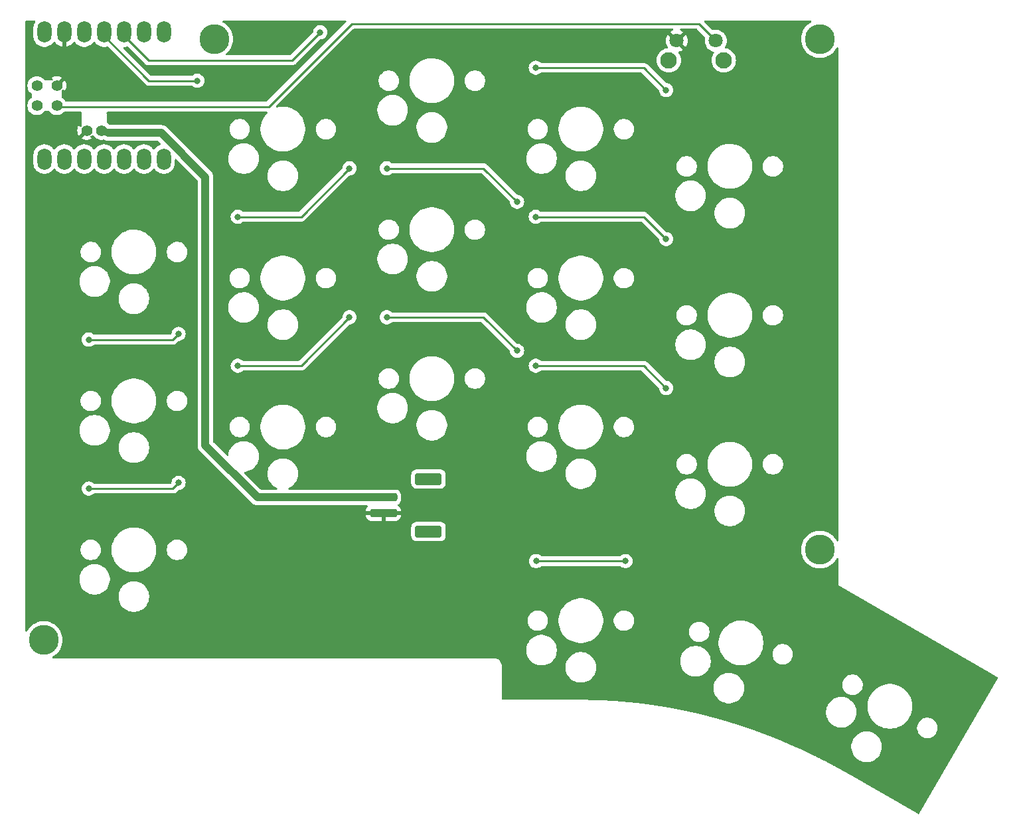
<source format=gbr>
%TF.GenerationSoftware,KiCad,Pcbnew,8.0.5*%
%TF.CreationDate,2024-12-10T18:47:18+08:00*%
%TF.ProjectId,pcb-left,7063622d-6c65-4667-942e-6b696361645f,0.32*%
%TF.SameCoordinates,Original*%
%TF.FileFunction,Copper,L1,Top*%
%TF.FilePolarity,Positive*%
%FSLAX46Y46*%
G04 Gerber Fmt 4.6, Leading zero omitted, Abs format (unit mm)*
G04 Created by KiCad (PCBNEW 8.0.5) date 2024-12-10 18:47:18*
%MOMM*%
%LPD*%
G01*
G04 APERTURE LIST*
G04 Aperture macros list*
%AMRoundRect*
0 Rectangle with rounded corners*
0 $1 Rounding radius*
0 $2 $3 $4 $5 $6 $7 $8 $9 X,Y pos of 4 corners*
0 Add a 4 corners polygon primitive as box body*
4,1,4,$2,$3,$4,$5,$6,$7,$8,$9,$2,$3,0*
0 Add four circle primitives for the rounded corners*
1,1,$1+$1,$2,$3*
1,1,$1+$1,$4,$5*
1,1,$1+$1,$6,$7*
1,1,$1+$1,$8,$9*
0 Add four rect primitives between the rounded corners*
20,1,$1+$1,$2,$3,$4,$5,0*
20,1,$1+$1,$4,$5,$6,$7,0*
20,1,$1+$1,$6,$7,$8,$9,0*
20,1,$1+$1,$8,$9,$2,$3,0*%
G04 Aperture macros list end*
%TA.AperFunction,SMDPad,CuDef*%
%ADD10RoundRect,0.250000X1.500000X-0.250000X1.500000X0.250000X-1.500000X0.250000X-1.500000X-0.250000X0*%
%TD*%
%TA.AperFunction,SMDPad,CuDef*%
%ADD11RoundRect,0.250001X1.449999X-0.499999X1.449999X0.499999X-1.449999X0.499999X-1.449999X-0.499999X0*%
%TD*%
%TA.AperFunction,ComponentPad*%
%ADD12C,1.800000*%
%TD*%
%TA.AperFunction,ComponentPad*%
%ADD13C,2.100000*%
%TD*%
%TA.AperFunction,ComponentPad*%
%ADD14C,3.800000*%
%TD*%
%TA.AperFunction,ComponentPad*%
%ADD15O,1.800000X2.750000*%
%TD*%
%TA.AperFunction,ComponentPad*%
%ADD16C,1.397000*%
%TD*%
%TA.AperFunction,ViaPad*%
%ADD17C,0.800000*%
%TD*%
%TA.AperFunction,Conductor*%
%ADD18C,0.250000*%
%TD*%
%TA.AperFunction,Conductor*%
%ADD19C,1.000000*%
%TD*%
G04 APERTURE END LIST*
D10*
%TO.P,J1,1,Pin_1*%
%TO.N,GND_L*%
X83840625Y-99075000D03*
%TO.P,J1,2,Pin_2*%
%TO.N,VBAT_L*%
X83840625Y-97075000D03*
D11*
%TO.P,J1,MP*%
%TO.N,N/C*%
X89590625Y-101425000D03*
X89590625Y-94725000D03*
%TD*%
D12*
%TO.P,RSW1,1,1*%
%TO.N,RESET_L*%
X126240625Y-38830000D03*
%TO.P,RSW1,2,2*%
%TO.N,GND_L*%
X121240625Y-38830000D03*
D13*
%TO.P,RSW1,MP*%
%TO.N,N/C*%
X120240625Y-41330000D03*
X127240625Y-41330000D03*
%TD*%
D14*
%TO.P,REF\u002A\u002A,1*%
%TO.N,N/C*%
X139512297Y-103739073D03*
%TD*%
D15*
%TO.P,U1,1,A2/0.02_H*%
%TO.N,ROW3_L*%
X40595625Y-53920000D03*
%TO.P,U1,2,A4/0.03_H*%
%TO.N,ROW2_L*%
X43135625Y-53920000D03*
%TO.P,U1,3,A10/0.28*%
%TO.N,ROW1_L*%
X45675625Y-53920000D03*
%TO.P,U1,4,A11/0.29*%
%TO.N,ROW0_L*%
X48215625Y-53920000D03*
%TO.P,U1,5,A8_SDA/0.04_H*%
%TO.N,COL0_L*%
X50755625Y-53920000D03*
%TO.P,U1,6,A9_SCL/0.05_H*%
%TO.N,COL1_L*%
X53295625Y-53920000D03*
%TO.P,U1,7,B8_TX/1.11*%
%TO.N,unconnected-(U1-B8_TX{slash}1.11-Pad7)*%
X55835625Y-53920000D03*
%TO.P,U1,8,B9_RX/1.12*%
%TO.N,unconnected-(U1-B9_RX{slash}1.12-Pad8)*%
X55835625Y-37730000D03*
%TO.P,U1,9,A7_SCK/1.13*%
%TO.N,COL4_L*%
X53295625Y-37730000D03*
%TO.P,U1,10,A5_MISO/1.14*%
%TO.N,COL3_L*%
X50755625Y-37730000D03*
%TO.P,U1,11,A6_MOSI/1.15*%
%TO.N,COL2_L*%
X48215625Y-37730000D03*
%TO.P,U1,12,3V3*%
%TO.N,unconnected-(U1-3V3-Pad12)*%
X45675625Y-37730000D03*
%TO.P,U1,13,GND*%
%TO.N,GND_L*%
X43135625Y-37730000D03*
%TO.P,U1,14,5V*%
%TO.N,unconnected-(U1-5V-Pad14)*%
X40595625Y-37730000D03*
D16*
%TO.P,U1,15,A31_SWDIO*%
%TO.N,unconnected-(U1-A31_SWDIO-Pad15)*%
X39643625Y-47095000D03*
%TO.P,U1,16,A30_SWCLK*%
%TO.N,unconnected-(U1-A30_SWCLK-Pad16)*%
X39643625Y-44555000D03*
%TO.P,U1,17,RESET*%
%TO.N,RESET_L*%
X42183625Y-47095000D03*
%TO.P,U1,18,GND*%
%TO.N,GND_L*%
X42183625Y-44555000D03*
%TO.P,U1,19,BAT*%
%TO.N,VBAT_L*%
X47898625Y-50270000D03*
%TO.P,U1,20,GND*%
%TO.N,GND_L*%
X45993625Y-50270000D03*
%TD*%
D14*
%TO.P,REF\u002A\u002A,1*%
%TO.N,N/C*%
X40522298Y-115278567D03*
%TD*%
%TO.P,REF\u002A\u002A,1*%
%TO.N,N/C*%
X139512298Y-38603567D03*
%TD*%
%TO.P,REF\u002A\u002A,1*%
%TO.N,N/C*%
X62262298Y-38603567D03*
%TD*%
D17*
%TO.N,ROW0_L*%
X103265625Y-42275000D03*
X119890625Y-45125000D03*
%TO.N,ROW1_L*%
X46265625Y-76950000D03*
X57715625Y-76225000D03*
X65265625Y-61275000D03*
X100890625Y-59375000D03*
X119890625Y-64125000D03*
X103265625Y-61275000D03*
X79515625Y-55100000D03*
X84265625Y-55100000D03*
%TO.N,ROW2_L*%
X79515625Y-74100000D03*
X57715625Y-95225000D03*
X46265625Y-95950000D03*
X84265625Y-74100000D03*
X119890625Y-83125000D03*
X100890625Y-78375000D03*
X103265625Y-80275000D03*
X65265625Y-80275000D03*
%TO.N,ROW3_L*%
X114715625Y-105200000D03*
X103315625Y-105200000D03*
%TO.N,GND_L*%
X116140625Y-53425000D03*
X57715625Y-61500000D03*
X68640625Y-39175000D03*
X111390625Y-39175000D03*
X94765625Y-39175000D03*
X113765625Y-52000000D03*
X116140625Y-52000000D03*
X118515625Y-37750000D03*
X113765625Y-39175000D03*
X85265625Y-37750000D03*
X104265625Y-37750000D03*
X68640625Y-37750000D03*
X90015625Y-37750000D03*
X55340625Y-60075000D03*
X57715625Y-60075000D03*
X106640625Y-39175000D03*
X85265625Y-39175000D03*
X113765625Y-53425000D03*
X71015625Y-39175000D03*
X87640625Y-39175000D03*
X66265625Y-37750000D03*
X48215625Y-61500000D03*
X113765625Y-37750000D03*
X118515625Y-52000000D03*
X48215625Y-60075000D03*
X116140625Y-37750000D03*
X55340625Y-61500000D03*
X118515625Y-53425000D03*
X109015625Y-39175000D03*
X111390625Y-37750000D03*
X52965625Y-60075000D03*
X92390625Y-37750000D03*
X45840625Y-60075000D03*
X87640625Y-37750000D03*
X66265625Y-39175000D03*
X118515625Y-39175000D03*
X116140625Y-39175000D03*
X45840625Y-61500000D03*
X92390625Y-39175000D03*
X90015625Y-39175000D03*
X106640625Y-37750000D03*
X109015625Y-37750000D03*
X73390625Y-37750000D03*
X71015625Y-37750000D03*
X94765625Y-37750000D03*
X52965625Y-61500000D03*
%TO.N,COL2_L*%
X60090625Y-43925000D03*
%TO.N,COL3_L*%
X75765625Y-37750000D03*
%TD*%
D18*
%TO.N,RESET_L*%
X126240625Y-38830000D02*
X124065625Y-36655000D01*
X124065625Y-36655000D02*
X79785625Y-36655000D01*
X79785625Y-36655000D02*
X69190625Y-47250000D01*
X69190625Y-47250000D02*
X42338625Y-47250000D01*
X42338625Y-47250000D02*
X42276825Y-47188200D01*
%TO.N,ROW0_L*%
X103265625Y-42275000D02*
X117040625Y-42275000D01*
X117040625Y-42275000D02*
X119890625Y-45125000D01*
%TO.N,ROW1_L*%
X103265625Y-61275000D02*
X117040625Y-61275000D01*
X84265625Y-55100000D02*
X96615625Y-55100000D01*
X73340625Y-61275000D02*
X65265625Y-61275000D01*
X46265625Y-76950000D02*
X56990625Y-76950000D01*
X117040625Y-61275000D02*
X119890625Y-64125000D01*
X79515625Y-55100000D02*
X73340625Y-61275000D01*
X56990625Y-76950000D02*
X57715625Y-76225000D01*
X96615625Y-55100000D02*
X100890625Y-59375000D01*
%TO.N,ROW2_L*%
X96615625Y-74100000D02*
X100890625Y-78375000D01*
X103265625Y-80275000D02*
X117040625Y-80275000D01*
X117040625Y-80275000D02*
X119890625Y-83125000D01*
X84265625Y-74100000D02*
X96615625Y-74100000D01*
X79515625Y-74100000D02*
X73340625Y-80275000D01*
X73340625Y-80275000D02*
X65265625Y-80275000D01*
X46265625Y-95950000D02*
X56990625Y-95950000D01*
X56990625Y-95950000D02*
X57715625Y-95225000D01*
%TO.N,ROW3_L*%
X103315625Y-105200000D02*
X114715625Y-105200000D01*
D19*
%TO.N,VBAT_L*%
X67775802Y-97075000D02*
X83840625Y-97075000D01*
X61140625Y-90439823D02*
X61140625Y-56200000D01*
X61140625Y-90439823D02*
X67775802Y-97075000D01*
X55530994Y-50590369D02*
X48780152Y-50590369D01*
X61140625Y-56200000D02*
X55530994Y-50590369D01*
D18*
%TO.N,COL2_L*%
X53935625Y-43925000D02*
X60090625Y-43925000D01*
X48215625Y-38205000D02*
X53935625Y-43925000D01*
%TO.N,COL3_L*%
X72190625Y-41325000D02*
X75765625Y-37750000D01*
X50755625Y-38205000D02*
X53875625Y-41325000D01*
X53875625Y-41325000D02*
X72190625Y-41325000D01*
%TD*%
%TA.AperFunction,Conductor*%
%TO.N,GND_L*%
G36*
X39415417Y-36273738D02*
G01*
X39461172Y-36326542D01*
X39471116Y-36395700D01*
X39448696Y-36450938D01*
X39397812Y-36520974D01*
X39297729Y-36717393D01*
X39297728Y-36717396D01*
X39229610Y-36927047D01*
X39195125Y-37144778D01*
X39195125Y-38315221D01*
X39229610Y-38532952D01*
X39297728Y-38742603D01*
X39297729Y-38742606D01*
X39342256Y-38829993D01*
X39392754Y-38929100D01*
X39397812Y-38939025D01*
X39527377Y-39117358D01*
X39527381Y-39117363D01*
X39683261Y-39273243D01*
X39683266Y-39273247D01*
X39761381Y-39330000D01*
X39861603Y-39402815D01*
X39990000Y-39468237D01*
X40058018Y-39502895D01*
X40058021Y-39502896D01*
X40151834Y-39533377D01*
X40267674Y-39571015D01*
X40485403Y-39605500D01*
X40485404Y-39605500D01*
X40705846Y-39605500D01*
X40705847Y-39605500D01*
X40923576Y-39571015D01*
X41133231Y-39502895D01*
X41329647Y-39402815D01*
X41507990Y-39273242D01*
X41663867Y-39117365D01*
X41765616Y-38977317D01*
X41820945Y-38934653D01*
X41890558Y-38928674D01*
X41952354Y-38961279D01*
X41966252Y-38977318D01*
X42067767Y-39117041D01*
X42223583Y-39272857D01*
X42401864Y-39402386D01*
X42598214Y-39502432D01*
X42807788Y-39570526D01*
X42885624Y-39582854D01*
X42885625Y-39582854D01*
X42885625Y-38638012D01*
X42942632Y-38670925D01*
X43069799Y-38705000D01*
X43201451Y-38705000D01*
X43328618Y-38670925D01*
X43385625Y-38638012D01*
X43385625Y-39582854D01*
X43463459Y-39570526D01*
X43463462Y-39570526D01*
X43673035Y-39502432D01*
X43869385Y-39402386D01*
X44047666Y-39272857D01*
X44203482Y-39117041D01*
X44203487Y-39117035D01*
X44304997Y-38977319D01*
X44360327Y-38934653D01*
X44429940Y-38928674D01*
X44491735Y-38961279D01*
X44505633Y-38977319D01*
X44607377Y-39117358D01*
X44607381Y-39117363D01*
X44763261Y-39273243D01*
X44763266Y-39273247D01*
X44841381Y-39330000D01*
X44941603Y-39402815D01*
X45070000Y-39468237D01*
X45138018Y-39502895D01*
X45138021Y-39502896D01*
X45231834Y-39533377D01*
X45347674Y-39571015D01*
X45565403Y-39605500D01*
X45565404Y-39605500D01*
X45785846Y-39605500D01*
X45785847Y-39605500D01*
X46003576Y-39571015D01*
X46213231Y-39502895D01*
X46409647Y-39402815D01*
X46587990Y-39273242D01*
X46743867Y-39117365D01*
X46812432Y-39022993D01*
X46845307Y-38977745D01*
X46900636Y-38935079D01*
X46970250Y-38929100D01*
X47032045Y-38961705D01*
X47045943Y-38977745D01*
X47147377Y-39117358D01*
X47147381Y-39117363D01*
X47303261Y-39273243D01*
X47303266Y-39273247D01*
X47381381Y-39330000D01*
X47481603Y-39402815D01*
X47610000Y-39468237D01*
X47678018Y-39502895D01*
X47678021Y-39502896D01*
X47771834Y-39533377D01*
X47887674Y-39571015D01*
X48105403Y-39605500D01*
X48105404Y-39605500D01*
X48325846Y-39605500D01*
X48325847Y-39605500D01*
X48543576Y-39571015D01*
X48587146Y-39556857D01*
X48656984Y-39554862D01*
X48713143Y-39587108D01*
X53536888Y-44410855D01*
X53536892Y-44410858D01*
X53639335Y-44479309D01*
X53639336Y-44479309D01*
X53639340Y-44479312D01*
X53684856Y-44498165D01*
X53753173Y-44526463D01*
X53773222Y-44530451D01*
X53806821Y-44537134D01*
X53874017Y-44550501D01*
X53874019Y-44550501D01*
X54003346Y-44550501D01*
X54003366Y-44550500D01*
X59386877Y-44550500D01*
X59453916Y-44570185D01*
X59479025Y-44591526D01*
X59484751Y-44597885D01*
X59484755Y-44597889D01*
X59637890Y-44709148D01*
X59637895Y-44709151D01*
X59810817Y-44786142D01*
X59810822Y-44786144D01*
X59995979Y-44825500D01*
X59995980Y-44825500D01*
X60185269Y-44825500D01*
X60185271Y-44825500D01*
X60370428Y-44786144D01*
X60543355Y-44709151D01*
X60696496Y-44597888D01*
X60823158Y-44457216D01*
X60917804Y-44293284D01*
X60976299Y-44113256D01*
X60996085Y-43925000D01*
X60976299Y-43736744D01*
X60917804Y-43556716D01*
X60823158Y-43392784D01*
X60696496Y-43252112D01*
X60696495Y-43252111D01*
X60543359Y-43140851D01*
X60543354Y-43140848D01*
X60370432Y-43063857D01*
X60370427Y-43063855D01*
X60224626Y-43032865D01*
X60185271Y-43024500D01*
X59995979Y-43024500D01*
X59963522Y-43031398D01*
X59810822Y-43063855D01*
X59810817Y-43063857D01*
X59637895Y-43140848D01*
X59637890Y-43140851D01*
X59484755Y-43252110D01*
X59484751Y-43252114D01*
X59479025Y-43258474D01*
X59419538Y-43295121D01*
X59386877Y-43299500D01*
X54246078Y-43299500D01*
X54179039Y-43279815D01*
X54158397Y-43263181D01*
X50712397Y-39817181D01*
X50678912Y-39755858D01*
X50683896Y-39686166D01*
X50725768Y-39630233D01*
X50791232Y-39605816D01*
X50800078Y-39605500D01*
X50865846Y-39605500D01*
X50865847Y-39605500D01*
X51083576Y-39571015D01*
X51127146Y-39556857D01*
X51196984Y-39554862D01*
X51253143Y-39587108D01*
X53386641Y-41720606D01*
X53386670Y-41720637D01*
X53476888Y-41810855D01*
X53476892Y-41810858D01*
X53579332Y-41879307D01*
X53579341Y-41879312D01*
X53589061Y-41883338D01*
X53693173Y-41926463D01*
X53726008Y-41932994D01*
X53814016Y-41950499D01*
X53814017Y-41950500D01*
X53814018Y-41950500D01*
X72252233Y-41950500D01*
X72252233Y-41950499D01*
X72340242Y-41932994D01*
X72340243Y-41932994D01*
X72351286Y-41930797D01*
X72373077Y-41926463D01*
X72420748Y-41906716D01*
X72420751Y-41906716D01*
X72486906Y-41879314D01*
X72486905Y-41879314D01*
X72486911Y-41879312D01*
X72538134Y-41845084D01*
X72589358Y-41810858D01*
X72676483Y-41723733D01*
X72676483Y-41723731D01*
X72686691Y-41713524D01*
X72686692Y-41713521D01*
X75713397Y-38686819D01*
X75774720Y-38653334D01*
X75801078Y-38650500D01*
X75860269Y-38650500D01*
X75860271Y-38650500D01*
X76045428Y-38611144D01*
X76218355Y-38534151D01*
X76371496Y-38422888D01*
X76498158Y-38282216D01*
X76592804Y-38118284D01*
X76651299Y-37938256D01*
X76671085Y-37750000D01*
X76651299Y-37561744D01*
X76592804Y-37381716D01*
X76498158Y-37217784D01*
X76371496Y-37077112D01*
X76371495Y-37077111D01*
X76218359Y-36965851D01*
X76218354Y-36965848D01*
X76045432Y-36888857D01*
X76045427Y-36888855D01*
X75899626Y-36857865D01*
X75860271Y-36849500D01*
X75670979Y-36849500D01*
X75638522Y-36856398D01*
X75485822Y-36888855D01*
X75485817Y-36888857D01*
X75312895Y-36965848D01*
X75312890Y-36965851D01*
X75159754Y-37077111D01*
X75033091Y-37217785D01*
X74938446Y-37381715D01*
X74938443Y-37381722D01*
X74885872Y-37543520D01*
X74879951Y-37561744D01*
X74864895Y-37705000D01*
X74862304Y-37729649D01*
X74835719Y-37794263D01*
X74826664Y-37804368D01*
X71967854Y-40663181D01*
X71906531Y-40696666D01*
X71880173Y-40699500D01*
X63843102Y-40699500D01*
X63776063Y-40679815D01*
X63730308Y-40627011D01*
X63720364Y-40557853D01*
X63749389Y-40494297D01*
X63770216Y-40475182D01*
X63779544Y-40468404D01*
X63795460Y-40456841D01*
X64015647Y-40250071D01*
X64208183Y-40017335D01*
X64370031Y-39762303D01*
X64498639Y-39488997D01*
X64591979Y-39201727D01*
X64648578Y-38905024D01*
X64653298Y-38829999D01*
X64667544Y-38603572D01*
X64667544Y-38603561D01*
X64648579Y-38302120D01*
X64648578Y-38302113D01*
X64648578Y-38302110D01*
X64591979Y-38005407D01*
X64498639Y-37718137D01*
X64468434Y-37653949D01*
X64416472Y-37543523D01*
X64370031Y-37444831D01*
X64265744Y-37280500D01*
X64208186Y-37189803D01*
X64022915Y-36965849D01*
X64015647Y-36957063D01*
X63983685Y-36927049D01*
X63795461Y-36750294D01*
X63795451Y-36750286D01*
X63551104Y-36572758D01*
X63551092Y-36572750D01*
X63394595Y-36486715D01*
X63345331Y-36437168D01*
X63330675Y-36368853D01*
X63355279Y-36303459D01*
X63411332Y-36261748D01*
X63454333Y-36254053D01*
X78964722Y-36254053D01*
X78970893Y-36254053D01*
X78971066Y-36254103D01*
X79002563Y-36254103D01*
X79069603Y-36273785D01*
X79115360Y-36326588D01*
X79125305Y-36395746D01*
X79096283Y-36459303D01*
X79090248Y-36465784D01*
X68967854Y-46588181D01*
X68906531Y-46621666D01*
X68880173Y-46624500D01*
X43365541Y-46624500D01*
X43298502Y-46604815D01*
X43254542Y-46555774D01*
X43207403Y-46461104D01*
X43073493Y-46283778D01*
X43073491Y-46283775D01*
X42909280Y-46134078D01*
X42909277Y-46134075D01*
X42896843Y-46126376D01*
X42850210Y-46074347D01*
X42838125Y-46020952D01*
X42838125Y-45155308D01*
X42857810Y-45088269D01*
X42910614Y-45042514D01*
X42979772Y-45032570D01*
X43043328Y-45061595D01*
X43049806Y-45067627D01*
X43191415Y-45209236D01*
X43206973Y-45188634D01*
X43206978Y-45188626D01*
X43305975Y-44989813D01*
X43305981Y-44989798D01*
X43366764Y-44776168D01*
X43366765Y-44776166D01*
X43387259Y-44555000D01*
X43387259Y-44554999D01*
X43366765Y-44333833D01*
X43366764Y-44333831D01*
X43305981Y-44120201D01*
X43305975Y-44120186D01*
X43206978Y-43921374D01*
X43206973Y-43921367D01*
X43191414Y-43900762D01*
X42673119Y-44419057D01*
X42657006Y-44358919D01*
X42590127Y-44243080D01*
X42495545Y-44148498D01*
X42379706Y-44081619D01*
X42319566Y-44065504D01*
X42835862Y-43549208D01*
X42835861Y-43549207D01*
X42720134Y-43477552D01*
X42720128Y-43477549D01*
X42513017Y-43397315D01*
X42294680Y-43356500D01*
X42072570Y-43356500D01*
X41854232Y-43397315D01*
X41647120Y-43477550D01*
X41531386Y-43549208D01*
X41670997Y-43688819D01*
X41704482Y-43750142D01*
X41699498Y-43819834D01*
X41657626Y-43875767D01*
X41592162Y-43900184D01*
X41583316Y-43900500D01*
X40713589Y-43900500D01*
X40646550Y-43880815D01*
X40614635Y-43851227D01*
X40533491Y-43743775D01*
X40369280Y-43594078D01*
X40369278Y-43594076D01*
X40180358Y-43477102D01*
X40180352Y-43477099D01*
X40046993Y-43425436D01*
X39973153Y-43396830D01*
X39754729Y-43356000D01*
X39532521Y-43356000D01*
X39314097Y-43396830D01*
X39264320Y-43416113D01*
X39106897Y-43477099D01*
X39106891Y-43477102D01*
X38917971Y-43594076D01*
X38917969Y-43594078D01*
X38753758Y-43743775D01*
X38619847Y-43921103D01*
X38520805Y-44120005D01*
X38520799Y-44120020D01*
X38459991Y-44333738D01*
X38459990Y-44333740D01*
X38439488Y-44554999D01*
X38439488Y-44555000D01*
X38459990Y-44776259D01*
X38459991Y-44776261D01*
X38520799Y-44989979D01*
X38520805Y-44989994D01*
X38619847Y-45188896D01*
X38753758Y-45366224D01*
X38917967Y-45515920D01*
X38917969Y-45515921D01*
X38917970Y-45515922D01*
X38930400Y-45523618D01*
X38977036Y-45575642D01*
X38989125Y-45629046D01*
X38989125Y-46020952D01*
X38969440Y-46087991D01*
X38930407Y-46126376D01*
X38917972Y-46134075D01*
X38917969Y-46134078D01*
X38753758Y-46283775D01*
X38619847Y-46461103D01*
X38520805Y-46660005D01*
X38520799Y-46660020D01*
X38459991Y-46873738D01*
X38459990Y-46873740D01*
X38439488Y-47094999D01*
X38439488Y-47095000D01*
X38459990Y-47316259D01*
X38459991Y-47316261D01*
X38520799Y-47529979D01*
X38520805Y-47529994D01*
X38619847Y-47728896D01*
X38753758Y-47906224D01*
X38917969Y-48055921D01*
X38917971Y-48055923D01*
X39106891Y-48172897D01*
X39106897Y-48172900D01*
X39117509Y-48177011D01*
X39314097Y-48253170D01*
X39532521Y-48294000D01*
X39532524Y-48294000D01*
X39754726Y-48294000D01*
X39754729Y-48294000D01*
X39973153Y-48253170D01*
X40180355Y-48172899D01*
X40369280Y-48055922D01*
X40533493Y-47906222D01*
X40614635Y-47798773D01*
X40670744Y-47757137D01*
X40713589Y-47749500D01*
X41113661Y-47749500D01*
X41180700Y-47769185D01*
X41212615Y-47798773D01*
X41293758Y-47906224D01*
X41457969Y-48055921D01*
X41457971Y-48055923D01*
X41646891Y-48172897D01*
X41646897Y-48172900D01*
X41657509Y-48177011D01*
X41854097Y-48253170D01*
X42072521Y-48294000D01*
X42072524Y-48294000D01*
X42294726Y-48294000D01*
X42294729Y-48294000D01*
X42513153Y-48253170D01*
X42720355Y-48172899D01*
X42909280Y-48055922D01*
X43071693Y-47907863D01*
X43134497Y-47877246D01*
X43155231Y-47875500D01*
X45244827Y-47875500D01*
X45311866Y-47895185D01*
X45357621Y-47947989D01*
X45367565Y-48017147D01*
X45366444Y-48023691D01*
X45339126Y-48161026D01*
X45339125Y-48161032D01*
X45339125Y-49669691D01*
X45319440Y-49736730D01*
X45266636Y-49782485D01*
X45197478Y-49792429D01*
X45133922Y-49763404D01*
X45127444Y-49757372D01*
X44985834Y-49615762D01*
X44970276Y-49636365D01*
X44871274Y-49835186D01*
X44871268Y-49835201D01*
X44810485Y-50048831D01*
X44810484Y-50048833D01*
X44789991Y-50269999D01*
X44789991Y-50270000D01*
X44810484Y-50491166D01*
X44810485Y-50491168D01*
X44871268Y-50704798D01*
X44871274Y-50704813D01*
X44970277Y-50903636D01*
X44985833Y-50924236D01*
X45504129Y-50405941D01*
X45520244Y-50466081D01*
X45587123Y-50581920D01*
X45681705Y-50676502D01*
X45797544Y-50743381D01*
X45857682Y-50759494D01*
X45341386Y-51275790D01*
X45341387Y-51275791D01*
X45457115Y-51347447D01*
X45457121Y-51347450D01*
X45664232Y-51427684D01*
X45882570Y-51468500D01*
X46104680Y-51468500D01*
X46323017Y-51427684D01*
X46530130Y-51347449D01*
X46530131Y-51347448D01*
X46645862Y-51275790D01*
X46506253Y-51136181D01*
X46472768Y-51074858D01*
X46477752Y-51005166D01*
X46519624Y-50949233D01*
X46585088Y-50924816D01*
X46593934Y-50924500D01*
X46828661Y-50924500D01*
X46895700Y-50944185D01*
X46927615Y-50973773D01*
X47008758Y-51081224D01*
X47172969Y-51230921D01*
X47172971Y-51230923D01*
X47361891Y-51347897D01*
X47361897Y-51347900D01*
X47390831Y-51359109D01*
X47569097Y-51428170D01*
X47787521Y-51469000D01*
X47787524Y-51469000D01*
X48009726Y-51469000D01*
X48009729Y-51469000D01*
X48182401Y-51436722D01*
X48251913Y-51443753D01*
X48274070Y-51455506D01*
X48306238Y-51477001D01*
X48306241Y-51477002D01*
X48306242Y-51477003D01*
X48488312Y-51552418D01*
X48488317Y-51552420D01*
X48488321Y-51552420D01*
X48488322Y-51552421D01*
X48681608Y-51590869D01*
X48681611Y-51590869D01*
X55065212Y-51590869D01*
X55132251Y-51610554D01*
X55152893Y-51627188D01*
X55437814Y-51912109D01*
X55471299Y-51973432D01*
X55466315Y-52043124D01*
X55424443Y-52099057D01*
X55388452Y-52117721D01*
X55298018Y-52147105D01*
X55101599Y-52247187D01*
X54923266Y-52376752D01*
X54923261Y-52376756D01*
X54767381Y-52532636D01*
X54767377Y-52532641D01*
X54665943Y-52672254D01*
X54610613Y-52714920D01*
X54541000Y-52720899D01*
X54479205Y-52688293D01*
X54465307Y-52672254D01*
X54363872Y-52532641D01*
X54363868Y-52532636D01*
X54207988Y-52376756D01*
X54207983Y-52376752D01*
X54029650Y-52247187D01*
X54029649Y-52247186D01*
X54029647Y-52247185D01*
X53961245Y-52212332D01*
X53833231Y-52147104D01*
X53833228Y-52147103D01*
X53623577Y-52078985D01*
X53514711Y-52061742D01*
X53405847Y-52044500D01*
X53185403Y-52044500D01*
X53112826Y-52055995D01*
X52967672Y-52078985D01*
X52758021Y-52147103D01*
X52758018Y-52147104D01*
X52561599Y-52247187D01*
X52383266Y-52376752D01*
X52383261Y-52376756D01*
X52227381Y-52532636D01*
X52227377Y-52532641D01*
X52125943Y-52672254D01*
X52070613Y-52714920D01*
X52001000Y-52720899D01*
X51939205Y-52688293D01*
X51925307Y-52672254D01*
X51823872Y-52532641D01*
X51823868Y-52532636D01*
X51667988Y-52376756D01*
X51667983Y-52376752D01*
X51489650Y-52247187D01*
X51489649Y-52247186D01*
X51489647Y-52247185D01*
X51421245Y-52212332D01*
X51293231Y-52147104D01*
X51293228Y-52147103D01*
X51083577Y-52078985D01*
X50974711Y-52061742D01*
X50865847Y-52044500D01*
X50645403Y-52044500D01*
X50572826Y-52055995D01*
X50427672Y-52078985D01*
X50218021Y-52147103D01*
X50218018Y-52147104D01*
X50021599Y-52247187D01*
X49843266Y-52376752D01*
X49843261Y-52376756D01*
X49687381Y-52532636D01*
X49687377Y-52532641D01*
X49585943Y-52672254D01*
X49530613Y-52714920D01*
X49461000Y-52720899D01*
X49399205Y-52688293D01*
X49385307Y-52672254D01*
X49283872Y-52532641D01*
X49283868Y-52532636D01*
X49127988Y-52376756D01*
X49127983Y-52376752D01*
X48949650Y-52247187D01*
X48949649Y-52247186D01*
X48949647Y-52247185D01*
X48881245Y-52212332D01*
X48753231Y-52147104D01*
X48753228Y-52147103D01*
X48543577Y-52078985D01*
X48434711Y-52061742D01*
X48325847Y-52044500D01*
X48105403Y-52044500D01*
X48032826Y-52055995D01*
X47887672Y-52078985D01*
X47678021Y-52147103D01*
X47678018Y-52147104D01*
X47481599Y-52247187D01*
X47303266Y-52376752D01*
X47303261Y-52376756D01*
X47147381Y-52532636D01*
X47147377Y-52532641D01*
X47045943Y-52672254D01*
X46990613Y-52714920D01*
X46921000Y-52720899D01*
X46859205Y-52688293D01*
X46845307Y-52672254D01*
X46743872Y-52532641D01*
X46743868Y-52532636D01*
X46587988Y-52376756D01*
X46587983Y-52376752D01*
X46409650Y-52247187D01*
X46409649Y-52247186D01*
X46409647Y-52247185D01*
X46341245Y-52212332D01*
X46213231Y-52147104D01*
X46213228Y-52147103D01*
X46003577Y-52078985D01*
X45894711Y-52061742D01*
X45785847Y-52044500D01*
X45565403Y-52044500D01*
X45492826Y-52055995D01*
X45347672Y-52078985D01*
X45138021Y-52147103D01*
X45138018Y-52147104D01*
X44941599Y-52247187D01*
X44763266Y-52376752D01*
X44763261Y-52376756D01*
X44607381Y-52532636D01*
X44607377Y-52532641D01*
X44505943Y-52672254D01*
X44450613Y-52714920D01*
X44381000Y-52720899D01*
X44319205Y-52688293D01*
X44305307Y-52672254D01*
X44203872Y-52532641D01*
X44203868Y-52532636D01*
X44047988Y-52376756D01*
X44047983Y-52376752D01*
X43869650Y-52247187D01*
X43869649Y-52247186D01*
X43869647Y-52247185D01*
X43801245Y-52212332D01*
X43673231Y-52147104D01*
X43673228Y-52147103D01*
X43463577Y-52078985D01*
X43354711Y-52061742D01*
X43245847Y-52044500D01*
X43025403Y-52044500D01*
X42952826Y-52055995D01*
X42807672Y-52078985D01*
X42598021Y-52147103D01*
X42598018Y-52147104D01*
X42401599Y-52247187D01*
X42223266Y-52376752D01*
X42223261Y-52376756D01*
X42067381Y-52532636D01*
X42067377Y-52532641D01*
X41965943Y-52672254D01*
X41910613Y-52714920D01*
X41841000Y-52720899D01*
X41779205Y-52688293D01*
X41765307Y-52672254D01*
X41663872Y-52532641D01*
X41663868Y-52532636D01*
X41507988Y-52376756D01*
X41507983Y-52376752D01*
X41329650Y-52247187D01*
X41329649Y-52247186D01*
X41329647Y-52247185D01*
X41261245Y-52212332D01*
X41133231Y-52147104D01*
X41133228Y-52147103D01*
X40923577Y-52078985D01*
X40814711Y-52061742D01*
X40705847Y-52044500D01*
X40485403Y-52044500D01*
X40412826Y-52055995D01*
X40267672Y-52078985D01*
X40058021Y-52147103D01*
X40058018Y-52147104D01*
X39861599Y-52247187D01*
X39683266Y-52376752D01*
X39683261Y-52376756D01*
X39527381Y-52532636D01*
X39527377Y-52532641D01*
X39397812Y-52710974D01*
X39297729Y-52907393D01*
X39297728Y-52907396D01*
X39229610Y-53117047D01*
X39216804Y-53197900D01*
X39195125Y-53334778D01*
X39195125Y-54505222D01*
X39207031Y-54580394D01*
X39229610Y-54722952D01*
X39297728Y-54932603D01*
X39297729Y-54932606D01*
X39337208Y-55010085D01*
X39392754Y-55119100D01*
X39397812Y-55129025D01*
X39527377Y-55307358D01*
X39527381Y-55307363D01*
X39683261Y-55463243D01*
X39683266Y-55463247D01*
X39838817Y-55576260D01*
X39861603Y-55592815D01*
X39990000Y-55658237D01*
X40058018Y-55692895D01*
X40058021Y-55692896D01*
X40158368Y-55725500D01*
X40267674Y-55761015D01*
X40485403Y-55795500D01*
X40485404Y-55795500D01*
X40705846Y-55795500D01*
X40705847Y-55795500D01*
X40923576Y-55761015D01*
X41133231Y-55692895D01*
X41329647Y-55592815D01*
X41507990Y-55463242D01*
X41663867Y-55307365D01*
X41752430Y-55185468D01*
X41765307Y-55167745D01*
X41820636Y-55125079D01*
X41890250Y-55119100D01*
X41952045Y-55151705D01*
X41965943Y-55167745D01*
X42067377Y-55307358D01*
X42067381Y-55307363D01*
X42223261Y-55463243D01*
X42223266Y-55463247D01*
X42378817Y-55576260D01*
X42401603Y-55592815D01*
X42530000Y-55658237D01*
X42598018Y-55692895D01*
X42598021Y-55692896D01*
X42698368Y-55725500D01*
X42807674Y-55761015D01*
X43025403Y-55795500D01*
X43025404Y-55795500D01*
X43245846Y-55795500D01*
X43245847Y-55795500D01*
X43463576Y-55761015D01*
X43673231Y-55692895D01*
X43869647Y-55592815D01*
X44047990Y-55463242D01*
X44203867Y-55307365D01*
X44292430Y-55185468D01*
X44305307Y-55167745D01*
X44360636Y-55125079D01*
X44430250Y-55119100D01*
X44492045Y-55151705D01*
X44505943Y-55167745D01*
X44607377Y-55307358D01*
X44607381Y-55307363D01*
X44763261Y-55463243D01*
X44763266Y-55463247D01*
X44918817Y-55576260D01*
X44941603Y-55592815D01*
X45070000Y-55658237D01*
X45138018Y-55692895D01*
X45138021Y-55692896D01*
X45238368Y-55725500D01*
X45347674Y-55761015D01*
X45565403Y-55795500D01*
X45565404Y-55795500D01*
X45785846Y-55795500D01*
X45785847Y-55795500D01*
X46003576Y-55761015D01*
X46213231Y-55692895D01*
X46409647Y-55592815D01*
X46587990Y-55463242D01*
X46743867Y-55307365D01*
X46832430Y-55185468D01*
X46845307Y-55167745D01*
X46900636Y-55125079D01*
X46970250Y-55119100D01*
X47032045Y-55151705D01*
X47045943Y-55167745D01*
X47147377Y-55307358D01*
X47147381Y-55307363D01*
X47303261Y-55463243D01*
X47303266Y-55463247D01*
X47458817Y-55576260D01*
X47481603Y-55592815D01*
X47610000Y-55658237D01*
X47678018Y-55692895D01*
X47678021Y-55692896D01*
X47778368Y-55725500D01*
X47887674Y-55761015D01*
X48105403Y-55795500D01*
X48105404Y-55795500D01*
X48325846Y-55795500D01*
X48325847Y-55795500D01*
X48543576Y-55761015D01*
X48753231Y-55692895D01*
X48949647Y-55592815D01*
X49127990Y-55463242D01*
X49283867Y-55307365D01*
X49372430Y-55185468D01*
X49385307Y-55167745D01*
X49440636Y-55125079D01*
X49510250Y-55119100D01*
X49572045Y-55151705D01*
X49585943Y-55167745D01*
X49687377Y-55307358D01*
X49687381Y-55307363D01*
X49843261Y-55463243D01*
X49843266Y-55463247D01*
X49998817Y-55576260D01*
X50021603Y-55592815D01*
X50150000Y-55658237D01*
X50218018Y-55692895D01*
X50218021Y-55692896D01*
X50318368Y-55725500D01*
X50427674Y-55761015D01*
X50645403Y-55795500D01*
X50645404Y-55795500D01*
X50865846Y-55795500D01*
X50865847Y-55795500D01*
X51083576Y-55761015D01*
X51293231Y-55692895D01*
X51489647Y-55592815D01*
X51667990Y-55463242D01*
X51823867Y-55307365D01*
X51912430Y-55185468D01*
X51925307Y-55167745D01*
X51980636Y-55125079D01*
X52050250Y-55119100D01*
X52112045Y-55151705D01*
X52125943Y-55167745D01*
X52227377Y-55307358D01*
X52227381Y-55307363D01*
X52383261Y-55463243D01*
X52383266Y-55463247D01*
X52538817Y-55576260D01*
X52561603Y-55592815D01*
X52690000Y-55658237D01*
X52758018Y-55692895D01*
X52758021Y-55692896D01*
X52858368Y-55725500D01*
X52967674Y-55761015D01*
X53185403Y-55795500D01*
X53185404Y-55795500D01*
X53405846Y-55795500D01*
X53405847Y-55795500D01*
X53623576Y-55761015D01*
X53833231Y-55692895D01*
X54029647Y-55592815D01*
X54207990Y-55463242D01*
X54363867Y-55307365D01*
X54452430Y-55185468D01*
X54465307Y-55167745D01*
X54520636Y-55125079D01*
X54590250Y-55119100D01*
X54652045Y-55151705D01*
X54665943Y-55167745D01*
X54767377Y-55307358D01*
X54767381Y-55307363D01*
X54923261Y-55463243D01*
X54923266Y-55463247D01*
X55078817Y-55576260D01*
X55101603Y-55592815D01*
X55230000Y-55658237D01*
X55298018Y-55692895D01*
X55298021Y-55692896D01*
X55398368Y-55725500D01*
X55507674Y-55761015D01*
X55725403Y-55795500D01*
X55725404Y-55795500D01*
X55945846Y-55795500D01*
X55945847Y-55795500D01*
X56163576Y-55761015D01*
X56373231Y-55692895D01*
X56569647Y-55592815D01*
X56747990Y-55463242D01*
X56903867Y-55307365D01*
X57033440Y-55129022D01*
X57133520Y-54932606D01*
X57201640Y-54722951D01*
X57236125Y-54505222D01*
X57236125Y-54009782D01*
X57255810Y-53942743D01*
X57308614Y-53896988D01*
X57377772Y-53887044D01*
X57441328Y-53916069D01*
X57447806Y-53922101D01*
X60103806Y-56578101D01*
X60137291Y-56639424D01*
X60140125Y-56665782D01*
X60140125Y-90538364D01*
X60140125Y-90538366D01*
X60140124Y-90538366D01*
X60178572Y-90731652D01*
X60178575Y-90731662D01*
X60253989Y-90913730D01*
X60253996Y-90913743D01*
X60363484Y-91077603D01*
X60363485Y-91077604D01*
X60363486Y-91077605D01*
X60502843Y-91216962D01*
X60502844Y-91216962D01*
X60509911Y-91224029D01*
X60509910Y-91224029D01*
X60509913Y-91224031D01*
X66998662Y-97712781D01*
X66998663Y-97712782D01*
X67079537Y-97793656D01*
X67138021Y-97852140D01*
X67192914Y-97888818D01*
X67301888Y-97961632D01*
X67418211Y-98009814D01*
X67483966Y-98037051D01*
X67580614Y-98056275D01*
X67624471Y-98064999D01*
X67677260Y-98075500D01*
X81730102Y-98075500D01*
X81797141Y-98095185D01*
X81842896Y-98147989D01*
X81852840Y-98217147D01*
X81823815Y-98280703D01*
X81817783Y-98287181D01*
X81748309Y-98356654D01*
X81656268Y-98505875D01*
X81656266Y-98505880D01*
X81601119Y-98672302D01*
X81601118Y-98672309D01*
X81590625Y-98775013D01*
X81590625Y-98825000D01*
X86090624Y-98825000D01*
X86090624Y-98775028D01*
X86090623Y-98775013D01*
X86080130Y-98672302D01*
X86080079Y-98672149D01*
X126065125Y-98672149D01*
X126065125Y-98927850D01*
X126091082Y-99125007D01*
X126098499Y-99181340D01*
X126150383Y-99374973D01*
X126164675Y-99428312D01*
X126164678Y-99428322D01*
X126262519Y-99664531D01*
X126262524Y-99664542D01*
X126390359Y-99885957D01*
X126390370Y-99885973D01*
X126546013Y-100088811D01*
X126546019Y-100088818D01*
X126726806Y-100269605D01*
X126726812Y-100269610D01*
X126929660Y-100425261D01*
X126929667Y-100425265D01*
X127151082Y-100553100D01*
X127151087Y-100553102D01*
X127151090Y-100553104D01*
X127387312Y-100650950D01*
X127634285Y-100717126D01*
X127887782Y-100750500D01*
X127887789Y-100750500D01*
X128143461Y-100750500D01*
X128143468Y-100750500D01*
X128396965Y-100717126D01*
X128643938Y-100650950D01*
X128880160Y-100553104D01*
X129101590Y-100425261D01*
X129304438Y-100269610D01*
X129485235Y-100088813D01*
X129640886Y-99885965D01*
X129768729Y-99664535D01*
X129866575Y-99428313D01*
X129932751Y-99181340D01*
X129966125Y-98927843D01*
X129966125Y-98672157D01*
X129932751Y-98418660D01*
X129866575Y-98171687D01*
X129768729Y-97935465D01*
X129768727Y-97935462D01*
X129768725Y-97935457D01*
X129640890Y-97714042D01*
X129640886Y-97714035D01*
X129485235Y-97511187D01*
X129485230Y-97511181D01*
X129304443Y-97330394D01*
X129304436Y-97330388D01*
X129101598Y-97174745D01*
X129101596Y-97174743D01*
X129101590Y-97174739D01*
X129101585Y-97174736D01*
X129101582Y-97174734D01*
X128880167Y-97046899D01*
X128880156Y-97046894D01*
X128643947Y-96949053D01*
X128643940Y-96949051D01*
X128643938Y-96949050D01*
X128396965Y-96882874D01*
X128340632Y-96875457D01*
X128143475Y-96849500D01*
X128143468Y-96849500D01*
X127887782Y-96849500D01*
X127887774Y-96849500D01*
X127662451Y-96879165D01*
X127634285Y-96882874D01*
X127387312Y-96949050D01*
X127387302Y-96949053D01*
X127151093Y-97046894D01*
X127151082Y-97046899D01*
X126929667Y-97174734D01*
X126929651Y-97174745D01*
X126726813Y-97330388D01*
X126726806Y-97330394D01*
X126546019Y-97511181D01*
X126546013Y-97511188D01*
X126390370Y-97714026D01*
X126390359Y-97714042D01*
X126262524Y-97935457D01*
X126262519Y-97935468D01*
X126164678Y-98171677D01*
X126164675Y-98171687D01*
X126115114Y-98356654D01*
X126098499Y-98418661D01*
X126065125Y-98672149D01*
X86080079Y-98672149D01*
X86024983Y-98505880D01*
X86024981Y-98505875D01*
X85932940Y-98356654D01*
X85808969Y-98232683D01*
X85808965Y-98232680D01*
X85724905Y-98180831D01*
X85678180Y-98128883D01*
X85666959Y-98059921D01*
X85694802Y-97995839D01*
X85724903Y-97969756D01*
X85809281Y-97917712D01*
X85933337Y-97793656D01*
X86025439Y-97644334D01*
X86080624Y-97477797D01*
X86091125Y-97375009D01*
X86091124Y-96774992D01*
X86086308Y-96727850D01*
X86080624Y-96672203D01*
X86080623Y-96672200D01*
X86064283Y-96622889D01*
X86025439Y-96505666D01*
X86004766Y-96472149D01*
X121065125Y-96472149D01*
X121065125Y-96727850D01*
X121091082Y-96925007D01*
X121098499Y-96981340D01*
X121150319Y-97174734D01*
X121164675Y-97228312D01*
X121164678Y-97228322D01*
X121262519Y-97464531D01*
X121262524Y-97464542D01*
X121390359Y-97685957D01*
X121390370Y-97685973D01*
X121546013Y-97888811D01*
X121546019Y-97888818D01*
X121726806Y-98069605D01*
X121726813Y-98069611D01*
X121734488Y-98075500D01*
X121929660Y-98225261D01*
X121929667Y-98225265D01*
X122151082Y-98353100D01*
X122151087Y-98353102D01*
X122151090Y-98353104D01*
X122387312Y-98450950D01*
X122634285Y-98517126D01*
X122887782Y-98550500D01*
X122887789Y-98550500D01*
X123143461Y-98550500D01*
X123143468Y-98550500D01*
X123396965Y-98517126D01*
X123643938Y-98450950D01*
X123880160Y-98353104D01*
X124101590Y-98225261D01*
X124304438Y-98069610D01*
X124485235Y-97888813D01*
X124640886Y-97685965D01*
X124768729Y-97464535D01*
X124866575Y-97228313D01*
X124932751Y-96981340D01*
X124966125Y-96727843D01*
X124966125Y-96472157D01*
X124965852Y-96470087D01*
X124961346Y-96435857D01*
X124932751Y-96218660D01*
X124866575Y-95971687D01*
X124850489Y-95932853D01*
X124824164Y-95869297D01*
X124768729Y-95735465D01*
X124768727Y-95735462D01*
X124768725Y-95735457D01*
X124640890Y-95514042D01*
X124640886Y-95514035D01*
X124506432Y-95338811D01*
X124485236Y-95311188D01*
X124485230Y-95311181D01*
X124304443Y-95130394D01*
X124304436Y-95130388D01*
X124101598Y-94974745D01*
X124101596Y-94974743D01*
X124101590Y-94974739D01*
X124101585Y-94974736D01*
X124101582Y-94974734D01*
X123880167Y-94846899D01*
X123880156Y-94846894D01*
X123643947Y-94749053D01*
X123643940Y-94749051D01*
X123643938Y-94749050D01*
X123396965Y-94682874D01*
X123340632Y-94675457D01*
X123143475Y-94649500D01*
X123143468Y-94649500D01*
X122887782Y-94649500D01*
X122887774Y-94649500D01*
X122668860Y-94678322D01*
X122634285Y-94682874D01*
X122597297Y-94692785D01*
X122387312Y-94749050D01*
X122387302Y-94749053D01*
X122151093Y-94846894D01*
X122151082Y-94846899D01*
X121929667Y-94974734D01*
X121929651Y-94974745D01*
X121726813Y-95130388D01*
X121726806Y-95130394D01*
X121546019Y-95311181D01*
X121546013Y-95311188D01*
X121390370Y-95514026D01*
X121390359Y-95514042D01*
X121262524Y-95735457D01*
X121262519Y-95735468D01*
X121164678Y-95971677D01*
X121164675Y-95971687D01*
X121134007Y-96086144D01*
X121098499Y-96218661D01*
X121065125Y-96472149D01*
X86004766Y-96472149D01*
X85933337Y-96356344D01*
X85809281Y-96232288D01*
X85659959Y-96140186D01*
X85493422Y-96085001D01*
X85493420Y-96085000D01*
X85390641Y-96074500D01*
X85390634Y-96074500D01*
X83939168Y-96074500D01*
X83939166Y-96074500D01*
X71848343Y-96074500D01*
X71781304Y-96054815D01*
X71735549Y-96002011D01*
X71725605Y-95932853D01*
X71754630Y-95869297D01*
X71800890Y-95835939D01*
X71831371Y-95823312D01*
X71880160Y-95803104D01*
X72101590Y-95675261D01*
X72304438Y-95519610D01*
X72485235Y-95338813D01*
X72640886Y-95135965D01*
X72768729Y-94914535D01*
X72866575Y-94678313D01*
X72932751Y-94431340D01*
X72966125Y-94177843D01*
X72966125Y-94174984D01*
X87390125Y-94174984D01*
X87390125Y-95275015D01*
X87400625Y-95377795D01*
X87400626Y-95377797D01*
X87413877Y-95417785D01*
X87455811Y-95544335D01*
X87455812Y-95544337D01*
X87547911Y-95693651D01*
X87547914Y-95693655D01*
X87671969Y-95817710D01*
X87671973Y-95817713D01*
X87821287Y-95909812D01*
X87821289Y-95909813D01*
X87821291Y-95909814D01*
X87987828Y-95964999D01*
X88090617Y-95975500D01*
X88090622Y-95975500D01*
X91090628Y-95975500D01*
X91090633Y-95975500D01*
X91193422Y-95964999D01*
X91359959Y-95909814D01*
X91509280Y-95817711D01*
X91633336Y-95693655D01*
X91725439Y-95544334D01*
X91780624Y-95377797D01*
X91791125Y-95275008D01*
X91791125Y-94174992D01*
X91780624Y-94072203D01*
X91730901Y-93922149D01*
X107065125Y-93922149D01*
X107065125Y-94177850D01*
X107084433Y-94324500D01*
X107098499Y-94431340D01*
X107130860Y-94552112D01*
X107164675Y-94678312D01*
X107164678Y-94678322D01*
X107262519Y-94914531D01*
X107262524Y-94914542D01*
X107390359Y-95135957D01*
X107390370Y-95135973D01*
X107546013Y-95338811D01*
X107546019Y-95338818D01*
X107726806Y-95519605D01*
X107726813Y-95519611D01*
X107822990Y-95593410D01*
X107929660Y-95675261D01*
X107929667Y-95675265D01*
X108151082Y-95803100D01*
X108151087Y-95803102D01*
X108151090Y-95803104D01*
X108230361Y-95835939D01*
X108379919Y-95897888D01*
X108387312Y-95900950D01*
X108634285Y-95967126D01*
X108887782Y-96000500D01*
X108887789Y-96000500D01*
X109143461Y-96000500D01*
X109143468Y-96000500D01*
X109396965Y-95967126D01*
X109643938Y-95900950D01*
X109880160Y-95803104D01*
X110101590Y-95675261D01*
X110304438Y-95519610D01*
X110485235Y-95338813D01*
X110640886Y-95135965D01*
X110768729Y-94914535D01*
X110866575Y-94678313D01*
X110932751Y-94431340D01*
X110966125Y-94177843D01*
X110966125Y-93922157D01*
X110932751Y-93668660D01*
X110866575Y-93421687D01*
X110768729Y-93185465D01*
X110768727Y-93185462D01*
X110768725Y-93185457D01*
X110640890Y-92964042D01*
X110640886Y-92964035D01*
X110485235Y-92761187D01*
X110485230Y-92761181D01*
X110471627Y-92747578D01*
X121214225Y-92747578D01*
X121214225Y-92952422D01*
X121223357Y-93010081D01*
X121246270Y-93154746D01*
X121309568Y-93349561D01*
X121309569Y-93349564D01*
X121373616Y-93475261D01*
X121402568Y-93532082D01*
X121522973Y-93697805D01*
X121667820Y-93842652D01*
X121833543Y-93963057D01*
X121915342Y-94004736D01*
X122016060Y-94056055D01*
X122016063Y-94056056D01*
X122113470Y-94087705D01*
X122210880Y-94119355D01*
X122413203Y-94151400D01*
X122413204Y-94151400D01*
X122618046Y-94151400D01*
X122618047Y-94151400D01*
X122820370Y-94119355D01*
X123015189Y-94056055D01*
X123197707Y-93963057D01*
X123363430Y-93842652D01*
X123508277Y-93697805D01*
X123628682Y-93532082D01*
X123721680Y-93349564D01*
X123784980Y-93154745D01*
X123817025Y-92952422D01*
X123817025Y-92747578D01*
X123807892Y-92689914D01*
X125165125Y-92689914D01*
X125165125Y-93010085D01*
X125200970Y-93328216D01*
X125200972Y-93328228D01*
X125272214Y-93640362D01*
X125272215Y-93640364D01*
X125377957Y-93942559D01*
X125516868Y-94231010D01*
X125516870Y-94231013D01*
X125687206Y-94502101D01*
X125886823Y-94752413D01*
X126113212Y-94978802D01*
X126363524Y-95178419D01*
X126634612Y-95348755D01*
X126923067Y-95487668D01*
X127225262Y-95593410D01*
X127537396Y-95664653D01*
X127855540Y-95700499D01*
X127855541Y-95700500D01*
X127855544Y-95700500D01*
X128175709Y-95700500D01*
X128175709Y-95700499D01*
X128493854Y-95664653D01*
X128805988Y-95593410D01*
X129108183Y-95487668D01*
X129396638Y-95348755D01*
X129667726Y-95178419D01*
X129918038Y-94978802D01*
X130144427Y-94752413D01*
X130344044Y-94502101D01*
X130514380Y-94231013D01*
X130653293Y-93942558D01*
X130759035Y-93640363D01*
X130830278Y-93328229D01*
X130866125Y-93010081D01*
X130866125Y-92747578D01*
X132214225Y-92747578D01*
X132214225Y-92952422D01*
X132223357Y-93010081D01*
X132246270Y-93154746D01*
X132309568Y-93349561D01*
X132309569Y-93349564D01*
X132373616Y-93475261D01*
X132402568Y-93532082D01*
X132522973Y-93697805D01*
X132667820Y-93842652D01*
X132833543Y-93963057D01*
X132915342Y-94004736D01*
X133016060Y-94056055D01*
X133016063Y-94056056D01*
X133113470Y-94087705D01*
X133210880Y-94119355D01*
X133413203Y-94151400D01*
X133413204Y-94151400D01*
X133618046Y-94151400D01*
X133618047Y-94151400D01*
X133820370Y-94119355D01*
X134015189Y-94056055D01*
X134197707Y-93963057D01*
X134363430Y-93842652D01*
X134508277Y-93697805D01*
X134628682Y-93532082D01*
X134721680Y-93349564D01*
X134784980Y-93154745D01*
X134817025Y-92952422D01*
X134817025Y-92747578D01*
X134784980Y-92545255D01*
X134721680Y-92350436D01*
X134721680Y-92350435D01*
X134644546Y-92199053D01*
X134628682Y-92167918D01*
X134508277Y-92002195D01*
X134363430Y-91857348D01*
X134197707Y-91736943D01*
X134168688Y-91722157D01*
X134015189Y-91643944D01*
X134015186Y-91643943D01*
X133820371Y-91580645D01*
X133719208Y-91564622D01*
X133618047Y-91548600D01*
X133413203Y-91548600D01*
X133345762Y-91559281D01*
X133210878Y-91580645D01*
X133016063Y-91643943D01*
X133016060Y-91643944D01*
X132833542Y-91736943D01*
X132778591Y-91776868D01*
X132667820Y-91857348D01*
X132667818Y-91857350D01*
X132667817Y-91857350D01*
X132522975Y-92002192D01*
X132522975Y-92002193D01*
X132522973Y-92002195D01*
X132481240Y-92059635D01*
X132402568Y-92167917D01*
X132309569Y-92350435D01*
X132309568Y-92350438D01*
X132246270Y-92545253D01*
X132219457Y-92714542D01*
X132214225Y-92747578D01*
X130866125Y-92747578D01*
X130866125Y-92689919D01*
X130830278Y-92371771D01*
X130759035Y-92059637D01*
X130653293Y-91757442D01*
X130514380Y-91468987D01*
X130344044Y-91197899D01*
X130144427Y-90947587D01*
X129918038Y-90721198D01*
X129667726Y-90521581D01*
X129396638Y-90351245D01*
X129396635Y-90351243D01*
X129108184Y-90212332D01*
X128805989Y-90106590D01*
X128805987Y-90106589D01*
X128565096Y-90051607D01*
X128493854Y-90035347D01*
X128493850Y-90035346D01*
X128493841Y-90035345D01*
X128175710Y-89999500D01*
X128175706Y-89999500D01*
X127855544Y-89999500D01*
X127855539Y-89999500D01*
X127537408Y-90035345D01*
X127537396Y-90035347D01*
X127225262Y-90106589D01*
X127225260Y-90106590D01*
X126923065Y-90212332D01*
X126634614Y-90351243D01*
X126363525Y-90521580D01*
X126113212Y-90721197D01*
X125886822Y-90947587D01*
X125687205Y-91197900D01*
X125516868Y-91468989D01*
X125377957Y-91757440D01*
X125272215Y-92059635D01*
X125272214Y-92059637D01*
X125200972Y-92371771D01*
X125200970Y-92371783D01*
X125165125Y-92689914D01*
X123807892Y-92689914D01*
X123784980Y-92545255D01*
X123721680Y-92350436D01*
X123721680Y-92350435D01*
X123644546Y-92199053D01*
X123628682Y-92167918D01*
X123508277Y-92002195D01*
X123363430Y-91857348D01*
X123197707Y-91736943D01*
X123168688Y-91722157D01*
X123015189Y-91643944D01*
X123015186Y-91643943D01*
X122820371Y-91580645D01*
X122719208Y-91564622D01*
X122618047Y-91548600D01*
X122413203Y-91548600D01*
X122345762Y-91559281D01*
X122210878Y-91580645D01*
X122016063Y-91643943D01*
X122016060Y-91643944D01*
X121833542Y-91736943D01*
X121778591Y-91776868D01*
X121667820Y-91857348D01*
X121667818Y-91857350D01*
X121667817Y-91857350D01*
X121522975Y-92002192D01*
X121522975Y-92002193D01*
X121522973Y-92002195D01*
X121481240Y-92059635D01*
X121402568Y-92167917D01*
X121309569Y-92350435D01*
X121309568Y-92350438D01*
X121246270Y-92545253D01*
X121219457Y-92714542D01*
X121214225Y-92747578D01*
X110471627Y-92747578D01*
X110304443Y-92580394D01*
X110304436Y-92580388D01*
X110101598Y-92424745D01*
X110101596Y-92424743D01*
X110101590Y-92424739D01*
X110101585Y-92424736D01*
X110101582Y-92424734D01*
X109880167Y-92296899D01*
X109880156Y-92296894D01*
X109643947Y-92199053D01*
X109643940Y-92199051D01*
X109643938Y-92199050D01*
X109396965Y-92132874D01*
X109340632Y-92125457D01*
X109143475Y-92099500D01*
X109143468Y-92099500D01*
X108887782Y-92099500D01*
X108887774Y-92099500D01*
X108662451Y-92129165D01*
X108634285Y-92132874D01*
X108503499Y-92167918D01*
X108387312Y-92199050D01*
X108387302Y-92199053D01*
X108151093Y-92296894D01*
X108151082Y-92296899D01*
X107929667Y-92424734D01*
X107929651Y-92424745D01*
X107726813Y-92580388D01*
X107726806Y-92580394D01*
X107546019Y-92761181D01*
X107546013Y-92761188D01*
X107390370Y-92964026D01*
X107390359Y-92964042D01*
X107262524Y-93185457D01*
X107262519Y-93185468D01*
X107164678Y-93421677D01*
X107164675Y-93421687D01*
X107106082Y-93640362D01*
X107098499Y-93668661D01*
X107065125Y-93922149D01*
X91730901Y-93922149D01*
X91725439Y-93905666D01*
X91686571Y-93842652D01*
X91633338Y-93756348D01*
X91633335Y-93756344D01*
X91509280Y-93632289D01*
X91509276Y-93632286D01*
X91359962Y-93540187D01*
X91359960Y-93540186D01*
X91276690Y-93512593D01*
X91193422Y-93485001D01*
X91193420Y-93485000D01*
X91090640Y-93474500D01*
X91090633Y-93474500D01*
X88090617Y-93474500D01*
X88090609Y-93474500D01*
X87987829Y-93485000D01*
X87987828Y-93485001D01*
X87821289Y-93540186D01*
X87821287Y-93540187D01*
X87671973Y-93632286D01*
X87671969Y-93632289D01*
X87547914Y-93756344D01*
X87547911Y-93756348D01*
X87455812Y-93905662D01*
X87455811Y-93905664D01*
X87400626Y-94072203D01*
X87400625Y-94072204D01*
X87390125Y-94174984D01*
X72966125Y-94174984D01*
X72966125Y-93922157D01*
X72932751Y-93668660D01*
X72866575Y-93421687D01*
X72768729Y-93185465D01*
X72768727Y-93185462D01*
X72768725Y-93185457D01*
X72640890Y-92964042D01*
X72640886Y-92964035D01*
X72485235Y-92761187D01*
X72485230Y-92761181D01*
X72304443Y-92580394D01*
X72304436Y-92580388D01*
X72101598Y-92424745D01*
X72101596Y-92424743D01*
X72101590Y-92424739D01*
X72101585Y-92424736D01*
X72101582Y-92424734D01*
X71880167Y-92296899D01*
X71880156Y-92296894D01*
X71643947Y-92199053D01*
X71643940Y-92199051D01*
X71643938Y-92199050D01*
X71396965Y-92132874D01*
X71340632Y-92125457D01*
X71143475Y-92099500D01*
X71143468Y-92099500D01*
X70887782Y-92099500D01*
X70887774Y-92099500D01*
X70662451Y-92129165D01*
X70634285Y-92132874D01*
X70503499Y-92167918D01*
X70387312Y-92199050D01*
X70387302Y-92199053D01*
X70151093Y-92296894D01*
X70151082Y-92296899D01*
X69929667Y-92424734D01*
X69929651Y-92424745D01*
X69726813Y-92580388D01*
X69726806Y-92580394D01*
X69546019Y-92761181D01*
X69546013Y-92761188D01*
X69390370Y-92964026D01*
X69390359Y-92964042D01*
X69262524Y-93185457D01*
X69262519Y-93185468D01*
X69164678Y-93421677D01*
X69164675Y-93421687D01*
X69106082Y-93640362D01*
X69098499Y-93668661D01*
X69065125Y-93922149D01*
X69065125Y-94177850D01*
X69084433Y-94324500D01*
X69098499Y-94431340D01*
X69130860Y-94552112D01*
X69164675Y-94678312D01*
X69164678Y-94678322D01*
X69262519Y-94914531D01*
X69262524Y-94914542D01*
X69390359Y-95135957D01*
X69390370Y-95135973D01*
X69546013Y-95338811D01*
X69546019Y-95338818D01*
X69726806Y-95519605D01*
X69726813Y-95519611D01*
X69822990Y-95593410D01*
X69929660Y-95675261D01*
X69929667Y-95675265D01*
X70151082Y-95803100D01*
X70151087Y-95803102D01*
X70151090Y-95803104D01*
X70180543Y-95815304D01*
X70230360Y-95835939D01*
X70284763Y-95879780D01*
X70306828Y-95946074D01*
X70289549Y-96013773D01*
X70238412Y-96061384D01*
X70182907Y-96074500D01*
X68241585Y-96074500D01*
X68174546Y-96054815D01*
X68153904Y-96038181D01*
X66120459Y-94004736D01*
X66086974Y-93943413D01*
X66091958Y-93873721D01*
X66133830Y-93817788D01*
X66191953Y-93794116D01*
X66396965Y-93767126D01*
X66643938Y-93700950D01*
X66880160Y-93603104D01*
X67101590Y-93475261D01*
X67304438Y-93319610D01*
X67485235Y-93138813D01*
X67640886Y-92935965D01*
X67768729Y-92714535D01*
X67866575Y-92478313D01*
X67932751Y-92231340D01*
X67966125Y-91977843D01*
X67966125Y-91722157D01*
X67966124Y-91722149D01*
X102065125Y-91722149D01*
X102065125Y-91977850D01*
X102090149Y-92167917D01*
X102098499Y-92231340D01*
X102164675Y-92478312D01*
X102164678Y-92478322D01*
X102262519Y-92714531D01*
X102262524Y-92714542D01*
X102390359Y-92935957D01*
X102390370Y-92935973D01*
X102546013Y-93138811D01*
X102546019Y-93138818D01*
X102726806Y-93319605D01*
X102726813Y-93319611D01*
X102738043Y-93328228D01*
X102929660Y-93475261D01*
X102929667Y-93475265D01*
X103151082Y-93603100D01*
X103151087Y-93603102D01*
X103151090Y-93603104D01*
X103221542Y-93632286D01*
X103379721Y-93697806D01*
X103387312Y-93700950D01*
X103634285Y-93767126D01*
X103887782Y-93800500D01*
X103887789Y-93800500D01*
X104143461Y-93800500D01*
X104143468Y-93800500D01*
X104396965Y-93767126D01*
X104643938Y-93700950D01*
X104880160Y-93603104D01*
X105101590Y-93475261D01*
X105304438Y-93319610D01*
X105485235Y-93138813D01*
X105640886Y-92935965D01*
X105768729Y-92714535D01*
X105866575Y-92478313D01*
X105932751Y-92231340D01*
X105966125Y-91977843D01*
X105966125Y-91722157D01*
X105932751Y-91468660D01*
X105866575Y-91221687D01*
X105768729Y-90985465D01*
X105768727Y-90985462D01*
X105768725Y-90985457D01*
X105640890Y-90764042D01*
X105640886Y-90764035D01*
X105514062Y-90598755D01*
X105485236Y-90561188D01*
X105485230Y-90561181D01*
X105304443Y-90380394D01*
X105304436Y-90380388D01*
X105101598Y-90224745D01*
X105101596Y-90224743D01*
X105101590Y-90224739D01*
X105101585Y-90224736D01*
X105101582Y-90224734D01*
X104880167Y-90096899D01*
X104880156Y-90096894D01*
X104643947Y-89999053D01*
X104643940Y-89999051D01*
X104643938Y-89999050D01*
X104396965Y-89932874D01*
X104340632Y-89925457D01*
X104143475Y-89899500D01*
X104143468Y-89899500D01*
X103887782Y-89899500D01*
X103887774Y-89899500D01*
X103662451Y-89929165D01*
X103634285Y-89932874D01*
X103480651Y-89974040D01*
X103387312Y-89999050D01*
X103387302Y-89999053D01*
X103151093Y-90096894D01*
X103151082Y-90096899D01*
X102929667Y-90224734D01*
X102929651Y-90224745D01*
X102726813Y-90380388D01*
X102726806Y-90380394D01*
X102546019Y-90561181D01*
X102546013Y-90561188D01*
X102390370Y-90764026D01*
X102390359Y-90764042D01*
X102262524Y-90985457D01*
X102262519Y-90985468D01*
X102164678Y-91221677D01*
X102164675Y-91221687D01*
X102098499Y-91468661D01*
X102065125Y-91722149D01*
X67966124Y-91722149D01*
X67932751Y-91468660D01*
X67866575Y-91221687D01*
X67768729Y-90985465D01*
X67768727Y-90985462D01*
X67768725Y-90985457D01*
X67640890Y-90764042D01*
X67640886Y-90764035D01*
X67514062Y-90598755D01*
X67485236Y-90561188D01*
X67485230Y-90561181D01*
X67304443Y-90380394D01*
X67304436Y-90380388D01*
X67101598Y-90224745D01*
X67101596Y-90224743D01*
X67101590Y-90224739D01*
X67101585Y-90224736D01*
X67101582Y-90224734D01*
X66880167Y-90096899D01*
X66880156Y-90096894D01*
X66643947Y-89999053D01*
X66643940Y-89999051D01*
X66643938Y-89999050D01*
X66396965Y-89932874D01*
X66340632Y-89925457D01*
X66143475Y-89899500D01*
X66143468Y-89899500D01*
X65887782Y-89899500D01*
X65887774Y-89899500D01*
X65662451Y-89929165D01*
X65634285Y-89932874D01*
X65480651Y-89974040D01*
X65387312Y-89999050D01*
X65387302Y-89999053D01*
X65151093Y-90096894D01*
X65151082Y-90096899D01*
X64929667Y-90224734D01*
X64929651Y-90224745D01*
X64726813Y-90380388D01*
X64726806Y-90380394D01*
X64546019Y-90561181D01*
X64546013Y-90561188D01*
X64390370Y-90764026D01*
X64390359Y-90764042D01*
X64262524Y-90985457D01*
X64262519Y-90985468D01*
X64164678Y-91221677D01*
X64164675Y-91221687D01*
X64098499Y-91468661D01*
X64071508Y-91673670D01*
X64043241Y-91737566D01*
X63984917Y-91776037D01*
X63915052Y-91776868D01*
X63860888Y-91745165D01*
X62177444Y-90061721D01*
X62143959Y-90000398D01*
X62141125Y-89974040D01*
X62141125Y-87997578D01*
X64214225Y-87997578D01*
X64214225Y-88202421D01*
X64246270Y-88404746D01*
X64309568Y-88599561D01*
X64309569Y-88599564D01*
X64398705Y-88774500D01*
X64402568Y-88782082D01*
X64522973Y-88947805D01*
X64667820Y-89092652D01*
X64833543Y-89213057D01*
X64916622Y-89255388D01*
X65016060Y-89306055D01*
X65016063Y-89306056D01*
X65113470Y-89337705D01*
X65210880Y-89369355D01*
X65413203Y-89401400D01*
X65413204Y-89401400D01*
X65618046Y-89401400D01*
X65618047Y-89401400D01*
X65820370Y-89369355D01*
X66015189Y-89306055D01*
X66197707Y-89213057D01*
X66363430Y-89092652D01*
X66508277Y-88947805D01*
X66628682Y-88782082D01*
X66721680Y-88599564D01*
X66784980Y-88404745D01*
X66817025Y-88202422D01*
X66817025Y-87997578D01*
X66807892Y-87939914D01*
X68165125Y-87939914D01*
X68165125Y-88260085D01*
X68200970Y-88578216D01*
X68200972Y-88578228D01*
X68272214Y-88890362D01*
X68272215Y-88890364D01*
X68377957Y-89192559D01*
X68516868Y-89481010D01*
X68516870Y-89481013D01*
X68687206Y-89752101D01*
X68886823Y-90002413D01*
X69113212Y-90228802D01*
X69363524Y-90428419D01*
X69634612Y-90598755D01*
X69923067Y-90737668D01*
X70225262Y-90843410D01*
X70537396Y-90914653D01*
X70855540Y-90950499D01*
X70855541Y-90950500D01*
X70855544Y-90950500D01*
X71175709Y-90950500D01*
X71175709Y-90950499D01*
X71493854Y-90914653D01*
X71805988Y-90843410D01*
X72108183Y-90737668D01*
X72396638Y-90598755D01*
X72667726Y-90428419D01*
X72918038Y-90228802D01*
X73144427Y-90002413D01*
X73344044Y-89752101D01*
X73514380Y-89481013D01*
X73653293Y-89192558D01*
X73759035Y-88890363D01*
X73830278Y-88578229D01*
X73866125Y-88260081D01*
X73866125Y-87997578D01*
X75214225Y-87997578D01*
X75214225Y-88202421D01*
X75246270Y-88404746D01*
X75309568Y-88599561D01*
X75309569Y-88599564D01*
X75398705Y-88774500D01*
X75402568Y-88782082D01*
X75522973Y-88947805D01*
X75667820Y-89092652D01*
X75833543Y-89213057D01*
X75916622Y-89255388D01*
X76016060Y-89306055D01*
X76016063Y-89306056D01*
X76113470Y-89337705D01*
X76210880Y-89369355D01*
X76413203Y-89401400D01*
X76413204Y-89401400D01*
X76618046Y-89401400D01*
X76618047Y-89401400D01*
X76820370Y-89369355D01*
X77015189Y-89306055D01*
X77197707Y-89213057D01*
X77363430Y-89092652D01*
X77508277Y-88947805D01*
X77628682Y-88782082D01*
X77721680Y-88599564D01*
X77784980Y-88404745D01*
X77817025Y-88202422D01*
X77817025Y-87997578D01*
X77784980Y-87795255D01*
X77769350Y-87747149D01*
X88065125Y-87747149D01*
X88065125Y-88002850D01*
X88083664Y-88143660D01*
X88098499Y-88256340D01*
X88164675Y-88503312D01*
X88164678Y-88503322D01*
X88262519Y-88739531D01*
X88262524Y-88739542D01*
X88390359Y-88960957D01*
X88390370Y-88960973D01*
X88546013Y-89163811D01*
X88546019Y-89163818D01*
X88726806Y-89344605D01*
X88726812Y-89344610D01*
X88929660Y-89500261D01*
X88929667Y-89500265D01*
X89151082Y-89628100D01*
X89151087Y-89628102D01*
X89151090Y-89628104D01*
X89387312Y-89725950D01*
X89634285Y-89792126D01*
X89887782Y-89825500D01*
X89887789Y-89825500D01*
X90143461Y-89825500D01*
X90143468Y-89825500D01*
X90396965Y-89792126D01*
X90643938Y-89725950D01*
X90880160Y-89628104D01*
X91101590Y-89500261D01*
X91304438Y-89344610D01*
X91485235Y-89163813D01*
X91640886Y-88960965D01*
X91768729Y-88739535D01*
X91866575Y-88503313D01*
X91932751Y-88256340D01*
X91966125Y-88002843D01*
X91966125Y-87997578D01*
X102214225Y-87997578D01*
X102214225Y-88202421D01*
X102246270Y-88404746D01*
X102309568Y-88599561D01*
X102309569Y-88599564D01*
X102398705Y-88774500D01*
X102402568Y-88782082D01*
X102522973Y-88947805D01*
X102667820Y-89092652D01*
X102833543Y-89213057D01*
X102916622Y-89255388D01*
X103016060Y-89306055D01*
X103016063Y-89306056D01*
X103113470Y-89337705D01*
X103210880Y-89369355D01*
X103413203Y-89401400D01*
X103413204Y-89401400D01*
X103618046Y-89401400D01*
X103618047Y-89401400D01*
X103820370Y-89369355D01*
X104015189Y-89306055D01*
X104197707Y-89213057D01*
X104363430Y-89092652D01*
X104508277Y-88947805D01*
X104628682Y-88782082D01*
X104721680Y-88599564D01*
X104784980Y-88404745D01*
X104817025Y-88202422D01*
X104817025Y-87997578D01*
X104807892Y-87939914D01*
X106165125Y-87939914D01*
X106165125Y-88260085D01*
X106200970Y-88578216D01*
X106200972Y-88578228D01*
X106272214Y-88890362D01*
X106272215Y-88890364D01*
X106377957Y-89192559D01*
X106516868Y-89481010D01*
X106516870Y-89481013D01*
X106687206Y-89752101D01*
X106886823Y-90002413D01*
X107113212Y-90228802D01*
X107363524Y-90428419D01*
X107634612Y-90598755D01*
X107923067Y-90737668D01*
X108225262Y-90843410D01*
X108537396Y-90914653D01*
X108855540Y-90950499D01*
X108855541Y-90950500D01*
X108855544Y-90950500D01*
X109175709Y-90950500D01*
X109175709Y-90950499D01*
X109493854Y-90914653D01*
X109805988Y-90843410D01*
X110108183Y-90737668D01*
X110396638Y-90598755D01*
X110667726Y-90428419D01*
X110918038Y-90228802D01*
X111144427Y-90002413D01*
X111344044Y-89752101D01*
X111514380Y-89481013D01*
X111653293Y-89192558D01*
X111759035Y-88890363D01*
X111830278Y-88578229D01*
X111866125Y-88260081D01*
X111866125Y-87997578D01*
X113214225Y-87997578D01*
X113214225Y-88202421D01*
X113246270Y-88404746D01*
X113309568Y-88599561D01*
X113309569Y-88599564D01*
X113398705Y-88774500D01*
X113402568Y-88782082D01*
X113522973Y-88947805D01*
X113667820Y-89092652D01*
X113833543Y-89213057D01*
X113916622Y-89255388D01*
X114016060Y-89306055D01*
X114016063Y-89306056D01*
X114113470Y-89337705D01*
X114210880Y-89369355D01*
X114413203Y-89401400D01*
X114413204Y-89401400D01*
X114618046Y-89401400D01*
X114618047Y-89401400D01*
X114820370Y-89369355D01*
X115015189Y-89306055D01*
X115197707Y-89213057D01*
X115363430Y-89092652D01*
X115508277Y-88947805D01*
X115628682Y-88782082D01*
X115721680Y-88599564D01*
X115784980Y-88404745D01*
X115817025Y-88202422D01*
X115817025Y-87997578D01*
X115784980Y-87795255D01*
X115753330Y-87697845D01*
X115721681Y-87600438D01*
X115721680Y-87600435D01*
X115639445Y-87439042D01*
X115628682Y-87417918D01*
X115508277Y-87252195D01*
X115363430Y-87107348D01*
X115197707Y-86986943D01*
X115152322Y-86963818D01*
X115015189Y-86893944D01*
X115015186Y-86893943D01*
X114820371Y-86830645D01*
X114719208Y-86814622D01*
X114618047Y-86798600D01*
X114413203Y-86798600D01*
X114345762Y-86809281D01*
X114210878Y-86830645D01*
X114016063Y-86893943D01*
X114016060Y-86893944D01*
X113833542Y-86986943D01*
X113739337Y-87055388D01*
X113667820Y-87107348D01*
X113667818Y-87107350D01*
X113667817Y-87107350D01*
X113522975Y-87252192D01*
X113522975Y-87252193D01*
X113522973Y-87252195D01*
X113507309Y-87273755D01*
X113402568Y-87417917D01*
X113309569Y-87600435D01*
X113309568Y-87600438D01*
X113246270Y-87795253D01*
X113214225Y-87997578D01*
X111866125Y-87997578D01*
X111866125Y-87939919D01*
X111830278Y-87621771D01*
X111759035Y-87309637D01*
X111653293Y-87007442D01*
X111514380Y-86718987D01*
X111344044Y-86447899D01*
X111144427Y-86197587D01*
X110918038Y-85971198D01*
X110667726Y-85771581D01*
X110396638Y-85601245D01*
X110396635Y-85601243D01*
X110108184Y-85462332D01*
X109805989Y-85356590D01*
X109805987Y-85356589D01*
X109565096Y-85301607D01*
X109493854Y-85285347D01*
X109493850Y-85285346D01*
X109493841Y-85285345D01*
X109175710Y-85249500D01*
X109175706Y-85249500D01*
X108855544Y-85249500D01*
X108855539Y-85249500D01*
X108537408Y-85285345D01*
X108537396Y-85285347D01*
X108225262Y-85356589D01*
X108225260Y-85356590D01*
X107923065Y-85462332D01*
X107634614Y-85601243D01*
X107363525Y-85771580D01*
X107113212Y-85971197D01*
X106886822Y-86197587D01*
X106687205Y-86447900D01*
X106516868Y-86718989D01*
X106377957Y-87007440D01*
X106272215Y-87309635D01*
X106272214Y-87309637D01*
X106200972Y-87621771D01*
X106200970Y-87621783D01*
X106165125Y-87939914D01*
X104807892Y-87939914D01*
X104784980Y-87795255D01*
X104753330Y-87697845D01*
X104721681Y-87600438D01*
X104721680Y-87600435D01*
X104639445Y-87439042D01*
X104628682Y-87417918D01*
X104508277Y-87252195D01*
X104363430Y-87107348D01*
X104197707Y-86986943D01*
X104152322Y-86963818D01*
X104015189Y-86893944D01*
X104015186Y-86893943D01*
X103820371Y-86830645D01*
X103719208Y-86814622D01*
X103618047Y-86798600D01*
X103413203Y-86798600D01*
X103345762Y-86809281D01*
X103210878Y-86830645D01*
X103016063Y-86893943D01*
X103016060Y-86893944D01*
X102833542Y-86986943D01*
X102739337Y-87055388D01*
X102667820Y-87107348D01*
X102667818Y-87107350D01*
X102667817Y-87107350D01*
X102522975Y-87252192D01*
X102522975Y-87252193D01*
X102522973Y-87252195D01*
X102507309Y-87273755D01*
X102402568Y-87417917D01*
X102309569Y-87600435D01*
X102309568Y-87600438D01*
X102246270Y-87795253D01*
X102214225Y-87997578D01*
X91966125Y-87997578D01*
X91966125Y-87747157D01*
X91932751Y-87493660D01*
X91866575Y-87246687D01*
X91768729Y-87010465D01*
X91768727Y-87010462D01*
X91768725Y-87010457D01*
X91640890Y-86789042D01*
X91640886Y-86789035D01*
X91485235Y-86586187D01*
X91485230Y-86586181D01*
X91304443Y-86405394D01*
X91304436Y-86405388D01*
X91101598Y-86249745D01*
X91101596Y-86249743D01*
X91101590Y-86249739D01*
X91101585Y-86249736D01*
X91101582Y-86249734D01*
X90880167Y-86121899D01*
X90880156Y-86121894D01*
X90643947Y-86024053D01*
X90643940Y-86024051D01*
X90643938Y-86024050D01*
X90396965Y-85957874D01*
X90340632Y-85950457D01*
X90143475Y-85924500D01*
X90143468Y-85924500D01*
X89887782Y-85924500D01*
X89887774Y-85924500D01*
X89662451Y-85954165D01*
X89634285Y-85957874D01*
X89387312Y-86024050D01*
X89387302Y-86024053D01*
X89151093Y-86121894D01*
X89151082Y-86121899D01*
X88929667Y-86249734D01*
X88929651Y-86249745D01*
X88726813Y-86405388D01*
X88726806Y-86405394D01*
X88546019Y-86586181D01*
X88546013Y-86586188D01*
X88390370Y-86789026D01*
X88390359Y-86789042D01*
X88262524Y-87010457D01*
X88262519Y-87010468D01*
X88164678Y-87246677D01*
X88164675Y-87246687D01*
X88116065Y-87428105D01*
X88098499Y-87493661D01*
X88065125Y-87747149D01*
X77769350Y-87747149D01*
X77753330Y-87697845D01*
X77721681Y-87600438D01*
X77721680Y-87600435D01*
X77639445Y-87439042D01*
X77628682Y-87417918D01*
X77508277Y-87252195D01*
X77363430Y-87107348D01*
X77197707Y-86986943D01*
X77152322Y-86963818D01*
X77015189Y-86893944D01*
X77015186Y-86893943D01*
X76820371Y-86830645D01*
X76719208Y-86814622D01*
X76618047Y-86798600D01*
X76413203Y-86798600D01*
X76345762Y-86809281D01*
X76210878Y-86830645D01*
X76016063Y-86893943D01*
X76016060Y-86893944D01*
X75833542Y-86986943D01*
X75739337Y-87055388D01*
X75667820Y-87107348D01*
X75667818Y-87107350D01*
X75667817Y-87107350D01*
X75522975Y-87252192D01*
X75522975Y-87252193D01*
X75522973Y-87252195D01*
X75507309Y-87273755D01*
X75402568Y-87417917D01*
X75309569Y-87600435D01*
X75309568Y-87600438D01*
X75246270Y-87795253D01*
X75214225Y-87997578D01*
X73866125Y-87997578D01*
X73866125Y-87939919D01*
X73830278Y-87621771D01*
X73759035Y-87309637D01*
X73653293Y-87007442D01*
X73514380Y-86718987D01*
X73344044Y-86447899D01*
X73144427Y-86197587D01*
X72918038Y-85971198D01*
X72667726Y-85771581D01*
X72396638Y-85601245D01*
X72396635Y-85601243D01*
X72284308Y-85547149D01*
X83065125Y-85547149D01*
X83065125Y-85802850D01*
X83091082Y-86000007D01*
X83098499Y-86056340D01*
X83136346Y-86197587D01*
X83164675Y-86303312D01*
X83164678Y-86303322D01*
X83262519Y-86539531D01*
X83262524Y-86539542D01*
X83390359Y-86760957D01*
X83390370Y-86760973D01*
X83546013Y-86963811D01*
X83546019Y-86963818D01*
X83726806Y-87144605D01*
X83726812Y-87144610D01*
X83929660Y-87300261D01*
X83929667Y-87300265D01*
X84151082Y-87428100D01*
X84151087Y-87428102D01*
X84151090Y-87428104D01*
X84177480Y-87439035D01*
X84369108Y-87518410D01*
X84387312Y-87525950D01*
X84634285Y-87592126D01*
X84887782Y-87625500D01*
X84887789Y-87625500D01*
X85143461Y-87625500D01*
X85143468Y-87625500D01*
X85396965Y-87592126D01*
X85643938Y-87525950D01*
X85880160Y-87428104D01*
X86101590Y-87300261D01*
X86304438Y-87144610D01*
X86485235Y-86963813D01*
X86640886Y-86760965D01*
X86768729Y-86539535D01*
X86866575Y-86303313D01*
X86932751Y-86056340D01*
X86966125Y-85802843D01*
X86966125Y-85547157D01*
X86932751Y-85293660D01*
X86866575Y-85046687D01*
X86768729Y-84810465D01*
X86768727Y-84810462D01*
X86768725Y-84810457D01*
X86640890Y-84589042D01*
X86640886Y-84589035D01*
X86485235Y-84386187D01*
X86485230Y-84386181D01*
X86304443Y-84205394D01*
X86304436Y-84205388D01*
X86101598Y-84049745D01*
X86101596Y-84049743D01*
X86101590Y-84049739D01*
X86101585Y-84049736D01*
X86101582Y-84049734D01*
X85880167Y-83921899D01*
X85880156Y-83921894D01*
X85643947Y-83824053D01*
X85643940Y-83824051D01*
X85643938Y-83824050D01*
X85396965Y-83757874D01*
X85340632Y-83750457D01*
X85143475Y-83724500D01*
X85143468Y-83724500D01*
X84887782Y-83724500D01*
X84887774Y-83724500D01*
X84662451Y-83754165D01*
X84634285Y-83757874D01*
X84387312Y-83824050D01*
X84387302Y-83824053D01*
X84151093Y-83921894D01*
X84151082Y-83921899D01*
X83929667Y-84049734D01*
X83929651Y-84049745D01*
X83726813Y-84205388D01*
X83726806Y-84205394D01*
X83546019Y-84386181D01*
X83546013Y-84386188D01*
X83390370Y-84589026D01*
X83390359Y-84589042D01*
X83262524Y-84810457D01*
X83262519Y-84810468D01*
X83164678Y-85046677D01*
X83164675Y-85046687D01*
X83100727Y-85285347D01*
X83098499Y-85293661D01*
X83065125Y-85547149D01*
X72284308Y-85547149D01*
X72108184Y-85462332D01*
X71805989Y-85356590D01*
X71805987Y-85356589D01*
X71565096Y-85301607D01*
X71493854Y-85285347D01*
X71493850Y-85285346D01*
X71493841Y-85285345D01*
X71175710Y-85249500D01*
X71175706Y-85249500D01*
X70855544Y-85249500D01*
X70855539Y-85249500D01*
X70537408Y-85285345D01*
X70537396Y-85285347D01*
X70225262Y-85356589D01*
X70225260Y-85356590D01*
X69923065Y-85462332D01*
X69634614Y-85601243D01*
X69363525Y-85771580D01*
X69113212Y-85971197D01*
X68886822Y-86197587D01*
X68687205Y-86447900D01*
X68516868Y-86718989D01*
X68377957Y-87007440D01*
X68272215Y-87309635D01*
X68272214Y-87309637D01*
X68200972Y-87621771D01*
X68200970Y-87621783D01*
X68165125Y-87939914D01*
X66807892Y-87939914D01*
X66784980Y-87795255D01*
X66753330Y-87697845D01*
X66721681Y-87600438D01*
X66721680Y-87600435D01*
X66639445Y-87439042D01*
X66628682Y-87417918D01*
X66508277Y-87252195D01*
X66363430Y-87107348D01*
X66197707Y-86986943D01*
X66152322Y-86963818D01*
X66015189Y-86893944D01*
X66015186Y-86893943D01*
X65820371Y-86830645D01*
X65719208Y-86814622D01*
X65618047Y-86798600D01*
X65413203Y-86798600D01*
X65345762Y-86809281D01*
X65210878Y-86830645D01*
X65016063Y-86893943D01*
X65016060Y-86893944D01*
X64833542Y-86986943D01*
X64739337Y-87055388D01*
X64667820Y-87107348D01*
X64667818Y-87107350D01*
X64667817Y-87107350D01*
X64522975Y-87252192D01*
X64522975Y-87252193D01*
X64522973Y-87252195D01*
X64507309Y-87273755D01*
X64402568Y-87417917D01*
X64309569Y-87600435D01*
X64309568Y-87600438D01*
X64246270Y-87795253D01*
X64214225Y-87997578D01*
X62141125Y-87997578D01*
X62141125Y-81822578D01*
X83214225Y-81822578D01*
X83214225Y-82027421D01*
X83246270Y-82229746D01*
X83309568Y-82424561D01*
X83309569Y-82424564D01*
X83323606Y-82452112D01*
X83402568Y-82607082D01*
X83522973Y-82772805D01*
X83667820Y-82917652D01*
X83833543Y-83038057D01*
X83897469Y-83070629D01*
X84016060Y-83131055D01*
X84016063Y-83131056D01*
X84113470Y-83162705D01*
X84210880Y-83194355D01*
X84413203Y-83226400D01*
X84413204Y-83226400D01*
X84618046Y-83226400D01*
X84618047Y-83226400D01*
X84820370Y-83194355D01*
X85015189Y-83131055D01*
X85197707Y-83038057D01*
X85363430Y-82917652D01*
X85508277Y-82772805D01*
X85628682Y-82607082D01*
X85721680Y-82424564D01*
X85784980Y-82229745D01*
X85817025Y-82027422D01*
X85817025Y-81822578D01*
X85807892Y-81764914D01*
X87165125Y-81764914D01*
X87165125Y-82085085D01*
X87200970Y-82403216D01*
X87200972Y-82403228D01*
X87272214Y-82715362D01*
X87272215Y-82715364D01*
X87377957Y-83017559D01*
X87516868Y-83306010D01*
X87516870Y-83306013D01*
X87687206Y-83577101D01*
X87886823Y-83827413D01*
X88113212Y-84053802D01*
X88363524Y-84253419D01*
X88634612Y-84423755D01*
X88923067Y-84562668D01*
X89225262Y-84668410D01*
X89537396Y-84739653D01*
X89855540Y-84775499D01*
X89855541Y-84775500D01*
X89855544Y-84775500D01*
X90175709Y-84775500D01*
X90175709Y-84775499D01*
X90493854Y-84739653D01*
X90805988Y-84668410D01*
X91108183Y-84562668D01*
X91396638Y-84423755D01*
X91667726Y-84253419D01*
X91918038Y-84053802D01*
X92144427Y-83827413D01*
X92344044Y-83577101D01*
X92514380Y-83306013D01*
X92653293Y-83017558D01*
X92759035Y-82715363D01*
X92830278Y-82403229D01*
X92866125Y-82085081D01*
X92866125Y-81822578D01*
X94214225Y-81822578D01*
X94214225Y-82027421D01*
X94246270Y-82229746D01*
X94309568Y-82424561D01*
X94309569Y-82424564D01*
X94323606Y-82452112D01*
X94402568Y-82607082D01*
X94522973Y-82772805D01*
X94667820Y-82917652D01*
X94833543Y-83038057D01*
X94897469Y-83070629D01*
X95016060Y-83131055D01*
X95016063Y-83131056D01*
X95113470Y-83162705D01*
X95210880Y-83194355D01*
X95413203Y-83226400D01*
X95413204Y-83226400D01*
X95618046Y-83226400D01*
X95618047Y-83226400D01*
X95820370Y-83194355D01*
X96015189Y-83131055D01*
X96197707Y-83038057D01*
X96363430Y-82917652D01*
X96508277Y-82772805D01*
X96628682Y-82607082D01*
X96721680Y-82424564D01*
X96784980Y-82229745D01*
X96817025Y-82027422D01*
X96817025Y-81822578D01*
X96784980Y-81620255D01*
X96721680Y-81425436D01*
X96721680Y-81425435D01*
X96674294Y-81332437D01*
X96628682Y-81242918D01*
X96508277Y-81077195D01*
X96363430Y-80932348D01*
X96197707Y-80811943D01*
X96188426Y-80807214D01*
X96015189Y-80718944D01*
X96015186Y-80718943D01*
X95820371Y-80655645D01*
X95719208Y-80639622D01*
X95618047Y-80623600D01*
X95413203Y-80623600D01*
X95345762Y-80634281D01*
X95210878Y-80655645D01*
X95016063Y-80718943D01*
X95016060Y-80718944D01*
X94833542Y-80811943D01*
X94744742Y-80876461D01*
X94667820Y-80932348D01*
X94667818Y-80932350D01*
X94667817Y-80932350D01*
X94522975Y-81077192D01*
X94522975Y-81077193D01*
X94522973Y-81077195D01*
X94480144Y-81136144D01*
X94402568Y-81242917D01*
X94309569Y-81425435D01*
X94309568Y-81425438D01*
X94246270Y-81620253D01*
X94214225Y-81822578D01*
X92866125Y-81822578D01*
X92866125Y-81764919D01*
X92830278Y-81446771D01*
X92759035Y-81134637D01*
X92653293Y-80832442D01*
X92514380Y-80543987D01*
X92345364Y-80275000D01*
X102360165Y-80275000D01*
X102379951Y-80463256D01*
X102379952Y-80463259D01*
X102438443Y-80643277D01*
X102438446Y-80643284D01*
X102533092Y-80807216D01*
X102649787Y-80936819D01*
X102659754Y-80947888D01*
X102812890Y-81059148D01*
X102812895Y-81059151D01*
X102985817Y-81136142D01*
X102985822Y-81136144D01*
X103170979Y-81175500D01*
X103170980Y-81175500D01*
X103360269Y-81175500D01*
X103360271Y-81175500D01*
X103545428Y-81136144D01*
X103718355Y-81059151D01*
X103871496Y-80947888D01*
X103874413Y-80944647D01*
X103877225Y-80941526D01*
X103936712Y-80904879D01*
X103969373Y-80900500D01*
X116730173Y-80900500D01*
X116797212Y-80920185D01*
X116817854Y-80936819D01*
X118951663Y-83070629D01*
X118985148Y-83131952D01*
X118987303Y-83145348D01*
X118992454Y-83194354D01*
X119004951Y-83313256D01*
X119004952Y-83313259D01*
X119063443Y-83493277D01*
X119063446Y-83493284D01*
X119158092Y-83657216D01*
X119284754Y-83797888D01*
X119437890Y-83909148D01*
X119437895Y-83909151D01*
X119610817Y-83986142D01*
X119610822Y-83986144D01*
X119795979Y-84025500D01*
X119795980Y-84025500D01*
X119985269Y-84025500D01*
X119985271Y-84025500D01*
X120170428Y-83986144D01*
X120343355Y-83909151D01*
X120496496Y-83797888D01*
X120623158Y-83657216D01*
X120717804Y-83493284D01*
X120776299Y-83313256D01*
X120796085Y-83125000D01*
X120776299Y-82936744D01*
X120717804Y-82756716D01*
X120623158Y-82592784D01*
X120496496Y-82452112D01*
X120496495Y-82452111D01*
X120343359Y-82340851D01*
X120343354Y-82340848D01*
X120170432Y-82263857D01*
X120170427Y-82263855D01*
X120024626Y-82232865D01*
X119985271Y-82224500D01*
X119985270Y-82224500D01*
X119926078Y-82224500D01*
X119859039Y-82204815D01*
X119838397Y-82188181D01*
X117533553Y-79883338D01*
X117533550Y-79883334D01*
X117533550Y-79883335D01*
X117526483Y-79876268D01*
X117526483Y-79876267D01*
X117439358Y-79789142D01*
X117439357Y-79789141D01*
X117439356Y-79789140D01*
X117388134Y-79754915D01*
X117336911Y-79720688D01*
X117336908Y-79720686D01*
X117336905Y-79720685D01*
X117256417Y-79687347D01*
X117223078Y-79673537D01*
X117216099Y-79672149D01*
X126065125Y-79672149D01*
X126065125Y-79927850D01*
X126077598Y-80022587D01*
X126098499Y-80181340D01*
X126123595Y-80275000D01*
X126164675Y-80428312D01*
X126164678Y-80428322D01*
X126262519Y-80664531D01*
X126262524Y-80664542D01*
X126390359Y-80885957D01*
X126390370Y-80885973D01*
X126546013Y-81088811D01*
X126546019Y-81088818D01*
X126726806Y-81269605D01*
X126726812Y-81269610D01*
X126929660Y-81425261D01*
X126929667Y-81425265D01*
X127151082Y-81553100D01*
X127151087Y-81553102D01*
X127151090Y-81553104D01*
X127387312Y-81650950D01*
X127634285Y-81717126D01*
X127887782Y-81750500D01*
X127887789Y-81750500D01*
X128143461Y-81750500D01*
X128143468Y-81750500D01*
X128396965Y-81717126D01*
X128643938Y-81650950D01*
X128880160Y-81553104D01*
X129101590Y-81425261D01*
X129304438Y-81269610D01*
X129485235Y-81088813D01*
X129640886Y-80885965D01*
X129768729Y-80664535D01*
X129866575Y-80428313D01*
X129932751Y-80181340D01*
X129966125Y-79927843D01*
X129966125Y-79672157D01*
X129932751Y-79418660D01*
X129866575Y-79171687D01*
X129861382Y-79159151D01*
X129768730Y-78935468D01*
X129768725Y-78935457D01*
X129640890Y-78714042D01*
X129640886Y-78714035D01*
X129485235Y-78511187D01*
X129485230Y-78511181D01*
X129304443Y-78330394D01*
X129304436Y-78330388D01*
X129101598Y-78174745D01*
X129101596Y-78174743D01*
X129101590Y-78174739D01*
X129101585Y-78174736D01*
X129101582Y-78174734D01*
X128880167Y-78046899D01*
X128880156Y-78046894D01*
X128643947Y-77949053D01*
X128643940Y-77949051D01*
X128643938Y-77949050D01*
X128396965Y-77882874D01*
X128340632Y-77875457D01*
X128143475Y-77849500D01*
X128143468Y-77849500D01*
X127887782Y-77849500D01*
X127887774Y-77849500D01*
X127662451Y-77879165D01*
X127634285Y-77882874D01*
X127387312Y-77949050D01*
X127387302Y-77949053D01*
X127151093Y-78046894D01*
X127151082Y-78046899D01*
X126929667Y-78174734D01*
X126929651Y-78174745D01*
X126726813Y-78330388D01*
X126726806Y-78330394D01*
X126546019Y-78511181D01*
X126546013Y-78511188D01*
X126390370Y-78714026D01*
X126390359Y-78714042D01*
X126262524Y-78935457D01*
X126262519Y-78935468D01*
X126164678Y-79171677D01*
X126164675Y-79171687D01*
X126099787Y-79413855D01*
X126098499Y-79418661D01*
X126065125Y-79672149D01*
X117216099Y-79672149D01*
X117213052Y-79671543D01*
X117162654Y-79661518D01*
X117102235Y-79649500D01*
X117102232Y-79649500D01*
X117102231Y-79649500D01*
X103969373Y-79649500D01*
X103902334Y-79629815D01*
X103877225Y-79608474D01*
X103871498Y-79602114D01*
X103871494Y-79602110D01*
X103718359Y-79490851D01*
X103718354Y-79490848D01*
X103545432Y-79413857D01*
X103545427Y-79413855D01*
X103399626Y-79382865D01*
X103360271Y-79374500D01*
X103170979Y-79374500D01*
X103138522Y-79381398D01*
X102985822Y-79413855D01*
X102985817Y-79413857D01*
X102812895Y-79490848D01*
X102812890Y-79490851D01*
X102659754Y-79602111D01*
X102533091Y-79742785D01*
X102438446Y-79906715D01*
X102438443Y-79906722D01*
X102379952Y-80086740D01*
X102379951Y-80086744D01*
X102360165Y-80275000D01*
X92345364Y-80275000D01*
X92344044Y-80272899D01*
X92144427Y-80022587D01*
X91918038Y-79796198D01*
X91667726Y-79596581D01*
X91396638Y-79426245D01*
X91396635Y-79426243D01*
X91108184Y-79287332D01*
X90805989Y-79181590D01*
X90805987Y-79181589D01*
X90565096Y-79126607D01*
X90493854Y-79110347D01*
X90493850Y-79110346D01*
X90493841Y-79110345D01*
X90175710Y-79074500D01*
X90175706Y-79074500D01*
X89855544Y-79074500D01*
X89855539Y-79074500D01*
X89537408Y-79110345D01*
X89537396Y-79110347D01*
X89225262Y-79181589D01*
X89225260Y-79181590D01*
X88923065Y-79287332D01*
X88634614Y-79426243D01*
X88363525Y-79596580D01*
X88113212Y-79796197D01*
X87886822Y-80022587D01*
X87687205Y-80272900D01*
X87516868Y-80543989D01*
X87377957Y-80832440D01*
X87272215Y-81134635D01*
X87272214Y-81134637D01*
X87200972Y-81446771D01*
X87200970Y-81446783D01*
X87165125Y-81764914D01*
X85807892Y-81764914D01*
X85784980Y-81620255D01*
X85721680Y-81425436D01*
X85721680Y-81425435D01*
X85674294Y-81332437D01*
X85628682Y-81242918D01*
X85508277Y-81077195D01*
X85363430Y-80932348D01*
X85197707Y-80811943D01*
X85188426Y-80807214D01*
X85015189Y-80718944D01*
X85015186Y-80718943D01*
X84820371Y-80655645D01*
X84719208Y-80639622D01*
X84618047Y-80623600D01*
X84413203Y-80623600D01*
X84345762Y-80634281D01*
X84210878Y-80655645D01*
X84016063Y-80718943D01*
X84016060Y-80718944D01*
X83833542Y-80811943D01*
X83744742Y-80876461D01*
X83667820Y-80932348D01*
X83667818Y-80932350D01*
X83667817Y-80932350D01*
X83522975Y-81077192D01*
X83522975Y-81077193D01*
X83522973Y-81077195D01*
X83480144Y-81136144D01*
X83402568Y-81242917D01*
X83309569Y-81425435D01*
X83309568Y-81425438D01*
X83246270Y-81620253D01*
X83214225Y-81822578D01*
X62141125Y-81822578D01*
X62141125Y-80275000D01*
X64360165Y-80275000D01*
X64379951Y-80463256D01*
X64379952Y-80463259D01*
X64438443Y-80643277D01*
X64438446Y-80643284D01*
X64533092Y-80807216D01*
X64649787Y-80936819D01*
X64659754Y-80947888D01*
X64812890Y-81059148D01*
X64812895Y-81059151D01*
X64985817Y-81136142D01*
X64985822Y-81136144D01*
X65170979Y-81175500D01*
X65170980Y-81175500D01*
X65360269Y-81175500D01*
X65360271Y-81175500D01*
X65545428Y-81136144D01*
X65718355Y-81059151D01*
X65871496Y-80947888D01*
X65874413Y-80944647D01*
X65877225Y-80941526D01*
X65936712Y-80904879D01*
X65969373Y-80900500D01*
X73402232Y-80900500D01*
X73462654Y-80888481D01*
X73523077Y-80876463D01*
X73573121Y-80855734D01*
X73636911Y-80829312D01*
X73688134Y-80795084D01*
X73739358Y-80760858D01*
X73826483Y-80673733D01*
X73826484Y-80673731D01*
X73833550Y-80666665D01*
X73833552Y-80666661D01*
X79463396Y-75036819D01*
X79524719Y-75003334D01*
X79551077Y-75000500D01*
X79610269Y-75000500D01*
X79610271Y-75000500D01*
X79795428Y-74961144D01*
X79968355Y-74884151D01*
X80121496Y-74772888D01*
X80248158Y-74632216D01*
X80342804Y-74468284D01*
X80401299Y-74288256D01*
X80421085Y-74100000D01*
X83360165Y-74100000D01*
X83379951Y-74288256D01*
X83379952Y-74288259D01*
X83438443Y-74468277D01*
X83438446Y-74468284D01*
X83533092Y-74632216D01*
X83634810Y-74745185D01*
X83659754Y-74772888D01*
X83812890Y-74884148D01*
X83812895Y-74884151D01*
X83985817Y-74961142D01*
X83985822Y-74961144D01*
X84170979Y-75000500D01*
X84170980Y-75000500D01*
X84360269Y-75000500D01*
X84360271Y-75000500D01*
X84545428Y-74961144D01*
X84718355Y-74884151D01*
X84871496Y-74772888D01*
X84874413Y-74769647D01*
X84877225Y-74766526D01*
X84936712Y-74729879D01*
X84969373Y-74725500D01*
X96305173Y-74725500D01*
X96372212Y-74745185D01*
X96392854Y-74761819D01*
X99951663Y-78320628D01*
X99985148Y-78381951D01*
X99987303Y-78395347D01*
X99994575Y-78464531D01*
X100004951Y-78563256D01*
X100004952Y-78563259D01*
X100063443Y-78743277D01*
X100063446Y-78743284D01*
X100158092Y-78907216D01*
X100284754Y-79047888D01*
X100437890Y-79159148D01*
X100437895Y-79159151D01*
X100610817Y-79236142D01*
X100610822Y-79236144D01*
X100795979Y-79275500D01*
X100795980Y-79275500D01*
X100985269Y-79275500D01*
X100985271Y-79275500D01*
X101170428Y-79236144D01*
X101343355Y-79159151D01*
X101496496Y-79047888D01*
X101623158Y-78907216D01*
X101717804Y-78743284D01*
X101776299Y-78563256D01*
X101796085Y-78375000D01*
X101776299Y-78186744D01*
X101717804Y-78006716D01*
X101623158Y-77842784D01*
X101496496Y-77702112D01*
X101496495Y-77702111D01*
X101343359Y-77590851D01*
X101343354Y-77590848D01*
X101170432Y-77513857D01*
X101170427Y-77513855D01*
X101021563Y-77482214D01*
X100985271Y-77474500D01*
X100985270Y-77474500D01*
X100926077Y-77474500D01*
X100918070Y-77472149D01*
X121065125Y-77472149D01*
X121065125Y-77727850D01*
X121091082Y-77925007D01*
X121098499Y-77981340D01*
X121150319Y-78174734D01*
X121164675Y-78228312D01*
X121164678Y-78228322D01*
X121262519Y-78464531D01*
X121262524Y-78464542D01*
X121390359Y-78685957D01*
X121390370Y-78685973D01*
X121546013Y-78888811D01*
X121546019Y-78888818D01*
X121726806Y-79069605D01*
X121726813Y-79069611D01*
X121779899Y-79110345D01*
X121929660Y-79225261D01*
X121929667Y-79225265D01*
X122151082Y-79353100D01*
X122151087Y-79353102D01*
X122151090Y-79353104D01*
X122387312Y-79450950D01*
X122634285Y-79517126D01*
X122887782Y-79550500D01*
X122887789Y-79550500D01*
X123143461Y-79550500D01*
X123143468Y-79550500D01*
X123396965Y-79517126D01*
X123643938Y-79450950D01*
X123880160Y-79353104D01*
X124101590Y-79225261D01*
X124304438Y-79069610D01*
X124485235Y-78888813D01*
X124640886Y-78685965D01*
X124768729Y-78464535D01*
X124866575Y-78228313D01*
X124932751Y-77981340D01*
X124966125Y-77727843D01*
X124966125Y-77472157D01*
X124965852Y-77470087D01*
X124961346Y-77435857D01*
X124932751Y-77218660D01*
X124866575Y-76971687D01*
X124768729Y-76735465D01*
X124768727Y-76735462D01*
X124768725Y-76735457D01*
X124640890Y-76514042D01*
X124640886Y-76514035D01*
X124506432Y-76338811D01*
X124485236Y-76311188D01*
X124485230Y-76311181D01*
X124304443Y-76130394D01*
X124304436Y-76130388D01*
X124101598Y-75974745D01*
X124101596Y-75974743D01*
X124101590Y-75974739D01*
X124101585Y-75974736D01*
X124101582Y-75974734D01*
X123880167Y-75846899D01*
X123880156Y-75846894D01*
X123643947Y-75749053D01*
X123643940Y-75749051D01*
X123643938Y-75749050D01*
X123396965Y-75682874D01*
X123340632Y-75675457D01*
X123143475Y-75649500D01*
X123143468Y-75649500D01*
X122887782Y-75649500D01*
X122887774Y-75649500D01*
X122668860Y-75678322D01*
X122634285Y-75682874D01*
X122597297Y-75692785D01*
X122387312Y-75749050D01*
X122387302Y-75749053D01*
X122151093Y-75846894D01*
X122151082Y-75846899D01*
X121929667Y-75974734D01*
X121929651Y-75974745D01*
X121726813Y-76130388D01*
X121726806Y-76130394D01*
X121546019Y-76311181D01*
X121546013Y-76311188D01*
X121390370Y-76514026D01*
X121390359Y-76514042D01*
X121262524Y-76735457D01*
X121262519Y-76735468D01*
X121164678Y-76971677D01*
X121164675Y-76971687D01*
X121134007Y-77086144D01*
X121098499Y-77218661D01*
X121065125Y-77472149D01*
X100918070Y-77472149D01*
X100859038Y-77454815D01*
X100838396Y-77438181D01*
X98322364Y-74922149D01*
X107065125Y-74922149D01*
X107065125Y-75177850D01*
X107084433Y-75324500D01*
X107098499Y-75431340D01*
X107130860Y-75552112D01*
X107164675Y-75678312D01*
X107164678Y-75678322D01*
X107262519Y-75914531D01*
X107262524Y-75914542D01*
X107390359Y-76135957D01*
X107390370Y-76135973D01*
X107546013Y-76338811D01*
X107546019Y-76338818D01*
X107726806Y-76519605D01*
X107726813Y-76519611D01*
X107822990Y-76593410D01*
X107929660Y-76675261D01*
X107929667Y-76675265D01*
X108151082Y-76803100D01*
X108151087Y-76803102D01*
X108151090Y-76803104D01*
X108300051Y-76864805D01*
X108379919Y-76897888D01*
X108387312Y-76900950D01*
X108634285Y-76967126D01*
X108887782Y-77000500D01*
X108887789Y-77000500D01*
X109143461Y-77000500D01*
X109143468Y-77000500D01*
X109396965Y-76967126D01*
X109643938Y-76900950D01*
X109880160Y-76803104D01*
X110101590Y-76675261D01*
X110304438Y-76519610D01*
X110485235Y-76338813D01*
X110640886Y-76135965D01*
X110768729Y-75914535D01*
X110866575Y-75678313D01*
X110932751Y-75431340D01*
X110966125Y-75177843D01*
X110966125Y-74922157D01*
X110932751Y-74668660D01*
X110866575Y-74421687D01*
X110768729Y-74185465D01*
X110768727Y-74185462D01*
X110768725Y-74185457D01*
X110640890Y-73964042D01*
X110640886Y-73964035D01*
X110485235Y-73761187D01*
X110485230Y-73761181D01*
X110471627Y-73747578D01*
X121214225Y-73747578D01*
X121214225Y-73952422D01*
X121223357Y-74010081D01*
X121246270Y-74154746D01*
X121309568Y-74349561D01*
X121309569Y-74349564D01*
X121373616Y-74475261D01*
X121402568Y-74532082D01*
X121522973Y-74697805D01*
X121667820Y-74842652D01*
X121833543Y-74963057D01*
X121907029Y-75000500D01*
X122016060Y-75056055D01*
X122016063Y-75056056D01*
X122113470Y-75087705D01*
X122210880Y-75119355D01*
X122413203Y-75151400D01*
X122413204Y-75151400D01*
X122618046Y-75151400D01*
X122618047Y-75151400D01*
X122820370Y-75119355D01*
X123015189Y-75056055D01*
X123197707Y-74963057D01*
X123363430Y-74842652D01*
X123508277Y-74697805D01*
X123628682Y-74532082D01*
X123721680Y-74349564D01*
X123784980Y-74154745D01*
X123817025Y-73952422D01*
X123817025Y-73747578D01*
X123807892Y-73689914D01*
X125165125Y-73689914D01*
X125165125Y-74010085D01*
X125200970Y-74328216D01*
X125200972Y-74328228D01*
X125272214Y-74640362D01*
X125272215Y-74640364D01*
X125377957Y-74942559D01*
X125516868Y-75231010D01*
X125516870Y-75231013D01*
X125687206Y-75502101D01*
X125886823Y-75752413D01*
X126113212Y-75978802D01*
X126363524Y-76178419D01*
X126634612Y-76348755D01*
X126923067Y-76487668D01*
X127225262Y-76593410D01*
X127537396Y-76664653D01*
X127855540Y-76700499D01*
X127855541Y-76700500D01*
X127855544Y-76700500D01*
X128175709Y-76700500D01*
X128175709Y-76700499D01*
X128493854Y-76664653D01*
X128805988Y-76593410D01*
X129108183Y-76487668D01*
X129396638Y-76348755D01*
X129667726Y-76178419D01*
X129918038Y-75978802D01*
X130144427Y-75752413D01*
X130344044Y-75502101D01*
X130514380Y-75231013D01*
X130653293Y-74942558D01*
X130759035Y-74640363D01*
X130830278Y-74328229D01*
X130866125Y-74010081D01*
X130866125Y-73747578D01*
X132214225Y-73747578D01*
X132214225Y-73952422D01*
X132223357Y-74010081D01*
X132246270Y-74154746D01*
X132309568Y-74349561D01*
X132309569Y-74349564D01*
X132373616Y-74475261D01*
X132402568Y-74532082D01*
X132522973Y-74697805D01*
X132667820Y-74842652D01*
X132833543Y-74963057D01*
X132907029Y-75000500D01*
X133016060Y-75056055D01*
X133016063Y-75056056D01*
X133113470Y-75087705D01*
X133210880Y-75119355D01*
X133413203Y-75151400D01*
X133413204Y-75151400D01*
X133618046Y-75151400D01*
X133618047Y-75151400D01*
X133820370Y-75119355D01*
X134015189Y-75056055D01*
X134197707Y-74963057D01*
X134363430Y-74842652D01*
X134508277Y-74697805D01*
X134628682Y-74532082D01*
X134721680Y-74349564D01*
X134784980Y-74154745D01*
X134817025Y-73952422D01*
X134817025Y-73747578D01*
X134784980Y-73545255D01*
X134753330Y-73447845D01*
X134721681Y-73350438D01*
X134721680Y-73350435D01*
X134644546Y-73199053D01*
X134628682Y-73167918D01*
X134508277Y-73002195D01*
X134363430Y-72857348D01*
X134197707Y-72736943D01*
X134168688Y-72722157D01*
X134015189Y-72643944D01*
X134015186Y-72643943D01*
X133820371Y-72580645D01*
X133719208Y-72564622D01*
X133618047Y-72548600D01*
X133413203Y-72548600D01*
X133345762Y-72559281D01*
X133210878Y-72580645D01*
X133016063Y-72643943D01*
X133016060Y-72643944D01*
X132833542Y-72736943D01*
X132738991Y-72805638D01*
X132667820Y-72857348D01*
X132667818Y-72857350D01*
X132667817Y-72857350D01*
X132522975Y-73002192D01*
X132522975Y-73002193D01*
X132522973Y-73002195D01*
X132481240Y-73059635D01*
X132402568Y-73167917D01*
X132309569Y-73350435D01*
X132309568Y-73350438D01*
X132246270Y-73545253D01*
X132219457Y-73714542D01*
X132214225Y-73747578D01*
X130866125Y-73747578D01*
X130866125Y-73689919D01*
X130830278Y-73371771D01*
X130759035Y-73059637D01*
X130653293Y-72757442D01*
X130514380Y-72468987D01*
X130344044Y-72197899D01*
X130144427Y-71947587D01*
X129918038Y-71721198D01*
X129667726Y-71521581D01*
X129396638Y-71351245D01*
X129396635Y-71351243D01*
X129108184Y-71212332D01*
X128805989Y-71106590D01*
X128805987Y-71106589D01*
X128565096Y-71051607D01*
X128493854Y-71035347D01*
X128493850Y-71035346D01*
X128493841Y-71035345D01*
X128175710Y-70999500D01*
X128175706Y-70999500D01*
X127855544Y-70999500D01*
X127855539Y-70999500D01*
X127537408Y-71035345D01*
X127537396Y-71035347D01*
X127225262Y-71106589D01*
X127225260Y-71106590D01*
X126923065Y-71212332D01*
X126634614Y-71351243D01*
X126363525Y-71521580D01*
X126113212Y-71721197D01*
X125886822Y-71947587D01*
X125687205Y-72197900D01*
X125516868Y-72468989D01*
X125377957Y-72757440D01*
X125272215Y-73059635D01*
X125272214Y-73059637D01*
X125200972Y-73371771D01*
X125200970Y-73371783D01*
X125165125Y-73689914D01*
X123807892Y-73689914D01*
X123784980Y-73545255D01*
X123753330Y-73447845D01*
X123721681Y-73350438D01*
X123721680Y-73350435D01*
X123644546Y-73199053D01*
X123628682Y-73167918D01*
X123508277Y-73002195D01*
X123363430Y-72857348D01*
X123197707Y-72736943D01*
X123168688Y-72722157D01*
X123015189Y-72643944D01*
X123015186Y-72643943D01*
X122820371Y-72580645D01*
X122719208Y-72564622D01*
X122618047Y-72548600D01*
X122413203Y-72548600D01*
X122345762Y-72559281D01*
X122210878Y-72580645D01*
X122016063Y-72643943D01*
X122016060Y-72643944D01*
X121833542Y-72736943D01*
X121738991Y-72805638D01*
X121667820Y-72857348D01*
X121667818Y-72857350D01*
X121667817Y-72857350D01*
X121522975Y-73002192D01*
X121522975Y-73002193D01*
X121522973Y-73002195D01*
X121481240Y-73059635D01*
X121402568Y-73167917D01*
X121309569Y-73350435D01*
X121309568Y-73350438D01*
X121246270Y-73545253D01*
X121219457Y-73714542D01*
X121214225Y-73747578D01*
X110471627Y-73747578D01*
X110304443Y-73580394D01*
X110304436Y-73580388D01*
X110101598Y-73424745D01*
X110101596Y-73424743D01*
X110101590Y-73424739D01*
X110101585Y-73424736D01*
X110101582Y-73424734D01*
X109880167Y-73296899D01*
X109880156Y-73296894D01*
X109643947Y-73199053D01*
X109643940Y-73199051D01*
X109643938Y-73199050D01*
X109396965Y-73132874D01*
X109340632Y-73125457D01*
X109143475Y-73099500D01*
X109143468Y-73099500D01*
X108887782Y-73099500D01*
X108887774Y-73099500D01*
X108662451Y-73129165D01*
X108634285Y-73132874D01*
X108503499Y-73167918D01*
X108387312Y-73199050D01*
X108387302Y-73199053D01*
X108151093Y-73296894D01*
X108151082Y-73296899D01*
X107929667Y-73424734D01*
X107929651Y-73424745D01*
X107726813Y-73580388D01*
X107726806Y-73580394D01*
X107546019Y-73761181D01*
X107546013Y-73761188D01*
X107390370Y-73964026D01*
X107390359Y-73964042D01*
X107262524Y-74185457D01*
X107262519Y-74185468D01*
X107164678Y-74421677D01*
X107164675Y-74421687D01*
X107106082Y-74640362D01*
X107098499Y-74668661D01*
X107065125Y-74922149D01*
X98322364Y-74922149D01*
X97105823Y-73705608D01*
X97105803Y-73705586D01*
X97014358Y-73614141D01*
X96957200Y-73575950D01*
X96957194Y-73575946D01*
X96911911Y-73545688D01*
X96831417Y-73512347D01*
X96798078Y-73498537D01*
X96788052Y-73496543D01*
X96737654Y-73486518D01*
X96677235Y-73474500D01*
X96677232Y-73474500D01*
X96677231Y-73474500D01*
X84969373Y-73474500D01*
X84902334Y-73454815D01*
X84877225Y-73433474D01*
X84871498Y-73427114D01*
X84871494Y-73427110D01*
X84718359Y-73315851D01*
X84718354Y-73315848D01*
X84545432Y-73238857D01*
X84545427Y-73238855D01*
X84399626Y-73207865D01*
X84360271Y-73199500D01*
X84170979Y-73199500D01*
X84138522Y-73206398D01*
X83985822Y-73238855D01*
X83985817Y-73238857D01*
X83812895Y-73315848D01*
X83812890Y-73315851D01*
X83659754Y-73427111D01*
X83533091Y-73567785D01*
X83438446Y-73731715D01*
X83438443Y-73731722D01*
X83379952Y-73911740D01*
X83379951Y-73911744D01*
X83360165Y-74100000D01*
X80421085Y-74100000D01*
X80401299Y-73911744D01*
X80342804Y-73731716D01*
X80248158Y-73567784D01*
X80121496Y-73427112D01*
X80121495Y-73427111D01*
X79968359Y-73315851D01*
X79968354Y-73315848D01*
X79795432Y-73238857D01*
X79795427Y-73238855D01*
X79649626Y-73207865D01*
X79610271Y-73199500D01*
X79420979Y-73199500D01*
X79388522Y-73206398D01*
X79235822Y-73238855D01*
X79235817Y-73238857D01*
X79062895Y-73315848D01*
X79062890Y-73315851D01*
X78909754Y-73427111D01*
X78783091Y-73567785D01*
X78688446Y-73731715D01*
X78688443Y-73731722D01*
X78629952Y-73911740D01*
X78629951Y-73911744D01*
X78622030Y-73987105D01*
X78612303Y-74079651D01*
X78585718Y-74144266D01*
X78576663Y-74154370D01*
X73117854Y-79613181D01*
X73056531Y-79646666D01*
X73030173Y-79649500D01*
X65969373Y-79649500D01*
X65902334Y-79629815D01*
X65877225Y-79608474D01*
X65871498Y-79602114D01*
X65871494Y-79602110D01*
X65718359Y-79490851D01*
X65718354Y-79490848D01*
X65545432Y-79413857D01*
X65545427Y-79413855D01*
X65399626Y-79382865D01*
X65360271Y-79374500D01*
X65170979Y-79374500D01*
X65138522Y-79381398D01*
X64985822Y-79413855D01*
X64985817Y-79413857D01*
X64812895Y-79490848D01*
X64812890Y-79490851D01*
X64659754Y-79602111D01*
X64533091Y-79742785D01*
X64438446Y-79906715D01*
X64438443Y-79906722D01*
X64379952Y-80086740D01*
X64379951Y-80086744D01*
X64360165Y-80275000D01*
X62141125Y-80275000D01*
X62141125Y-74922149D01*
X69065125Y-74922149D01*
X69065125Y-75177850D01*
X69084433Y-75324500D01*
X69098499Y-75431340D01*
X69130860Y-75552112D01*
X69164675Y-75678312D01*
X69164678Y-75678322D01*
X69262519Y-75914531D01*
X69262524Y-75914542D01*
X69390359Y-76135957D01*
X69390370Y-76135973D01*
X69546013Y-76338811D01*
X69546019Y-76338818D01*
X69726806Y-76519605D01*
X69726813Y-76519611D01*
X69822990Y-76593410D01*
X69929660Y-76675261D01*
X69929667Y-76675265D01*
X70151082Y-76803100D01*
X70151087Y-76803102D01*
X70151090Y-76803104D01*
X70300051Y-76864805D01*
X70379919Y-76897888D01*
X70387312Y-76900950D01*
X70634285Y-76967126D01*
X70887782Y-77000500D01*
X70887789Y-77000500D01*
X71143461Y-77000500D01*
X71143468Y-77000500D01*
X71396965Y-76967126D01*
X71643938Y-76900950D01*
X71880160Y-76803104D01*
X72101590Y-76675261D01*
X72304438Y-76519610D01*
X72485235Y-76338813D01*
X72640886Y-76135965D01*
X72768729Y-75914535D01*
X72866575Y-75678313D01*
X72932751Y-75431340D01*
X72966125Y-75177843D01*
X72966125Y-74922157D01*
X72932751Y-74668660D01*
X72866575Y-74421687D01*
X72768729Y-74185465D01*
X72768727Y-74185462D01*
X72768725Y-74185457D01*
X72640890Y-73964042D01*
X72640886Y-73964035D01*
X72485235Y-73761187D01*
X72485230Y-73761181D01*
X72304443Y-73580394D01*
X72304436Y-73580388D01*
X72101598Y-73424745D01*
X72101596Y-73424743D01*
X72101590Y-73424739D01*
X72101585Y-73424736D01*
X72101582Y-73424734D01*
X71880167Y-73296899D01*
X71880156Y-73296894D01*
X71643947Y-73199053D01*
X71643940Y-73199051D01*
X71643938Y-73199050D01*
X71396965Y-73132874D01*
X71340632Y-73125457D01*
X71143475Y-73099500D01*
X71143468Y-73099500D01*
X70887782Y-73099500D01*
X70887774Y-73099500D01*
X70662451Y-73129165D01*
X70634285Y-73132874D01*
X70503499Y-73167918D01*
X70387312Y-73199050D01*
X70387302Y-73199053D01*
X70151093Y-73296894D01*
X70151082Y-73296899D01*
X69929667Y-73424734D01*
X69929651Y-73424745D01*
X69726813Y-73580388D01*
X69726806Y-73580394D01*
X69546019Y-73761181D01*
X69546013Y-73761188D01*
X69390370Y-73964026D01*
X69390359Y-73964042D01*
X69262524Y-74185457D01*
X69262519Y-74185468D01*
X69164678Y-74421677D01*
X69164675Y-74421687D01*
X69106082Y-74640362D01*
X69098499Y-74668661D01*
X69065125Y-74922149D01*
X62141125Y-74922149D01*
X62141125Y-72722149D01*
X64065125Y-72722149D01*
X64065125Y-72977850D01*
X64090149Y-73167917D01*
X64098499Y-73231340D01*
X64164675Y-73478312D01*
X64164678Y-73478322D01*
X64262519Y-73714531D01*
X64262524Y-73714542D01*
X64390359Y-73935957D01*
X64390370Y-73935973D01*
X64546013Y-74138811D01*
X64546019Y-74138818D01*
X64726806Y-74319605D01*
X64726813Y-74319611D01*
X64738043Y-74328228D01*
X64929660Y-74475261D01*
X64929667Y-74475265D01*
X65151082Y-74603100D01*
X65151087Y-74603102D01*
X65151090Y-74603104D01*
X65221368Y-74632214D01*
X65379721Y-74697806D01*
X65387312Y-74700950D01*
X65634285Y-74767126D01*
X65887782Y-74800500D01*
X65887789Y-74800500D01*
X66143461Y-74800500D01*
X66143468Y-74800500D01*
X66396965Y-74767126D01*
X66643938Y-74700950D01*
X66880160Y-74603104D01*
X67101590Y-74475261D01*
X67304438Y-74319610D01*
X67485235Y-74138813D01*
X67640886Y-73935965D01*
X67768729Y-73714535D01*
X67866575Y-73478313D01*
X67932751Y-73231340D01*
X67966125Y-72977843D01*
X67966125Y-72722157D01*
X67966124Y-72722149D01*
X102065125Y-72722149D01*
X102065125Y-72977850D01*
X102090149Y-73167917D01*
X102098499Y-73231340D01*
X102164675Y-73478312D01*
X102164678Y-73478322D01*
X102262519Y-73714531D01*
X102262524Y-73714542D01*
X102390359Y-73935957D01*
X102390370Y-73935973D01*
X102546013Y-74138811D01*
X102546019Y-74138818D01*
X102726806Y-74319605D01*
X102726813Y-74319611D01*
X102738043Y-74328228D01*
X102929660Y-74475261D01*
X102929667Y-74475265D01*
X103151082Y-74603100D01*
X103151087Y-74603102D01*
X103151090Y-74603104D01*
X103221368Y-74632214D01*
X103379721Y-74697806D01*
X103387312Y-74700950D01*
X103634285Y-74767126D01*
X103887782Y-74800500D01*
X103887789Y-74800500D01*
X104143461Y-74800500D01*
X104143468Y-74800500D01*
X104396965Y-74767126D01*
X104643938Y-74700950D01*
X104880160Y-74603104D01*
X105101590Y-74475261D01*
X105304438Y-74319610D01*
X105485235Y-74138813D01*
X105640886Y-73935965D01*
X105768729Y-73714535D01*
X105866575Y-73478313D01*
X105932751Y-73231340D01*
X105966125Y-72977843D01*
X105966125Y-72722157D01*
X105932751Y-72468660D01*
X105866575Y-72221687D01*
X105768729Y-71985465D01*
X105768727Y-71985462D01*
X105768725Y-71985457D01*
X105640890Y-71764042D01*
X105640886Y-71764035D01*
X105514062Y-71598755D01*
X105485236Y-71561188D01*
X105485230Y-71561181D01*
X105304443Y-71380394D01*
X105304436Y-71380388D01*
X105101598Y-71224745D01*
X105101596Y-71224743D01*
X105101590Y-71224739D01*
X105101585Y-71224736D01*
X105101582Y-71224734D01*
X104880167Y-71096899D01*
X104880156Y-71096894D01*
X104643947Y-70999053D01*
X104643940Y-70999051D01*
X104643938Y-70999050D01*
X104396965Y-70932874D01*
X104340632Y-70925457D01*
X104143475Y-70899500D01*
X104143468Y-70899500D01*
X103887782Y-70899500D01*
X103887774Y-70899500D01*
X103662451Y-70929165D01*
X103634285Y-70932874D01*
X103403901Y-70994605D01*
X103387312Y-70999050D01*
X103387302Y-70999053D01*
X103151093Y-71096894D01*
X103151082Y-71096899D01*
X102929667Y-71224734D01*
X102929651Y-71224745D01*
X102726813Y-71380388D01*
X102726806Y-71380394D01*
X102546019Y-71561181D01*
X102546013Y-71561188D01*
X102390370Y-71764026D01*
X102390359Y-71764042D01*
X102262524Y-71985457D01*
X102262519Y-71985468D01*
X102164678Y-72221677D01*
X102164675Y-72221687D01*
X102098499Y-72468661D01*
X102065125Y-72722149D01*
X67966124Y-72722149D01*
X67932751Y-72468660D01*
X67866575Y-72221687D01*
X67768729Y-71985465D01*
X67768727Y-71985462D01*
X67768725Y-71985457D01*
X67640890Y-71764042D01*
X67640886Y-71764035D01*
X67514062Y-71598755D01*
X67485236Y-71561188D01*
X67485230Y-71561181D01*
X67304443Y-71380394D01*
X67304436Y-71380388D01*
X67101598Y-71224745D01*
X67101596Y-71224743D01*
X67101590Y-71224739D01*
X67101585Y-71224736D01*
X67101582Y-71224734D01*
X66880167Y-71096899D01*
X66880156Y-71096894D01*
X66643947Y-70999053D01*
X66643940Y-70999051D01*
X66643938Y-70999050D01*
X66396965Y-70932874D01*
X66340632Y-70925457D01*
X66143475Y-70899500D01*
X66143468Y-70899500D01*
X65887782Y-70899500D01*
X65887774Y-70899500D01*
X65662451Y-70929165D01*
X65634285Y-70932874D01*
X65403901Y-70994605D01*
X65387312Y-70999050D01*
X65387302Y-70999053D01*
X65151093Y-71096894D01*
X65151082Y-71096899D01*
X64929667Y-71224734D01*
X64929651Y-71224745D01*
X64726813Y-71380388D01*
X64726806Y-71380394D01*
X64546019Y-71561181D01*
X64546013Y-71561188D01*
X64390370Y-71764026D01*
X64390359Y-71764042D01*
X64262524Y-71985457D01*
X64262519Y-71985468D01*
X64164678Y-72221677D01*
X64164675Y-72221687D01*
X64098499Y-72468661D01*
X64065125Y-72722149D01*
X62141125Y-72722149D01*
X62141125Y-68997578D01*
X64214225Y-68997578D01*
X64214225Y-69202421D01*
X64246270Y-69404746D01*
X64309568Y-69599561D01*
X64309569Y-69599564D01*
X64398705Y-69774500D01*
X64402568Y-69782082D01*
X64522973Y-69947805D01*
X64667820Y-70092652D01*
X64833543Y-70213057D01*
X64916622Y-70255388D01*
X65016060Y-70306055D01*
X65016063Y-70306056D01*
X65113470Y-70337705D01*
X65210880Y-70369355D01*
X65413203Y-70401400D01*
X65413204Y-70401400D01*
X65618046Y-70401400D01*
X65618047Y-70401400D01*
X65820370Y-70369355D01*
X66015189Y-70306055D01*
X66197707Y-70213057D01*
X66363430Y-70092652D01*
X66508277Y-69947805D01*
X66628682Y-69782082D01*
X66721680Y-69599564D01*
X66784980Y-69404745D01*
X66817025Y-69202422D01*
X66817025Y-68997578D01*
X66807892Y-68939914D01*
X68165125Y-68939914D01*
X68165125Y-69260085D01*
X68200970Y-69578216D01*
X68200972Y-69578228D01*
X68272214Y-69890362D01*
X68272215Y-69890364D01*
X68377957Y-70192559D01*
X68516868Y-70481010D01*
X68516870Y-70481013D01*
X68687206Y-70752101D01*
X68886823Y-71002413D01*
X69113212Y-71228802D01*
X69363524Y-71428419D01*
X69634612Y-71598755D01*
X69923067Y-71737668D01*
X70225262Y-71843410D01*
X70537396Y-71914653D01*
X70855540Y-71950499D01*
X70855541Y-71950500D01*
X70855544Y-71950500D01*
X71175709Y-71950500D01*
X71175709Y-71950499D01*
X71493854Y-71914653D01*
X71805988Y-71843410D01*
X72108183Y-71737668D01*
X72396638Y-71598755D01*
X72667726Y-71428419D01*
X72918038Y-71228802D01*
X73144427Y-71002413D01*
X73344044Y-70752101D01*
X73514380Y-70481013D01*
X73653293Y-70192558D01*
X73759035Y-69890363D01*
X73830278Y-69578229D01*
X73866125Y-69260081D01*
X73866125Y-68997578D01*
X75214225Y-68997578D01*
X75214225Y-69202421D01*
X75246270Y-69404746D01*
X75309568Y-69599561D01*
X75309569Y-69599564D01*
X75398705Y-69774500D01*
X75402568Y-69782082D01*
X75522973Y-69947805D01*
X75667820Y-70092652D01*
X75833543Y-70213057D01*
X75916622Y-70255388D01*
X76016060Y-70306055D01*
X76016063Y-70306056D01*
X76113470Y-70337705D01*
X76210880Y-70369355D01*
X76413203Y-70401400D01*
X76413204Y-70401400D01*
X76618046Y-70401400D01*
X76618047Y-70401400D01*
X76820370Y-70369355D01*
X77015189Y-70306055D01*
X77197707Y-70213057D01*
X77363430Y-70092652D01*
X77508277Y-69947805D01*
X77628682Y-69782082D01*
X77721680Y-69599564D01*
X77784980Y-69404745D01*
X77817025Y-69202422D01*
X77817025Y-68997578D01*
X77784980Y-68795255D01*
X77769350Y-68747149D01*
X88065125Y-68747149D01*
X88065125Y-69002850D01*
X88083664Y-69143660D01*
X88098499Y-69256340D01*
X88164675Y-69503312D01*
X88164678Y-69503322D01*
X88262519Y-69739531D01*
X88262524Y-69739542D01*
X88390359Y-69960957D01*
X88390370Y-69960973D01*
X88546013Y-70163811D01*
X88546019Y-70163818D01*
X88726806Y-70344605D01*
X88726812Y-70344610D01*
X88929660Y-70500261D01*
X88929667Y-70500265D01*
X89151082Y-70628100D01*
X89151087Y-70628102D01*
X89151090Y-70628104D01*
X89387312Y-70725950D01*
X89634285Y-70792126D01*
X89887782Y-70825500D01*
X89887789Y-70825500D01*
X90143461Y-70825500D01*
X90143468Y-70825500D01*
X90396965Y-70792126D01*
X90643938Y-70725950D01*
X90880160Y-70628104D01*
X91101590Y-70500261D01*
X91304438Y-70344610D01*
X91485235Y-70163813D01*
X91640886Y-69960965D01*
X91768729Y-69739535D01*
X91866575Y-69503313D01*
X91932751Y-69256340D01*
X91966125Y-69002843D01*
X91966125Y-68997578D01*
X102214225Y-68997578D01*
X102214225Y-69202421D01*
X102246270Y-69404746D01*
X102309568Y-69599561D01*
X102309569Y-69599564D01*
X102398705Y-69774500D01*
X102402568Y-69782082D01*
X102522973Y-69947805D01*
X102667820Y-70092652D01*
X102833543Y-70213057D01*
X102916622Y-70255388D01*
X103016060Y-70306055D01*
X103016063Y-70306056D01*
X103113470Y-70337705D01*
X103210880Y-70369355D01*
X103413203Y-70401400D01*
X103413204Y-70401400D01*
X103618046Y-70401400D01*
X103618047Y-70401400D01*
X103820370Y-70369355D01*
X104015189Y-70306055D01*
X104197707Y-70213057D01*
X104363430Y-70092652D01*
X104508277Y-69947805D01*
X104628682Y-69782082D01*
X104721680Y-69599564D01*
X104784980Y-69404745D01*
X104817025Y-69202422D01*
X104817025Y-68997578D01*
X104807892Y-68939914D01*
X106165125Y-68939914D01*
X106165125Y-69260085D01*
X106200970Y-69578216D01*
X106200972Y-69578228D01*
X106272214Y-69890362D01*
X106272215Y-69890364D01*
X106377957Y-70192559D01*
X106516868Y-70481010D01*
X106516870Y-70481013D01*
X106687206Y-70752101D01*
X106886823Y-71002413D01*
X107113212Y-71228802D01*
X107363524Y-71428419D01*
X107634612Y-71598755D01*
X107923067Y-71737668D01*
X108225262Y-71843410D01*
X108537396Y-71914653D01*
X108855540Y-71950499D01*
X108855541Y-71950500D01*
X108855544Y-71950500D01*
X109175709Y-71950500D01*
X109175709Y-71950499D01*
X109493854Y-71914653D01*
X109805988Y-71843410D01*
X110108183Y-71737668D01*
X110396638Y-71598755D01*
X110667726Y-71428419D01*
X110918038Y-71228802D01*
X111144427Y-71002413D01*
X111344044Y-70752101D01*
X111514380Y-70481013D01*
X111653293Y-70192558D01*
X111759035Y-69890363D01*
X111830278Y-69578229D01*
X111866125Y-69260081D01*
X111866125Y-68997578D01*
X113214225Y-68997578D01*
X113214225Y-69202421D01*
X113246270Y-69404746D01*
X113309568Y-69599561D01*
X113309569Y-69599564D01*
X113398705Y-69774500D01*
X113402568Y-69782082D01*
X113522973Y-69947805D01*
X113667820Y-70092652D01*
X113833543Y-70213057D01*
X113916622Y-70255388D01*
X114016060Y-70306055D01*
X114016063Y-70306056D01*
X114113470Y-70337705D01*
X114210880Y-70369355D01*
X114413203Y-70401400D01*
X114413204Y-70401400D01*
X114618046Y-70401400D01*
X114618047Y-70401400D01*
X114820370Y-70369355D01*
X115015189Y-70306055D01*
X115197707Y-70213057D01*
X115363430Y-70092652D01*
X115508277Y-69947805D01*
X115628682Y-69782082D01*
X115721680Y-69599564D01*
X115784980Y-69404745D01*
X115817025Y-69202422D01*
X115817025Y-68997578D01*
X115784980Y-68795255D01*
X115753330Y-68697845D01*
X115721681Y-68600438D01*
X115721680Y-68600435D01*
X115639445Y-68439042D01*
X115628682Y-68417918D01*
X115508277Y-68252195D01*
X115363430Y-68107348D01*
X115197707Y-67986943D01*
X115152322Y-67963818D01*
X115015189Y-67893944D01*
X115015186Y-67893943D01*
X114820371Y-67830645D01*
X114719208Y-67814622D01*
X114618047Y-67798600D01*
X114413203Y-67798600D01*
X114345762Y-67809281D01*
X114210878Y-67830645D01*
X114016063Y-67893943D01*
X114016060Y-67893944D01*
X113833542Y-67986943D01*
X113739337Y-68055388D01*
X113667820Y-68107348D01*
X113667818Y-68107350D01*
X113667817Y-68107350D01*
X113522975Y-68252192D01*
X113522975Y-68252193D01*
X113522973Y-68252195D01*
X113507309Y-68273755D01*
X113402568Y-68417917D01*
X113309569Y-68600435D01*
X113309568Y-68600438D01*
X113246270Y-68795253D01*
X113214225Y-68997578D01*
X111866125Y-68997578D01*
X111866125Y-68939919D01*
X111830278Y-68621771D01*
X111759035Y-68309637D01*
X111653293Y-68007442D01*
X111514380Y-67718987D01*
X111344044Y-67447899D01*
X111144427Y-67197587D01*
X110918038Y-66971198D01*
X110667726Y-66771581D01*
X110396638Y-66601245D01*
X110396635Y-66601243D01*
X110108184Y-66462332D01*
X109805989Y-66356590D01*
X109805987Y-66356589D01*
X109565096Y-66301607D01*
X109493854Y-66285347D01*
X109493850Y-66285346D01*
X109493841Y-66285345D01*
X109175710Y-66249500D01*
X109175706Y-66249500D01*
X108855544Y-66249500D01*
X108855539Y-66249500D01*
X108537408Y-66285345D01*
X108537396Y-66285347D01*
X108225262Y-66356589D01*
X108225260Y-66356590D01*
X107923065Y-66462332D01*
X107634614Y-66601243D01*
X107363525Y-66771580D01*
X107113212Y-66971197D01*
X106886822Y-67197587D01*
X106687205Y-67447900D01*
X106516868Y-67718989D01*
X106377957Y-68007440D01*
X106272215Y-68309635D01*
X106272214Y-68309637D01*
X106200972Y-68621771D01*
X106200970Y-68621783D01*
X106165125Y-68939914D01*
X104807892Y-68939914D01*
X104784980Y-68795255D01*
X104753330Y-68697845D01*
X104721681Y-68600438D01*
X104721680Y-68600435D01*
X104639445Y-68439042D01*
X104628682Y-68417918D01*
X104508277Y-68252195D01*
X104363430Y-68107348D01*
X104197707Y-67986943D01*
X104152322Y-67963818D01*
X104015189Y-67893944D01*
X104015186Y-67893943D01*
X103820371Y-67830645D01*
X103719208Y-67814622D01*
X103618047Y-67798600D01*
X103413203Y-67798600D01*
X103345762Y-67809281D01*
X103210878Y-67830645D01*
X103016063Y-67893943D01*
X103016060Y-67893944D01*
X102833542Y-67986943D01*
X102739337Y-68055388D01*
X102667820Y-68107348D01*
X102667818Y-68107350D01*
X102667817Y-68107350D01*
X102522975Y-68252192D01*
X102522975Y-68252193D01*
X102522973Y-68252195D01*
X102507309Y-68273755D01*
X102402568Y-68417917D01*
X102309569Y-68600435D01*
X102309568Y-68600438D01*
X102246270Y-68795253D01*
X102214225Y-68997578D01*
X91966125Y-68997578D01*
X91966125Y-68747157D01*
X91932751Y-68493660D01*
X91866575Y-68246687D01*
X91768729Y-68010465D01*
X91768727Y-68010462D01*
X91768725Y-68010457D01*
X91640890Y-67789042D01*
X91640886Y-67789035D01*
X91485235Y-67586187D01*
X91485230Y-67586181D01*
X91304443Y-67405394D01*
X91304436Y-67405388D01*
X91101598Y-67249745D01*
X91101596Y-67249743D01*
X91101590Y-67249739D01*
X91101585Y-67249736D01*
X91101582Y-67249734D01*
X90880167Y-67121899D01*
X90880156Y-67121894D01*
X90643947Y-67024053D01*
X90643940Y-67024051D01*
X90643938Y-67024050D01*
X90396965Y-66957874D01*
X90340632Y-66950457D01*
X90143475Y-66924500D01*
X90143468Y-66924500D01*
X89887782Y-66924500D01*
X89887774Y-66924500D01*
X89662451Y-66954165D01*
X89634285Y-66957874D01*
X89387312Y-67024050D01*
X89387302Y-67024053D01*
X89151093Y-67121894D01*
X89151082Y-67121899D01*
X88929667Y-67249734D01*
X88929651Y-67249745D01*
X88726813Y-67405388D01*
X88726806Y-67405394D01*
X88546019Y-67586181D01*
X88546013Y-67586188D01*
X88390370Y-67789026D01*
X88390359Y-67789042D01*
X88262524Y-68010457D01*
X88262519Y-68010468D01*
X88164678Y-68246677D01*
X88164675Y-68246687D01*
X88116065Y-68428105D01*
X88098499Y-68493661D01*
X88065125Y-68747149D01*
X77769350Y-68747149D01*
X77753330Y-68697845D01*
X77721681Y-68600438D01*
X77721680Y-68600435D01*
X77639445Y-68439042D01*
X77628682Y-68417918D01*
X77508277Y-68252195D01*
X77363430Y-68107348D01*
X77197707Y-67986943D01*
X77152322Y-67963818D01*
X77015189Y-67893944D01*
X77015186Y-67893943D01*
X76820371Y-67830645D01*
X76719208Y-67814622D01*
X76618047Y-67798600D01*
X76413203Y-67798600D01*
X76345762Y-67809281D01*
X76210878Y-67830645D01*
X76016063Y-67893943D01*
X76016060Y-67893944D01*
X75833542Y-67986943D01*
X75739337Y-68055388D01*
X75667820Y-68107348D01*
X75667818Y-68107350D01*
X75667817Y-68107350D01*
X75522975Y-68252192D01*
X75522975Y-68252193D01*
X75522973Y-68252195D01*
X75507309Y-68273755D01*
X75402568Y-68417917D01*
X75309569Y-68600435D01*
X75309568Y-68600438D01*
X75246270Y-68795253D01*
X75214225Y-68997578D01*
X73866125Y-68997578D01*
X73866125Y-68939919D01*
X73830278Y-68621771D01*
X73759035Y-68309637D01*
X73653293Y-68007442D01*
X73514380Y-67718987D01*
X73344044Y-67447899D01*
X73144427Y-67197587D01*
X72918038Y-66971198D01*
X72667726Y-66771581D01*
X72396638Y-66601245D01*
X72396635Y-66601243D01*
X72284308Y-66547149D01*
X83065125Y-66547149D01*
X83065125Y-66802850D01*
X83091082Y-67000007D01*
X83098499Y-67056340D01*
X83136346Y-67197587D01*
X83164675Y-67303312D01*
X83164678Y-67303322D01*
X83262519Y-67539531D01*
X83262524Y-67539542D01*
X83390359Y-67760957D01*
X83390370Y-67760973D01*
X83546013Y-67963811D01*
X83546019Y-67963818D01*
X83726806Y-68144605D01*
X83726812Y-68144610D01*
X83929660Y-68300261D01*
X83929667Y-68300265D01*
X84151082Y-68428100D01*
X84151087Y-68428102D01*
X84151090Y-68428104D01*
X84177480Y-68439035D01*
X84369108Y-68518410D01*
X84387312Y-68525950D01*
X84634285Y-68592126D01*
X84887782Y-68625500D01*
X84887789Y-68625500D01*
X85143461Y-68625500D01*
X85143468Y-68625500D01*
X85396965Y-68592126D01*
X85643938Y-68525950D01*
X85880160Y-68428104D01*
X86101590Y-68300261D01*
X86304438Y-68144610D01*
X86485235Y-67963813D01*
X86640886Y-67760965D01*
X86768729Y-67539535D01*
X86866575Y-67303313D01*
X86932751Y-67056340D01*
X86966125Y-66802843D01*
X86966125Y-66547157D01*
X86932751Y-66293660D01*
X86866575Y-66046687D01*
X86768729Y-65810465D01*
X86768727Y-65810462D01*
X86768725Y-65810457D01*
X86640890Y-65589042D01*
X86640886Y-65589035D01*
X86485235Y-65386187D01*
X86485230Y-65386181D01*
X86304443Y-65205394D01*
X86304436Y-65205388D01*
X86101598Y-65049745D01*
X86101596Y-65049743D01*
X86101590Y-65049739D01*
X86101585Y-65049736D01*
X86101582Y-65049734D01*
X85880167Y-64921899D01*
X85880156Y-64921894D01*
X85643947Y-64824053D01*
X85643940Y-64824051D01*
X85643938Y-64824050D01*
X85396965Y-64757874D01*
X85340632Y-64750457D01*
X85143475Y-64724500D01*
X85143468Y-64724500D01*
X84887782Y-64724500D01*
X84887774Y-64724500D01*
X84662451Y-64754165D01*
X84634285Y-64757874D01*
X84387312Y-64824050D01*
X84387302Y-64824053D01*
X84151093Y-64921894D01*
X84151082Y-64921899D01*
X83929667Y-65049734D01*
X83929651Y-65049745D01*
X83726813Y-65205388D01*
X83726806Y-65205394D01*
X83546019Y-65386181D01*
X83546013Y-65386188D01*
X83390370Y-65589026D01*
X83390359Y-65589042D01*
X83262524Y-65810457D01*
X83262519Y-65810468D01*
X83164678Y-66046677D01*
X83164675Y-66046687D01*
X83100727Y-66285347D01*
X83098499Y-66293661D01*
X83065125Y-66547149D01*
X72284308Y-66547149D01*
X72108184Y-66462332D01*
X71805989Y-66356590D01*
X71805987Y-66356589D01*
X71565096Y-66301607D01*
X71493854Y-66285347D01*
X71493850Y-66285346D01*
X71493841Y-66285345D01*
X71175710Y-66249500D01*
X71175706Y-66249500D01*
X70855544Y-66249500D01*
X70855539Y-66249500D01*
X70537408Y-66285345D01*
X70537396Y-66285347D01*
X70225262Y-66356589D01*
X70225260Y-66356590D01*
X69923065Y-66462332D01*
X69634614Y-66601243D01*
X69363525Y-66771580D01*
X69113212Y-66971197D01*
X68886822Y-67197587D01*
X68687205Y-67447900D01*
X68516868Y-67718989D01*
X68377957Y-68007440D01*
X68272215Y-68309635D01*
X68272214Y-68309637D01*
X68200972Y-68621771D01*
X68200970Y-68621783D01*
X68165125Y-68939914D01*
X66807892Y-68939914D01*
X66784980Y-68795255D01*
X66753330Y-68697845D01*
X66721681Y-68600438D01*
X66721680Y-68600435D01*
X66639445Y-68439042D01*
X66628682Y-68417918D01*
X66508277Y-68252195D01*
X66363430Y-68107348D01*
X66197707Y-67986943D01*
X66152322Y-67963818D01*
X66015189Y-67893944D01*
X66015186Y-67893943D01*
X65820371Y-67830645D01*
X65719208Y-67814622D01*
X65618047Y-67798600D01*
X65413203Y-67798600D01*
X65345762Y-67809281D01*
X65210878Y-67830645D01*
X65016063Y-67893943D01*
X65016060Y-67893944D01*
X64833542Y-67986943D01*
X64739337Y-68055388D01*
X64667820Y-68107348D01*
X64667818Y-68107350D01*
X64667817Y-68107350D01*
X64522975Y-68252192D01*
X64522975Y-68252193D01*
X64522973Y-68252195D01*
X64507309Y-68273755D01*
X64402568Y-68417917D01*
X64309569Y-68600435D01*
X64309568Y-68600438D01*
X64246270Y-68795253D01*
X64214225Y-68997578D01*
X62141125Y-68997578D01*
X62141125Y-62822578D01*
X83214225Y-62822578D01*
X83214225Y-63027421D01*
X83246270Y-63229746D01*
X83309568Y-63424561D01*
X83309569Y-63424564D01*
X83323606Y-63452112D01*
X83402568Y-63607082D01*
X83522973Y-63772805D01*
X83667820Y-63917652D01*
X83833543Y-64038057D01*
X83897469Y-64070629D01*
X84016060Y-64131055D01*
X84016063Y-64131056D01*
X84113470Y-64162705D01*
X84210880Y-64194355D01*
X84413203Y-64226400D01*
X84413204Y-64226400D01*
X84618046Y-64226400D01*
X84618047Y-64226400D01*
X84820370Y-64194355D01*
X85015189Y-64131055D01*
X85197707Y-64038057D01*
X85363430Y-63917652D01*
X85508277Y-63772805D01*
X85628682Y-63607082D01*
X85721680Y-63424564D01*
X85784980Y-63229745D01*
X85817025Y-63027422D01*
X85817025Y-62822578D01*
X85807892Y-62764914D01*
X87165125Y-62764914D01*
X87165125Y-63085085D01*
X87200970Y-63403216D01*
X87200972Y-63403228D01*
X87272214Y-63715362D01*
X87272215Y-63715364D01*
X87377957Y-64017559D01*
X87516868Y-64306010D01*
X87516870Y-64306013D01*
X87687206Y-64577101D01*
X87886823Y-64827413D01*
X88113212Y-65053802D01*
X88363524Y-65253419D01*
X88634612Y-65423755D01*
X88923067Y-65562668D01*
X89225262Y-65668410D01*
X89537396Y-65739653D01*
X89855540Y-65775499D01*
X89855541Y-65775500D01*
X89855544Y-65775500D01*
X90175709Y-65775500D01*
X90175709Y-65775499D01*
X90493854Y-65739653D01*
X90805988Y-65668410D01*
X91108183Y-65562668D01*
X91396638Y-65423755D01*
X91667726Y-65253419D01*
X91918038Y-65053802D01*
X92144427Y-64827413D01*
X92344044Y-64577101D01*
X92514380Y-64306013D01*
X92653293Y-64017558D01*
X92759035Y-63715363D01*
X92830278Y-63403229D01*
X92866125Y-63085081D01*
X92866125Y-62822578D01*
X94214225Y-62822578D01*
X94214225Y-63027421D01*
X94246270Y-63229746D01*
X94309568Y-63424561D01*
X94309569Y-63424564D01*
X94323606Y-63452112D01*
X94402568Y-63607082D01*
X94522973Y-63772805D01*
X94667820Y-63917652D01*
X94833543Y-64038057D01*
X94897469Y-64070629D01*
X95016060Y-64131055D01*
X95016063Y-64131056D01*
X95113470Y-64162705D01*
X95210880Y-64194355D01*
X95413203Y-64226400D01*
X95413204Y-64226400D01*
X95618046Y-64226400D01*
X95618047Y-64226400D01*
X95820370Y-64194355D01*
X96015189Y-64131055D01*
X96197707Y-64038057D01*
X96363430Y-63917652D01*
X96508277Y-63772805D01*
X96628682Y-63607082D01*
X96721680Y-63424564D01*
X96784980Y-63229745D01*
X96817025Y-63027422D01*
X96817025Y-62822578D01*
X96784980Y-62620255D01*
X96721680Y-62425436D01*
X96721680Y-62425435D01*
X96674294Y-62332437D01*
X96628682Y-62242918D01*
X96508277Y-62077195D01*
X96363430Y-61932348D01*
X96197707Y-61811943D01*
X96188426Y-61807214D01*
X96015189Y-61718944D01*
X96015186Y-61718943D01*
X95820371Y-61655645D01*
X95719208Y-61639622D01*
X95618047Y-61623600D01*
X95413203Y-61623600D01*
X95345762Y-61634281D01*
X95210878Y-61655645D01*
X95016063Y-61718943D01*
X95016060Y-61718944D01*
X94833542Y-61811943D01*
X94744742Y-61876461D01*
X94667820Y-61932348D01*
X94667818Y-61932350D01*
X94667817Y-61932350D01*
X94522975Y-62077192D01*
X94522975Y-62077193D01*
X94522973Y-62077195D01*
X94480144Y-62136144D01*
X94402568Y-62242917D01*
X94309569Y-62425435D01*
X94309568Y-62425438D01*
X94246270Y-62620253D01*
X94214225Y-62822578D01*
X92866125Y-62822578D01*
X92866125Y-62764919D01*
X92830278Y-62446771D01*
X92759035Y-62134637D01*
X92653293Y-61832442D01*
X92514380Y-61543987D01*
X92345364Y-61275000D01*
X102360165Y-61275000D01*
X102379951Y-61463256D01*
X102379952Y-61463259D01*
X102438443Y-61643277D01*
X102438446Y-61643284D01*
X102533092Y-61807216D01*
X102649787Y-61936819D01*
X102659754Y-61947888D01*
X102812890Y-62059148D01*
X102812895Y-62059151D01*
X102985817Y-62136142D01*
X102985822Y-62136144D01*
X103170979Y-62175500D01*
X103170980Y-62175500D01*
X103360269Y-62175500D01*
X103360271Y-62175500D01*
X103545428Y-62136144D01*
X103718355Y-62059151D01*
X103871496Y-61947888D01*
X103874413Y-61944647D01*
X103877225Y-61941526D01*
X103936712Y-61904879D01*
X103969373Y-61900500D01*
X116730173Y-61900500D01*
X116797212Y-61920185D01*
X116817854Y-61936819D01*
X118951663Y-64070629D01*
X118985148Y-64131952D01*
X118987303Y-64145348D01*
X118992454Y-64194354D01*
X119004951Y-64313256D01*
X119004952Y-64313259D01*
X119063443Y-64493277D01*
X119063446Y-64493284D01*
X119158092Y-64657216D01*
X119284754Y-64797888D01*
X119437890Y-64909148D01*
X119437895Y-64909151D01*
X119610817Y-64986142D01*
X119610822Y-64986144D01*
X119795979Y-65025500D01*
X119795980Y-65025500D01*
X119985269Y-65025500D01*
X119985271Y-65025500D01*
X120170428Y-64986144D01*
X120343355Y-64909151D01*
X120496496Y-64797888D01*
X120623158Y-64657216D01*
X120717804Y-64493284D01*
X120776299Y-64313256D01*
X120796085Y-64125000D01*
X120776299Y-63936744D01*
X120717804Y-63756716D01*
X120623158Y-63592784D01*
X120496496Y-63452112D01*
X120496495Y-63452111D01*
X120343359Y-63340851D01*
X120343354Y-63340848D01*
X120170432Y-63263857D01*
X120170427Y-63263855D01*
X120024626Y-63232865D01*
X119985271Y-63224500D01*
X119985270Y-63224500D01*
X119926078Y-63224500D01*
X119859039Y-63204815D01*
X119838397Y-63188181D01*
X117533553Y-60883338D01*
X117533550Y-60883334D01*
X117533550Y-60883335D01*
X117526483Y-60876268D01*
X117526483Y-60876267D01*
X117439358Y-60789142D01*
X117439357Y-60789141D01*
X117439356Y-60789140D01*
X117388134Y-60754915D01*
X117336911Y-60720688D01*
X117336908Y-60720686D01*
X117336905Y-60720685D01*
X117256417Y-60687347D01*
X117223078Y-60673537D01*
X117216099Y-60672149D01*
X126065125Y-60672149D01*
X126065125Y-60927850D01*
X126077598Y-61022587D01*
X126098499Y-61181340D01*
X126123595Y-61275000D01*
X126164675Y-61428312D01*
X126164678Y-61428322D01*
X126262519Y-61664531D01*
X126262524Y-61664542D01*
X126390359Y-61885957D01*
X126390370Y-61885973D01*
X126546013Y-62088811D01*
X126546019Y-62088818D01*
X126726806Y-62269605D01*
X126726812Y-62269610D01*
X126929660Y-62425261D01*
X126929667Y-62425265D01*
X127151082Y-62553100D01*
X127151087Y-62553102D01*
X127151090Y-62553104D01*
X127387312Y-62650950D01*
X127634285Y-62717126D01*
X127887782Y-62750500D01*
X127887789Y-62750500D01*
X128143461Y-62750500D01*
X128143468Y-62750500D01*
X128396965Y-62717126D01*
X128643938Y-62650950D01*
X128880160Y-62553104D01*
X129101590Y-62425261D01*
X129304438Y-62269610D01*
X129485235Y-62088813D01*
X129640886Y-61885965D01*
X129768729Y-61664535D01*
X129866575Y-61428313D01*
X129932751Y-61181340D01*
X129966125Y-60927843D01*
X129966125Y-60672157D01*
X129932751Y-60418660D01*
X129866575Y-60171687D01*
X129861382Y-60159151D01*
X129768730Y-59935468D01*
X129768725Y-59935457D01*
X129640890Y-59714042D01*
X129640886Y-59714035D01*
X129485235Y-59511187D01*
X129485230Y-59511181D01*
X129304443Y-59330394D01*
X129304436Y-59330388D01*
X129101598Y-59174745D01*
X129101596Y-59174743D01*
X129101590Y-59174739D01*
X129101585Y-59174736D01*
X129101582Y-59174734D01*
X128880167Y-59046899D01*
X128880156Y-59046894D01*
X128643947Y-58949053D01*
X128643940Y-58949051D01*
X128643938Y-58949050D01*
X128396965Y-58882874D01*
X128340632Y-58875457D01*
X128143475Y-58849500D01*
X128143468Y-58849500D01*
X127887782Y-58849500D01*
X127887774Y-58849500D01*
X127662451Y-58879165D01*
X127634285Y-58882874D01*
X127387312Y-58949050D01*
X127387302Y-58949053D01*
X127151093Y-59046894D01*
X127151082Y-59046899D01*
X126929667Y-59174734D01*
X126929651Y-59174745D01*
X126726813Y-59330388D01*
X126726806Y-59330394D01*
X126546019Y-59511181D01*
X126546013Y-59511188D01*
X126390370Y-59714026D01*
X126390359Y-59714042D01*
X126262524Y-59935457D01*
X126262519Y-59935468D01*
X126164678Y-60171677D01*
X126164675Y-60171687D01*
X126099787Y-60413855D01*
X126098499Y-60418661D01*
X126065125Y-60672149D01*
X117216099Y-60672149D01*
X117213052Y-60671543D01*
X117162654Y-60661518D01*
X117102235Y-60649500D01*
X117102232Y-60649500D01*
X117102231Y-60649500D01*
X103969373Y-60649500D01*
X103902334Y-60629815D01*
X103877225Y-60608474D01*
X103871498Y-60602114D01*
X103871494Y-60602110D01*
X103718359Y-60490851D01*
X103718354Y-60490848D01*
X103545432Y-60413857D01*
X103545427Y-60413855D01*
X103399626Y-60382865D01*
X103360271Y-60374500D01*
X103170979Y-60374500D01*
X103138522Y-60381398D01*
X102985822Y-60413855D01*
X102985817Y-60413857D01*
X102812895Y-60490848D01*
X102812890Y-60490851D01*
X102659754Y-60602111D01*
X102533091Y-60742785D01*
X102438446Y-60906715D01*
X102438443Y-60906722D01*
X102379952Y-61086740D01*
X102379951Y-61086744D01*
X102360165Y-61275000D01*
X92345364Y-61275000D01*
X92344044Y-61272899D01*
X92144427Y-61022587D01*
X91918038Y-60796198D01*
X91667726Y-60596581D01*
X91396638Y-60426245D01*
X91396635Y-60426243D01*
X91108184Y-60287332D01*
X90805989Y-60181590D01*
X90805987Y-60181589D01*
X90565096Y-60126607D01*
X90493854Y-60110347D01*
X90493850Y-60110346D01*
X90493841Y-60110345D01*
X90175710Y-60074500D01*
X90175706Y-60074500D01*
X89855544Y-60074500D01*
X89855539Y-60074500D01*
X89537408Y-60110345D01*
X89537396Y-60110347D01*
X89225262Y-60181589D01*
X89225260Y-60181590D01*
X88923065Y-60287332D01*
X88634614Y-60426243D01*
X88363525Y-60596580D01*
X88113212Y-60796197D01*
X87886822Y-61022587D01*
X87687205Y-61272900D01*
X87516868Y-61543989D01*
X87377957Y-61832440D01*
X87272215Y-62134635D01*
X87272214Y-62134637D01*
X87200972Y-62446771D01*
X87200970Y-62446783D01*
X87165125Y-62764914D01*
X85807892Y-62764914D01*
X85784980Y-62620255D01*
X85721680Y-62425436D01*
X85721680Y-62425435D01*
X85674294Y-62332437D01*
X85628682Y-62242918D01*
X85508277Y-62077195D01*
X85363430Y-61932348D01*
X85197707Y-61811943D01*
X85188426Y-61807214D01*
X85015189Y-61718944D01*
X85015186Y-61718943D01*
X84820371Y-61655645D01*
X84719208Y-61639622D01*
X84618047Y-61623600D01*
X84413203Y-61623600D01*
X84345762Y-61634281D01*
X84210878Y-61655645D01*
X84016063Y-61718943D01*
X84016060Y-61718944D01*
X83833542Y-61811943D01*
X83744742Y-61876461D01*
X83667820Y-61932348D01*
X83667818Y-61932350D01*
X83667817Y-61932350D01*
X83522975Y-62077192D01*
X83522975Y-62077193D01*
X83522973Y-62077195D01*
X83480144Y-62136144D01*
X83402568Y-62242917D01*
X83309569Y-62425435D01*
X83309568Y-62425438D01*
X83246270Y-62620253D01*
X83214225Y-62822578D01*
X62141125Y-62822578D01*
X62141125Y-61275000D01*
X64360165Y-61275000D01*
X64379951Y-61463256D01*
X64379952Y-61463259D01*
X64438443Y-61643277D01*
X64438446Y-61643284D01*
X64533092Y-61807216D01*
X64649787Y-61936819D01*
X64659754Y-61947888D01*
X64812890Y-62059148D01*
X64812895Y-62059151D01*
X64985817Y-62136142D01*
X64985822Y-62136144D01*
X65170979Y-62175500D01*
X65170980Y-62175500D01*
X65360269Y-62175500D01*
X65360271Y-62175500D01*
X65545428Y-62136144D01*
X65718355Y-62059151D01*
X65871496Y-61947888D01*
X65874413Y-61944647D01*
X65877225Y-61941526D01*
X65936712Y-61904879D01*
X65969373Y-61900500D01*
X73402232Y-61900500D01*
X73462654Y-61888481D01*
X73523077Y-61876463D01*
X73573121Y-61855734D01*
X73636911Y-61829312D01*
X73688134Y-61795084D01*
X73739358Y-61760858D01*
X73826483Y-61673733D01*
X73826484Y-61673731D01*
X73833550Y-61666665D01*
X73833552Y-61666661D01*
X79463396Y-56036819D01*
X79524719Y-56003334D01*
X79551077Y-56000500D01*
X79610269Y-56000500D01*
X79610271Y-56000500D01*
X79795428Y-55961144D01*
X79968355Y-55884151D01*
X80121496Y-55772888D01*
X80248158Y-55632216D01*
X80342804Y-55468284D01*
X80401299Y-55288256D01*
X80421085Y-55100000D01*
X83360165Y-55100000D01*
X83379951Y-55288256D01*
X83379952Y-55288259D01*
X83438443Y-55468277D01*
X83438446Y-55468284D01*
X83533092Y-55632216D01*
X83649787Y-55761819D01*
X83659754Y-55772888D01*
X83812890Y-55884148D01*
X83812895Y-55884151D01*
X83985817Y-55961142D01*
X83985822Y-55961144D01*
X84170979Y-56000500D01*
X84170980Y-56000500D01*
X84360269Y-56000500D01*
X84360271Y-56000500D01*
X84545428Y-55961144D01*
X84718355Y-55884151D01*
X84871496Y-55772888D01*
X84874413Y-55769647D01*
X84877225Y-55766526D01*
X84936712Y-55729879D01*
X84969373Y-55725500D01*
X96305173Y-55725500D01*
X96372212Y-55745185D01*
X96392854Y-55761819D01*
X99951663Y-59320628D01*
X99985148Y-59381951D01*
X99987303Y-59395347D01*
X99994575Y-59464531D01*
X100004951Y-59563256D01*
X100004952Y-59563259D01*
X100063443Y-59743277D01*
X100063446Y-59743284D01*
X100158092Y-59907216D01*
X100284754Y-60047888D01*
X100437890Y-60159148D01*
X100437895Y-60159151D01*
X100610817Y-60236142D01*
X100610822Y-60236144D01*
X100795979Y-60275500D01*
X100795980Y-60275500D01*
X100985269Y-60275500D01*
X100985271Y-60275500D01*
X101170428Y-60236144D01*
X101343355Y-60159151D01*
X101496496Y-60047888D01*
X101623158Y-59907216D01*
X101717804Y-59743284D01*
X101776299Y-59563256D01*
X101796085Y-59375000D01*
X101776299Y-59186744D01*
X101717804Y-59006716D01*
X101623158Y-58842784D01*
X101496496Y-58702112D01*
X101496495Y-58702111D01*
X101343359Y-58590851D01*
X101343354Y-58590848D01*
X101170432Y-58513857D01*
X101170427Y-58513855D01*
X101024626Y-58482865D01*
X100985271Y-58474500D01*
X100985270Y-58474500D01*
X100926077Y-58474500D01*
X100918070Y-58472149D01*
X121065125Y-58472149D01*
X121065125Y-58727850D01*
X121091082Y-58925007D01*
X121098499Y-58981340D01*
X121150319Y-59174734D01*
X121164675Y-59228312D01*
X121164678Y-59228322D01*
X121262519Y-59464531D01*
X121262524Y-59464542D01*
X121390359Y-59685957D01*
X121390370Y-59685973D01*
X121546013Y-59888811D01*
X121546019Y-59888818D01*
X121726806Y-60069605D01*
X121726813Y-60069611D01*
X121779899Y-60110345D01*
X121929660Y-60225261D01*
X121929667Y-60225265D01*
X122151082Y-60353100D01*
X122151087Y-60353102D01*
X122151090Y-60353104D01*
X122387312Y-60450950D01*
X122634285Y-60517126D01*
X122887782Y-60550500D01*
X122887789Y-60550500D01*
X123143461Y-60550500D01*
X123143468Y-60550500D01*
X123396965Y-60517126D01*
X123643938Y-60450950D01*
X123880160Y-60353104D01*
X124101590Y-60225261D01*
X124304438Y-60069610D01*
X124485235Y-59888813D01*
X124640886Y-59685965D01*
X124768729Y-59464535D01*
X124866575Y-59228313D01*
X124932751Y-58981340D01*
X124966125Y-58727843D01*
X124966125Y-58472157D01*
X124932751Y-58218660D01*
X124866575Y-57971687D01*
X124768729Y-57735465D01*
X124768727Y-57735462D01*
X124768725Y-57735457D01*
X124640890Y-57514042D01*
X124640886Y-57514035D01*
X124485235Y-57311187D01*
X124485230Y-57311181D01*
X124304443Y-57130394D01*
X124304436Y-57130388D01*
X124101598Y-56974745D01*
X124101596Y-56974743D01*
X124101590Y-56974739D01*
X124101585Y-56974736D01*
X124101582Y-56974734D01*
X123880167Y-56846899D01*
X123880156Y-56846894D01*
X123643947Y-56749053D01*
X123643940Y-56749051D01*
X123643938Y-56749050D01*
X123396965Y-56682874D01*
X123340632Y-56675457D01*
X123143475Y-56649500D01*
X123143468Y-56649500D01*
X122887782Y-56649500D01*
X122887774Y-56649500D01*
X122668860Y-56678322D01*
X122634285Y-56682874D01*
X122387312Y-56749050D01*
X122387302Y-56749053D01*
X122151093Y-56846894D01*
X122151082Y-56846899D01*
X121929667Y-56974734D01*
X121929651Y-56974745D01*
X121726813Y-57130388D01*
X121726806Y-57130394D01*
X121546019Y-57311181D01*
X121546013Y-57311188D01*
X121390370Y-57514026D01*
X121390359Y-57514042D01*
X121262524Y-57735457D01*
X121262519Y-57735468D01*
X121164678Y-57971677D01*
X121164675Y-57971687D01*
X121098499Y-58218661D01*
X121065125Y-58472149D01*
X100918070Y-58472149D01*
X100859038Y-58454815D01*
X100838396Y-58438181D01*
X98322364Y-55922149D01*
X107065125Y-55922149D01*
X107065125Y-56177850D01*
X107091082Y-56375007D01*
X107098499Y-56431340D01*
X107164675Y-56678312D01*
X107164678Y-56678322D01*
X107262519Y-56914531D01*
X107262524Y-56914542D01*
X107390359Y-57135957D01*
X107390370Y-57135973D01*
X107546013Y-57338811D01*
X107546019Y-57338818D01*
X107726806Y-57519605D01*
X107726813Y-57519611D01*
X107822990Y-57593410D01*
X107929660Y-57675261D01*
X107929667Y-57675265D01*
X108151082Y-57803100D01*
X108151087Y-57803102D01*
X108151090Y-57803104D01*
X108387312Y-57900950D01*
X108634285Y-57967126D01*
X108887782Y-58000500D01*
X108887789Y-58000500D01*
X109143461Y-58000500D01*
X109143468Y-58000500D01*
X109396965Y-57967126D01*
X109643938Y-57900950D01*
X109880160Y-57803104D01*
X110101590Y-57675261D01*
X110304438Y-57519610D01*
X110485235Y-57338813D01*
X110640886Y-57135965D01*
X110768729Y-56914535D01*
X110866575Y-56678313D01*
X110932751Y-56431340D01*
X110966125Y-56177843D01*
X110966125Y-55922157D01*
X110932751Y-55668660D01*
X110866575Y-55421687D01*
X110865778Y-55419764D01*
X110819219Y-55307358D01*
X110768729Y-55185465D01*
X110768727Y-55185462D01*
X110768725Y-55185457D01*
X110640890Y-54964042D01*
X110640886Y-54964035D01*
X110485235Y-54761187D01*
X110485230Y-54761181D01*
X110471627Y-54747578D01*
X121214225Y-54747578D01*
X121214225Y-54952422D01*
X121223357Y-55010081D01*
X121246270Y-55154746D01*
X121309568Y-55349561D01*
X121309569Y-55349564D01*
X121373616Y-55475261D01*
X121402568Y-55532082D01*
X121522973Y-55697805D01*
X121667820Y-55842652D01*
X121833543Y-55963057D01*
X121907029Y-56000500D01*
X122016060Y-56056055D01*
X122016063Y-56056056D01*
X122113470Y-56087705D01*
X122210880Y-56119355D01*
X122413203Y-56151400D01*
X122413204Y-56151400D01*
X122618046Y-56151400D01*
X122618047Y-56151400D01*
X122820370Y-56119355D01*
X123015189Y-56056055D01*
X123197707Y-55963057D01*
X123363430Y-55842652D01*
X123508277Y-55697805D01*
X123628682Y-55532082D01*
X123721680Y-55349564D01*
X123784980Y-55154745D01*
X123817025Y-54952422D01*
X123817025Y-54747578D01*
X123807892Y-54689914D01*
X125165125Y-54689914D01*
X125165125Y-55010085D01*
X125200970Y-55328216D01*
X125200972Y-55328228D01*
X125272214Y-55640362D01*
X125272215Y-55640364D01*
X125377957Y-55942559D01*
X125516868Y-56231010D01*
X125516870Y-56231013D01*
X125687206Y-56502101D01*
X125886823Y-56752413D01*
X126113212Y-56978802D01*
X126363524Y-57178419D01*
X126634612Y-57348755D01*
X126923067Y-57487668D01*
X127225262Y-57593410D01*
X127537396Y-57664653D01*
X127855540Y-57700499D01*
X127855541Y-57700500D01*
X127855544Y-57700500D01*
X128175709Y-57700500D01*
X128175709Y-57700499D01*
X128493854Y-57664653D01*
X128805988Y-57593410D01*
X129108183Y-57487668D01*
X129396638Y-57348755D01*
X129667726Y-57178419D01*
X129918038Y-56978802D01*
X130144427Y-56752413D01*
X130344044Y-56502101D01*
X130514380Y-56231013D01*
X130653293Y-55942558D01*
X130759035Y-55640363D01*
X130830278Y-55328229D01*
X130866125Y-55010081D01*
X130866125Y-54747578D01*
X132214225Y-54747578D01*
X132214225Y-54952422D01*
X132223357Y-55010081D01*
X132246270Y-55154746D01*
X132309568Y-55349561D01*
X132309569Y-55349564D01*
X132373616Y-55475261D01*
X132402568Y-55532082D01*
X132522973Y-55697805D01*
X132667820Y-55842652D01*
X132833543Y-55963057D01*
X132907029Y-56000500D01*
X133016060Y-56056055D01*
X133016063Y-56056056D01*
X133113470Y-56087705D01*
X133210880Y-56119355D01*
X133413203Y-56151400D01*
X133413204Y-56151400D01*
X133618046Y-56151400D01*
X133618047Y-56151400D01*
X133820370Y-56119355D01*
X134015189Y-56056055D01*
X134197707Y-55963057D01*
X134363430Y-55842652D01*
X134508277Y-55697805D01*
X134628682Y-55532082D01*
X134721680Y-55349564D01*
X134784980Y-55154745D01*
X134817025Y-54952422D01*
X134817025Y-54747578D01*
X134784980Y-54545255D01*
X134753330Y-54447845D01*
X134721681Y-54350438D01*
X134721680Y-54350435D01*
X134644546Y-54199053D01*
X134628682Y-54167918D01*
X134508277Y-54002195D01*
X134363430Y-53857348D01*
X134197707Y-53736943D01*
X134168688Y-53722157D01*
X134015189Y-53643944D01*
X134015186Y-53643943D01*
X133820371Y-53580645D01*
X133719208Y-53564622D01*
X133618047Y-53548600D01*
X133413203Y-53548600D01*
X133345762Y-53559281D01*
X133210878Y-53580645D01*
X133016063Y-53643943D01*
X133016060Y-53643944D01*
X132833542Y-53736943D01*
X132738991Y-53805638D01*
X132667820Y-53857348D01*
X132667818Y-53857350D01*
X132667817Y-53857350D01*
X132522975Y-54002192D01*
X132522975Y-54002193D01*
X132522973Y-54002195D01*
X132517461Y-54009782D01*
X132402568Y-54167917D01*
X132309569Y-54350435D01*
X132309568Y-54350438D01*
X132246270Y-54545253D01*
X132219457Y-54714542D01*
X132214225Y-54747578D01*
X130866125Y-54747578D01*
X130866125Y-54689919D01*
X130830278Y-54371771D01*
X130759035Y-54059637D01*
X130653293Y-53757442D01*
X130514380Y-53468987D01*
X130344044Y-53197899D01*
X130144427Y-52947587D01*
X129918038Y-52721198D01*
X129905217Y-52710974D01*
X129764499Y-52598755D01*
X129667726Y-52521581D01*
X129437242Y-52376758D01*
X129396635Y-52351243D01*
X129108184Y-52212332D01*
X128805989Y-52106590D01*
X128805987Y-52106589D01*
X128565096Y-52051607D01*
X128493854Y-52035347D01*
X128493850Y-52035346D01*
X128493841Y-52035345D01*
X128175710Y-51999500D01*
X128175706Y-51999500D01*
X127855544Y-51999500D01*
X127855539Y-51999500D01*
X127537408Y-52035345D01*
X127537396Y-52035347D01*
X127225262Y-52106589D01*
X127225260Y-52106590D01*
X126923065Y-52212332D01*
X126634614Y-52351243D01*
X126363525Y-52521580D01*
X126113212Y-52721197D01*
X125886822Y-52947587D01*
X125687205Y-53197900D01*
X125516868Y-53468989D01*
X125377957Y-53757440D01*
X125272215Y-54059635D01*
X125272214Y-54059637D01*
X125200972Y-54371771D01*
X125200970Y-54371783D01*
X125165125Y-54689914D01*
X123807892Y-54689914D01*
X123784980Y-54545255D01*
X123753330Y-54447845D01*
X123721681Y-54350438D01*
X123721680Y-54350435D01*
X123644546Y-54199053D01*
X123628682Y-54167918D01*
X123508277Y-54002195D01*
X123363430Y-53857348D01*
X123197707Y-53736943D01*
X123168688Y-53722157D01*
X123015189Y-53643944D01*
X123015186Y-53643943D01*
X122820371Y-53580645D01*
X122719208Y-53564622D01*
X122618047Y-53548600D01*
X122413203Y-53548600D01*
X122345762Y-53559281D01*
X122210878Y-53580645D01*
X122016063Y-53643943D01*
X122016060Y-53643944D01*
X121833542Y-53736943D01*
X121738991Y-53805638D01*
X121667820Y-53857348D01*
X121667818Y-53857350D01*
X121667817Y-53857350D01*
X121522975Y-54002192D01*
X121522975Y-54002193D01*
X121522973Y-54002195D01*
X121517461Y-54009782D01*
X121402568Y-54167917D01*
X121309569Y-54350435D01*
X121309568Y-54350438D01*
X121246270Y-54545253D01*
X121219457Y-54714542D01*
X121214225Y-54747578D01*
X110471627Y-54747578D01*
X110304443Y-54580394D01*
X110304436Y-54580388D01*
X110101598Y-54424745D01*
X110101596Y-54424743D01*
X110101590Y-54424739D01*
X110101585Y-54424736D01*
X110101582Y-54424734D01*
X109880167Y-54296899D01*
X109880156Y-54296894D01*
X109643947Y-54199053D01*
X109643940Y-54199051D01*
X109643938Y-54199050D01*
X109396965Y-54132874D01*
X109340632Y-54125457D01*
X109143475Y-54099500D01*
X109143468Y-54099500D01*
X108887782Y-54099500D01*
X108887774Y-54099500D01*
X108662451Y-54129165D01*
X108634285Y-54132874D01*
X108503499Y-54167918D01*
X108387312Y-54199050D01*
X108387302Y-54199053D01*
X108151093Y-54296894D01*
X108151082Y-54296899D01*
X107929667Y-54424734D01*
X107929651Y-54424745D01*
X107726813Y-54580388D01*
X107726806Y-54580394D01*
X107546019Y-54761181D01*
X107546013Y-54761188D01*
X107390370Y-54964026D01*
X107390359Y-54964042D01*
X107262524Y-55185457D01*
X107262519Y-55185468D01*
X107164678Y-55421677D01*
X107164675Y-55421687D01*
X107106082Y-55640362D01*
X107098499Y-55668661D01*
X107065125Y-55922149D01*
X98322364Y-55922149D01*
X97105823Y-54705608D01*
X97105803Y-54705586D01*
X97014358Y-54614141D01*
X96963134Y-54579915D01*
X96911911Y-54545688D01*
X96911908Y-54545686D01*
X96911905Y-54545685D01*
X96831417Y-54512347D01*
X96798078Y-54498537D01*
X96788052Y-54496543D01*
X96737654Y-54486518D01*
X96677235Y-54474500D01*
X96677232Y-54474500D01*
X96677231Y-54474500D01*
X84969373Y-54474500D01*
X84902334Y-54454815D01*
X84877225Y-54433474D01*
X84871498Y-54427114D01*
X84871494Y-54427110D01*
X84718359Y-54315851D01*
X84718354Y-54315848D01*
X84545432Y-54238857D01*
X84545427Y-54238855D01*
X84399626Y-54207865D01*
X84360271Y-54199500D01*
X84170979Y-54199500D01*
X84138522Y-54206398D01*
X83985822Y-54238855D01*
X83985817Y-54238857D01*
X83812895Y-54315848D01*
X83812890Y-54315851D01*
X83659754Y-54427111D01*
X83533091Y-54567785D01*
X83438446Y-54731715D01*
X83438443Y-54731722D01*
X83379952Y-54911740D01*
X83379951Y-54911744D01*
X83360165Y-55100000D01*
X80421085Y-55100000D01*
X80401299Y-54911744D01*
X80342804Y-54731716D01*
X80248158Y-54567784D01*
X80121496Y-54427112D01*
X80121495Y-54427111D01*
X79968359Y-54315851D01*
X79968354Y-54315848D01*
X79795432Y-54238857D01*
X79795427Y-54238855D01*
X79649626Y-54207865D01*
X79610271Y-54199500D01*
X79420979Y-54199500D01*
X79388522Y-54206398D01*
X79235822Y-54238855D01*
X79235817Y-54238857D01*
X79062895Y-54315848D01*
X79062890Y-54315851D01*
X78909754Y-54427111D01*
X78783091Y-54567785D01*
X78688446Y-54731715D01*
X78688443Y-54731722D01*
X78629952Y-54911740D01*
X78629951Y-54911744D01*
X78622030Y-54987105D01*
X78612303Y-55079651D01*
X78585718Y-55144266D01*
X78576663Y-55154370D01*
X73117854Y-60613181D01*
X73056531Y-60646666D01*
X73030173Y-60649500D01*
X65969373Y-60649500D01*
X65902334Y-60629815D01*
X65877225Y-60608474D01*
X65871498Y-60602114D01*
X65871494Y-60602110D01*
X65718359Y-60490851D01*
X65718354Y-60490848D01*
X65545432Y-60413857D01*
X65545427Y-60413855D01*
X65399626Y-60382865D01*
X65360271Y-60374500D01*
X65170979Y-60374500D01*
X65138522Y-60381398D01*
X64985822Y-60413855D01*
X64985817Y-60413857D01*
X64812895Y-60490848D01*
X64812890Y-60490851D01*
X64659754Y-60602111D01*
X64533091Y-60742785D01*
X64438446Y-60906715D01*
X64438443Y-60906722D01*
X64379952Y-61086740D01*
X64379951Y-61086744D01*
X64360165Y-61275000D01*
X62141125Y-61275000D01*
X62141125Y-56101456D01*
X62105458Y-55922149D01*
X69065125Y-55922149D01*
X69065125Y-56177850D01*
X69091082Y-56375007D01*
X69098499Y-56431340D01*
X69164675Y-56678312D01*
X69164678Y-56678322D01*
X69262519Y-56914531D01*
X69262524Y-56914542D01*
X69390359Y-57135957D01*
X69390370Y-57135973D01*
X69546013Y-57338811D01*
X69546019Y-57338818D01*
X69726806Y-57519605D01*
X69726813Y-57519611D01*
X69822990Y-57593410D01*
X69929660Y-57675261D01*
X69929667Y-57675265D01*
X70151082Y-57803100D01*
X70151087Y-57803102D01*
X70151090Y-57803104D01*
X70387312Y-57900950D01*
X70634285Y-57967126D01*
X70887782Y-58000500D01*
X70887789Y-58000500D01*
X71143461Y-58000500D01*
X71143468Y-58000500D01*
X71396965Y-57967126D01*
X71643938Y-57900950D01*
X71880160Y-57803104D01*
X72101590Y-57675261D01*
X72304438Y-57519610D01*
X72485235Y-57338813D01*
X72640886Y-57135965D01*
X72768729Y-56914535D01*
X72866575Y-56678313D01*
X72932751Y-56431340D01*
X72966125Y-56177843D01*
X72966125Y-55922157D01*
X72932751Y-55668660D01*
X72866575Y-55421687D01*
X72865778Y-55419764D01*
X72819219Y-55307358D01*
X72768729Y-55185465D01*
X72768727Y-55185462D01*
X72768725Y-55185457D01*
X72640890Y-54964042D01*
X72640886Y-54964035D01*
X72485235Y-54761187D01*
X72485230Y-54761181D01*
X72304443Y-54580394D01*
X72304436Y-54580388D01*
X72101598Y-54424745D01*
X72101596Y-54424743D01*
X72101590Y-54424739D01*
X72101585Y-54424736D01*
X72101582Y-54424734D01*
X71880167Y-54296899D01*
X71880156Y-54296894D01*
X71643947Y-54199053D01*
X71643940Y-54199051D01*
X71643938Y-54199050D01*
X71396965Y-54132874D01*
X71340632Y-54125457D01*
X71143475Y-54099500D01*
X71143468Y-54099500D01*
X70887782Y-54099500D01*
X70887774Y-54099500D01*
X70662451Y-54129165D01*
X70634285Y-54132874D01*
X70503499Y-54167918D01*
X70387312Y-54199050D01*
X70387302Y-54199053D01*
X70151093Y-54296894D01*
X70151082Y-54296899D01*
X69929667Y-54424734D01*
X69929651Y-54424745D01*
X69726813Y-54580388D01*
X69726806Y-54580394D01*
X69546019Y-54761181D01*
X69546013Y-54761188D01*
X69390370Y-54964026D01*
X69390359Y-54964042D01*
X69262524Y-55185457D01*
X69262519Y-55185468D01*
X69164678Y-55421677D01*
X69164675Y-55421687D01*
X69106082Y-55640362D01*
X69098499Y-55668661D01*
X69065125Y-55922149D01*
X62105458Y-55922149D01*
X62102677Y-55908170D01*
X62102676Y-55908169D01*
X62102676Y-55908165D01*
X62056009Y-55795500D01*
X62027260Y-55726092D01*
X62027253Y-55726079D01*
X61917764Y-55562218D01*
X61917761Y-55562214D01*
X61775311Y-55419764D01*
X61775280Y-55419735D01*
X60077694Y-53722149D01*
X64065125Y-53722149D01*
X64065125Y-53977850D01*
X64090149Y-54167917D01*
X64098499Y-54231340D01*
X64164675Y-54478312D01*
X64164678Y-54478322D01*
X64262519Y-54714531D01*
X64262524Y-54714542D01*
X64390359Y-54935957D01*
X64390370Y-54935973D01*
X64546013Y-55138811D01*
X64546019Y-55138818D01*
X64726806Y-55319605D01*
X64726813Y-55319611D01*
X64738043Y-55328228D01*
X64929660Y-55475261D01*
X64929667Y-55475265D01*
X65151082Y-55603100D01*
X65151087Y-55603102D01*
X65151090Y-55603104D01*
X65221368Y-55632214D01*
X65379721Y-55697806D01*
X65387312Y-55700950D01*
X65634285Y-55767126D01*
X65887782Y-55800500D01*
X65887789Y-55800500D01*
X66143461Y-55800500D01*
X66143468Y-55800500D01*
X66396965Y-55767126D01*
X66643938Y-55700950D01*
X66880160Y-55603104D01*
X67101590Y-55475261D01*
X67304438Y-55319610D01*
X67485235Y-55138813D01*
X67640886Y-54935965D01*
X67768729Y-54714535D01*
X67866575Y-54478313D01*
X67932751Y-54231340D01*
X67966125Y-53977843D01*
X67966125Y-53722157D01*
X67966124Y-53722149D01*
X102065125Y-53722149D01*
X102065125Y-53977850D01*
X102090149Y-54167917D01*
X102098499Y-54231340D01*
X102164675Y-54478312D01*
X102164678Y-54478322D01*
X102262519Y-54714531D01*
X102262524Y-54714542D01*
X102390359Y-54935957D01*
X102390370Y-54935973D01*
X102546013Y-55138811D01*
X102546019Y-55138818D01*
X102726806Y-55319605D01*
X102726813Y-55319611D01*
X102738043Y-55328228D01*
X102929660Y-55475261D01*
X102929667Y-55475265D01*
X103151082Y-55603100D01*
X103151087Y-55603102D01*
X103151090Y-55603104D01*
X103221368Y-55632214D01*
X103379721Y-55697806D01*
X103387312Y-55700950D01*
X103634285Y-55767126D01*
X103887782Y-55800500D01*
X103887789Y-55800500D01*
X104143461Y-55800500D01*
X104143468Y-55800500D01*
X104396965Y-55767126D01*
X104643938Y-55700950D01*
X104880160Y-55603104D01*
X105101590Y-55475261D01*
X105304438Y-55319610D01*
X105485235Y-55138813D01*
X105640886Y-54935965D01*
X105768729Y-54714535D01*
X105866575Y-54478313D01*
X105932751Y-54231340D01*
X105966125Y-53977843D01*
X105966125Y-53722157D01*
X105932751Y-53468660D01*
X105866575Y-53221687D01*
X105768729Y-52985465D01*
X105768727Y-52985462D01*
X105768725Y-52985457D01*
X105640890Y-52764042D01*
X105640886Y-52764035D01*
X105485235Y-52561187D01*
X105485230Y-52561181D01*
X105304443Y-52380394D01*
X105304436Y-52380388D01*
X105101598Y-52224745D01*
X105101596Y-52224743D01*
X105101590Y-52224739D01*
X105101585Y-52224736D01*
X105101582Y-52224734D01*
X104880167Y-52096899D01*
X104880156Y-52096894D01*
X104643947Y-51999053D01*
X104643940Y-51999051D01*
X104643938Y-51999050D01*
X104396965Y-51932874D01*
X104340632Y-51925457D01*
X104143475Y-51899500D01*
X104143468Y-51899500D01*
X103887782Y-51899500D01*
X103887774Y-51899500D01*
X103662451Y-51929165D01*
X103634285Y-51932874D01*
X103482920Y-51973432D01*
X103387312Y-51999050D01*
X103387302Y-51999053D01*
X103151093Y-52096894D01*
X103151082Y-52096899D01*
X102929667Y-52224734D01*
X102929651Y-52224745D01*
X102726813Y-52380388D01*
X102726806Y-52380394D01*
X102546019Y-52561181D01*
X102546013Y-52561188D01*
X102390370Y-52764026D01*
X102390359Y-52764042D01*
X102262524Y-52985457D01*
X102262519Y-52985468D01*
X102164678Y-53221677D01*
X102164675Y-53221687D01*
X102134373Y-53334778D01*
X102098499Y-53468661D01*
X102065125Y-53722149D01*
X67966124Y-53722149D01*
X67932751Y-53468660D01*
X67866575Y-53221687D01*
X67768729Y-52985465D01*
X67768727Y-52985462D01*
X67768725Y-52985457D01*
X67640890Y-52764042D01*
X67640886Y-52764035D01*
X67485235Y-52561187D01*
X67485230Y-52561181D01*
X67304443Y-52380394D01*
X67304436Y-52380388D01*
X67101598Y-52224745D01*
X67101596Y-52224743D01*
X67101590Y-52224739D01*
X67101585Y-52224736D01*
X67101582Y-52224734D01*
X66880167Y-52096899D01*
X66880156Y-52096894D01*
X66643947Y-51999053D01*
X66643940Y-51999051D01*
X66643938Y-51999050D01*
X66396965Y-51932874D01*
X66340632Y-51925457D01*
X66143475Y-51899500D01*
X66143468Y-51899500D01*
X65887782Y-51899500D01*
X65887774Y-51899500D01*
X65662451Y-51929165D01*
X65634285Y-51932874D01*
X65482920Y-51973432D01*
X65387312Y-51999050D01*
X65387302Y-51999053D01*
X65151093Y-52096894D01*
X65151082Y-52096899D01*
X64929667Y-52224734D01*
X64929651Y-52224745D01*
X64726813Y-52380388D01*
X64726806Y-52380394D01*
X64546019Y-52561181D01*
X64546013Y-52561188D01*
X64390370Y-52764026D01*
X64390359Y-52764042D01*
X64262524Y-52985457D01*
X64262519Y-52985468D01*
X64164678Y-53221677D01*
X64164675Y-53221687D01*
X64134373Y-53334778D01*
X64098499Y-53468661D01*
X64065125Y-53722149D01*
X60077694Y-53722149D01*
X56353123Y-49997578D01*
X64214225Y-49997578D01*
X64214225Y-50202422D01*
X64219971Y-50238700D01*
X64246270Y-50404746D01*
X64309568Y-50599561D01*
X64309569Y-50599564D01*
X64400488Y-50778000D01*
X64402568Y-50782082D01*
X64522973Y-50947805D01*
X64667820Y-51092652D01*
X64833543Y-51213057D01*
X64868603Y-51230921D01*
X65016060Y-51306055D01*
X65016063Y-51306056D01*
X65113470Y-51337705D01*
X65210880Y-51369355D01*
X65413203Y-51401400D01*
X65413204Y-51401400D01*
X65618046Y-51401400D01*
X65618047Y-51401400D01*
X65820370Y-51369355D01*
X66015189Y-51306055D01*
X66197707Y-51213057D01*
X66363430Y-51092652D01*
X66508277Y-50947805D01*
X66628682Y-50782082D01*
X66721680Y-50599564D01*
X66784980Y-50404745D01*
X66817025Y-50202422D01*
X66817025Y-49997578D01*
X66784980Y-49795255D01*
X66721680Y-49600436D01*
X66721680Y-49600435D01*
X66637092Y-49434424D01*
X66628682Y-49417918D01*
X66508277Y-49252195D01*
X66363430Y-49107348D01*
X66197707Y-48986943D01*
X66152322Y-48963818D01*
X66015189Y-48893944D01*
X66015186Y-48893943D01*
X65820371Y-48830645D01*
X65719208Y-48814622D01*
X65618047Y-48798600D01*
X65413203Y-48798600D01*
X65345762Y-48809281D01*
X65210878Y-48830645D01*
X65016063Y-48893943D01*
X65016060Y-48893944D01*
X64833542Y-48986943D01*
X64738991Y-49055638D01*
X64667820Y-49107348D01*
X64667818Y-49107350D01*
X64667817Y-49107350D01*
X64522975Y-49252192D01*
X64522975Y-49252193D01*
X64522973Y-49252195D01*
X64488056Y-49300254D01*
X64402568Y-49417917D01*
X64309569Y-49600435D01*
X64309570Y-49600436D01*
X64246270Y-49795253D01*
X64224907Y-49930134D01*
X64214225Y-49997578D01*
X56353123Y-49997578D01*
X56312473Y-49956928D01*
X56312453Y-49956906D01*
X56168779Y-49813232D01*
X56168775Y-49813229D01*
X56004914Y-49703740D01*
X56004905Y-49703735D01*
X55921677Y-49669261D01*
X55876159Y-49650407D01*
X55836256Y-49633879D01*
X55822831Y-49628318D01*
X55822827Y-49628317D01*
X55682658Y-49600436D01*
X55682657Y-49600435D01*
X55640882Y-49592126D01*
X55629536Y-49589869D01*
X55629535Y-49589869D01*
X48949233Y-49589869D01*
X48882194Y-49570184D01*
X48850279Y-49540596D01*
X48788491Y-49458775D01*
X48624280Y-49309078D01*
X48624277Y-49309075D01*
X48611843Y-49301376D01*
X48565210Y-49249347D01*
X48553125Y-49195952D01*
X48553125Y-48177396D01*
X48553100Y-48177011D01*
X48553100Y-48161033D01*
X48525782Y-48023690D01*
X48532011Y-47954099D01*
X48574874Y-47898922D01*
X48640764Y-47875678D01*
X48647400Y-47875500D01*
X68909548Y-47875500D01*
X68976587Y-47895185D01*
X69022342Y-47947989D01*
X69032286Y-48017147D01*
X69003261Y-48080703D01*
X68997229Y-48087181D01*
X68886822Y-48197587D01*
X68687205Y-48447900D01*
X68516868Y-48718989D01*
X68377957Y-49007440D01*
X68272215Y-49309635D01*
X68272214Y-49309637D01*
X68200972Y-49621771D01*
X68200970Y-49621783D01*
X68165125Y-49939914D01*
X68165125Y-50260085D01*
X68200970Y-50578216D01*
X68200971Y-50578225D01*
X68200972Y-50578229D01*
X68207751Y-50607929D01*
X68272214Y-50890362D01*
X68272215Y-50890364D01*
X68377957Y-51192559D01*
X68516868Y-51481010D01*
X68516870Y-51481013D01*
X68687206Y-51752101D01*
X68886823Y-52002413D01*
X69113212Y-52228802D01*
X69363524Y-52428419D01*
X69634612Y-52598755D01*
X69923067Y-52737668D01*
X70225262Y-52843410D01*
X70537396Y-52914653D01*
X70855540Y-52950499D01*
X70855541Y-52950500D01*
X70855544Y-52950500D01*
X71175709Y-52950500D01*
X71175709Y-52950499D01*
X71493854Y-52914653D01*
X71805988Y-52843410D01*
X72108183Y-52737668D01*
X72396638Y-52598755D01*
X72667726Y-52428419D01*
X72918038Y-52228802D01*
X73144427Y-52002413D01*
X73344044Y-51752101D01*
X73514380Y-51481013D01*
X73653293Y-51192558D01*
X73759035Y-50890363D01*
X73830278Y-50578229D01*
X73866125Y-50260081D01*
X73866125Y-49997578D01*
X75214225Y-49997578D01*
X75214225Y-50202422D01*
X75219971Y-50238700D01*
X75246270Y-50404746D01*
X75309568Y-50599561D01*
X75309569Y-50599564D01*
X75400488Y-50778000D01*
X75402568Y-50782082D01*
X75522973Y-50947805D01*
X75667820Y-51092652D01*
X75833543Y-51213057D01*
X75868603Y-51230921D01*
X76016060Y-51306055D01*
X76016063Y-51306056D01*
X76113470Y-51337705D01*
X76210880Y-51369355D01*
X76413203Y-51401400D01*
X76413204Y-51401400D01*
X76618046Y-51401400D01*
X76618047Y-51401400D01*
X76820370Y-51369355D01*
X77015189Y-51306055D01*
X77197707Y-51213057D01*
X77363430Y-51092652D01*
X77508277Y-50947805D01*
X77628682Y-50782082D01*
X77721680Y-50599564D01*
X77784980Y-50404745D01*
X77817025Y-50202422D01*
X77817025Y-49997578D01*
X77784980Y-49795255D01*
X77769350Y-49747149D01*
X88065125Y-49747149D01*
X88065125Y-50002850D01*
X88087589Y-50173475D01*
X88098499Y-50256340D01*
X88161421Y-50491168D01*
X88164675Y-50503312D01*
X88164678Y-50503322D01*
X88262519Y-50739531D01*
X88262524Y-50739542D01*
X88390359Y-50960957D01*
X88390370Y-50960973D01*
X88546013Y-51163811D01*
X88546019Y-51163818D01*
X88726806Y-51344605D01*
X88726813Y-51344611D01*
X88759059Y-51369354D01*
X88929660Y-51500261D01*
X88929667Y-51500265D01*
X89151082Y-51628100D01*
X89151087Y-51628102D01*
X89151090Y-51628104D01*
X89387312Y-51725950D01*
X89634285Y-51792126D01*
X89887782Y-51825500D01*
X89887789Y-51825500D01*
X90143461Y-51825500D01*
X90143468Y-51825500D01*
X90396965Y-51792126D01*
X90643938Y-51725950D01*
X90880160Y-51628104D01*
X91101590Y-51500261D01*
X91304438Y-51344610D01*
X91485235Y-51163813D01*
X91640886Y-50960965D01*
X91768729Y-50739535D01*
X91866575Y-50503313D01*
X91932751Y-50256340D01*
X91966125Y-50002843D01*
X91966125Y-49997578D01*
X102214225Y-49997578D01*
X102214225Y-50202422D01*
X102219971Y-50238700D01*
X102246270Y-50404746D01*
X102309568Y-50599561D01*
X102309569Y-50599564D01*
X102400488Y-50778000D01*
X102402568Y-50782082D01*
X102522973Y-50947805D01*
X102667820Y-51092652D01*
X102833543Y-51213057D01*
X102868603Y-51230921D01*
X103016060Y-51306055D01*
X103016063Y-51306056D01*
X103113470Y-51337705D01*
X103210880Y-51369355D01*
X103413203Y-51401400D01*
X103413204Y-51401400D01*
X103618046Y-51401400D01*
X103618047Y-51401400D01*
X103820370Y-51369355D01*
X104015189Y-51306055D01*
X104197707Y-51213057D01*
X104363430Y-51092652D01*
X104508277Y-50947805D01*
X104628682Y-50782082D01*
X104721680Y-50599564D01*
X104784980Y-50404745D01*
X104817025Y-50202422D01*
X104817025Y-49997578D01*
X104807892Y-49939914D01*
X106165125Y-49939914D01*
X106165125Y-50260085D01*
X106200970Y-50578216D01*
X106200971Y-50578225D01*
X106200972Y-50578229D01*
X106207751Y-50607929D01*
X106272214Y-50890362D01*
X106272215Y-50890364D01*
X106377957Y-51192559D01*
X106516868Y-51481010D01*
X106516870Y-51481013D01*
X106687206Y-51752101D01*
X106886823Y-52002413D01*
X107113212Y-52228802D01*
X107363524Y-52428419D01*
X107634612Y-52598755D01*
X107923067Y-52737668D01*
X108225262Y-52843410D01*
X108537396Y-52914653D01*
X108855540Y-52950499D01*
X108855541Y-52950500D01*
X108855544Y-52950500D01*
X109175709Y-52950500D01*
X109175709Y-52950499D01*
X109493854Y-52914653D01*
X109805988Y-52843410D01*
X110108183Y-52737668D01*
X110396638Y-52598755D01*
X110667726Y-52428419D01*
X110918038Y-52228802D01*
X111144427Y-52002413D01*
X111344044Y-51752101D01*
X111514380Y-51481013D01*
X111653293Y-51192558D01*
X111759035Y-50890363D01*
X111830278Y-50578229D01*
X111866125Y-50260081D01*
X111866125Y-49997578D01*
X113214225Y-49997578D01*
X113214225Y-50202422D01*
X113219971Y-50238700D01*
X113246270Y-50404746D01*
X113309568Y-50599561D01*
X113309569Y-50599564D01*
X113400488Y-50778000D01*
X113402568Y-50782082D01*
X113522973Y-50947805D01*
X113667820Y-51092652D01*
X113833543Y-51213057D01*
X113868603Y-51230921D01*
X114016060Y-51306055D01*
X114016063Y-51306056D01*
X114113470Y-51337705D01*
X114210880Y-51369355D01*
X114413203Y-51401400D01*
X114413204Y-51401400D01*
X114618046Y-51401400D01*
X114618047Y-51401400D01*
X114820370Y-51369355D01*
X115015189Y-51306055D01*
X115197707Y-51213057D01*
X115363430Y-51092652D01*
X115508277Y-50947805D01*
X115628682Y-50782082D01*
X115721680Y-50599564D01*
X115784980Y-50404745D01*
X115817025Y-50202422D01*
X115817025Y-49997578D01*
X115784980Y-49795255D01*
X115721680Y-49600436D01*
X115721680Y-49600435D01*
X115637092Y-49434424D01*
X115628682Y-49417918D01*
X115508277Y-49252195D01*
X115363430Y-49107348D01*
X115197707Y-48986943D01*
X115152322Y-48963818D01*
X115015189Y-48893944D01*
X115015186Y-48893943D01*
X114820371Y-48830645D01*
X114719208Y-48814622D01*
X114618047Y-48798600D01*
X114413203Y-48798600D01*
X114345762Y-48809281D01*
X114210878Y-48830645D01*
X114016063Y-48893943D01*
X114016060Y-48893944D01*
X113833542Y-48986943D01*
X113738991Y-49055638D01*
X113667820Y-49107348D01*
X113667818Y-49107350D01*
X113667817Y-49107350D01*
X113522975Y-49252192D01*
X113522975Y-49252193D01*
X113522973Y-49252195D01*
X113488056Y-49300254D01*
X113402568Y-49417917D01*
X113309569Y-49600435D01*
X113309570Y-49600436D01*
X113246270Y-49795253D01*
X113224907Y-49930134D01*
X113214225Y-49997578D01*
X111866125Y-49997578D01*
X111866125Y-49939919D01*
X111830278Y-49621771D01*
X111759035Y-49309637D01*
X111653293Y-49007442D01*
X111514380Y-48718987D01*
X111344044Y-48447899D01*
X111144427Y-48197587D01*
X110918038Y-47971198D01*
X110667726Y-47771581D01*
X110396638Y-47601245D01*
X110396635Y-47601243D01*
X110108184Y-47462332D01*
X109805989Y-47356590D01*
X109805987Y-47356589D01*
X109565096Y-47301607D01*
X109493854Y-47285347D01*
X109493850Y-47285346D01*
X109493841Y-47285345D01*
X109175710Y-47249500D01*
X109175706Y-47249500D01*
X108855544Y-47249500D01*
X108855539Y-47249500D01*
X108537408Y-47285345D01*
X108537396Y-47285347D01*
X108225262Y-47356589D01*
X108225260Y-47356590D01*
X107923065Y-47462332D01*
X107634614Y-47601243D01*
X107363525Y-47771580D01*
X107113212Y-47971197D01*
X106886822Y-48197587D01*
X106687205Y-48447900D01*
X106516868Y-48718989D01*
X106377957Y-49007440D01*
X106272215Y-49309635D01*
X106272214Y-49309637D01*
X106200972Y-49621771D01*
X106200970Y-49621783D01*
X106165125Y-49939914D01*
X104807892Y-49939914D01*
X104784980Y-49795255D01*
X104721680Y-49600436D01*
X104721680Y-49600435D01*
X104637092Y-49434424D01*
X104628682Y-49417918D01*
X104508277Y-49252195D01*
X104363430Y-49107348D01*
X104197707Y-48986943D01*
X104152322Y-48963818D01*
X104015189Y-48893944D01*
X104015186Y-48893943D01*
X103820371Y-48830645D01*
X103719208Y-48814622D01*
X103618047Y-48798600D01*
X103413203Y-48798600D01*
X103345762Y-48809281D01*
X103210878Y-48830645D01*
X103016063Y-48893943D01*
X103016060Y-48893944D01*
X102833542Y-48986943D01*
X102738991Y-49055638D01*
X102667820Y-49107348D01*
X102667818Y-49107350D01*
X102667817Y-49107350D01*
X102522975Y-49252192D01*
X102522975Y-49252193D01*
X102522973Y-49252195D01*
X102488056Y-49300254D01*
X102402568Y-49417917D01*
X102309569Y-49600435D01*
X102309570Y-49600436D01*
X102246270Y-49795253D01*
X102224907Y-49930134D01*
X102214225Y-49997578D01*
X91966125Y-49997578D01*
X91966125Y-49747157D01*
X91932751Y-49493660D01*
X91866575Y-49246687D01*
X91768729Y-49010465D01*
X91768727Y-49010462D01*
X91768725Y-49010457D01*
X91640890Y-48789042D01*
X91640886Y-48789035D01*
X91485235Y-48586187D01*
X91485230Y-48586181D01*
X91304443Y-48405394D01*
X91304436Y-48405388D01*
X91101598Y-48249745D01*
X91101596Y-48249743D01*
X91101590Y-48249739D01*
X91101585Y-48249736D01*
X91101582Y-48249734D01*
X90880167Y-48121899D01*
X90880156Y-48121894D01*
X90643947Y-48024053D01*
X90643940Y-48024051D01*
X90643938Y-48024050D01*
X90396965Y-47957874D01*
X90340632Y-47950457D01*
X90143475Y-47924500D01*
X90143468Y-47924500D01*
X89887782Y-47924500D01*
X89887774Y-47924500D01*
X89662959Y-47954099D01*
X89634285Y-47957874D01*
X89388656Y-48023690D01*
X89387312Y-48024050D01*
X89387302Y-48024053D01*
X89151093Y-48121894D01*
X89151082Y-48121899D01*
X88929667Y-48249734D01*
X88929651Y-48249745D01*
X88726813Y-48405388D01*
X88726806Y-48405394D01*
X88546019Y-48586181D01*
X88546013Y-48586188D01*
X88390370Y-48789026D01*
X88390359Y-48789042D01*
X88262524Y-49010457D01*
X88262519Y-49010468D01*
X88164678Y-49246677D01*
X88164675Y-49246687D01*
X88107847Y-49458775D01*
X88098499Y-49493661D01*
X88065125Y-49747149D01*
X77769350Y-49747149D01*
X77721680Y-49600436D01*
X77721680Y-49600435D01*
X77637092Y-49434424D01*
X77628682Y-49417918D01*
X77508277Y-49252195D01*
X77363430Y-49107348D01*
X77197707Y-48986943D01*
X77152322Y-48963818D01*
X77015189Y-48893944D01*
X77015186Y-48893943D01*
X76820371Y-48830645D01*
X76719208Y-48814622D01*
X76618047Y-48798600D01*
X76413203Y-48798600D01*
X76345762Y-48809281D01*
X76210878Y-48830645D01*
X76016063Y-48893943D01*
X76016060Y-48893944D01*
X75833542Y-48986943D01*
X75738991Y-49055638D01*
X75667820Y-49107348D01*
X75667818Y-49107350D01*
X75667817Y-49107350D01*
X75522975Y-49252192D01*
X75522975Y-49252193D01*
X75522973Y-49252195D01*
X75488056Y-49300254D01*
X75402568Y-49417917D01*
X75309569Y-49600435D01*
X75309570Y-49600436D01*
X75246270Y-49795253D01*
X75224907Y-49930134D01*
X75214225Y-49997578D01*
X73866125Y-49997578D01*
X73866125Y-49939919D01*
X73830278Y-49621771D01*
X73759035Y-49309637D01*
X73653293Y-49007442D01*
X73514380Y-48718987D01*
X73344044Y-48447899D01*
X73144427Y-48197587D01*
X72918038Y-47971198D01*
X72667726Y-47771581D01*
X72396638Y-47601245D01*
X72396635Y-47601243D01*
X72284308Y-47547149D01*
X83065125Y-47547149D01*
X83065125Y-47802850D01*
X83087290Y-47971198D01*
X83098499Y-48056340D01*
X83162180Y-48294000D01*
X83164675Y-48303312D01*
X83164678Y-48303322D01*
X83262519Y-48539531D01*
X83262524Y-48539542D01*
X83390359Y-48760957D01*
X83390370Y-48760973D01*
X83546013Y-48963811D01*
X83546019Y-48963818D01*
X83726806Y-49144605D01*
X83726812Y-49144610D01*
X83929660Y-49300261D01*
X83929667Y-49300265D01*
X84151082Y-49428100D01*
X84151087Y-49428102D01*
X84151090Y-49428104D01*
X84166348Y-49434424D01*
X84370663Y-49519054D01*
X84387312Y-49525950D01*
X84634285Y-49592126D01*
X84887782Y-49625500D01*
X84887789Y-49625500D01*
X85143461Y-49625500D01*
X85143468Y-49625500D01*
X85396965Y-49592126D01*
X85643938Y-49525950D01*
X85880160Y-49428104D01*
X86101590Y-49300261D01*
X86304438Y-49144610D01*
X86485235Y-48963813D01*
X86640886Y-48760965D01*
X86768729Y-48539535D01*
X86866575Y-48303313D01*
X86932751Y-48056340D01*
X86966125Y-47802843D01*
X86966125Y-47547157D01*
X86932751Y-47293660D01*
X86866575Y-47046687D01*
X86768729Y-46810465D01*
X86768727Y-46810462D01*
X86768725Y-46810457D01*
X86640890Y-46589042D01*
X86640886Y-46589035D01*
X86485235Y-46386187D01*
X86485230Y-46386181D01*
X86304443Y-46205394D01*
X86304436Y-46205388D01*
X86101598Y-46049745D01*
X86101596Y-46049743D01*
X86101590Y-46049739D01*
X86101585Y-46049736D01*
X86101582Y-46049734D01*
X85880167Y-45921899D01*
X85880156Y-45921894D01*
X85643947Y-45824053D01*
X85643940Y-45824051D01*
X85643938Y-45824050D01*
X85396965Y-45757874D01*
X85340632Y-45750457D01*
X85143475Y-45724500D01*
X85143468Y-45724500D01*
X84887782Y-45724500D01*
X84887774Y-45724500D01*
X84662451Y-45754165D01*
X84634285Y-45757874D01*
X84387312Y-45824050D01*
X84387302Y-45824053D01*
X84151093Y-45921894D01*
X84151082Y-45921899D01*
X83929667Y-46049734D01*
X83929651Y-46049745D01*
X83726813Y-46205388D01*
X83726806Y-46205394D01*
X83546019Y-46386181D01*
X83546013Y-46386188D01*
X83390370Y-46589026D01*
X83390359Y-46589042D01*
X83262524Y-46810457D01*
X83262519Y-46810468D01*
X83164678Y-47046677D01*
X83164675Y-47046687D01*
X83098499Y-47293660D01*
X83094790Y-47321826D01*
X83065125Y-47547149D01*
X72284308Y-47547149D01*
X72108184Y-47462332D01*
X71805989Y-47356590D01*
X71805987Y-47356589D01*
X71565096Y-47301607D01*
X71493854Y-47285347D01*
X71493850Y-47285346D01*
X71493841Y-47285345D01*
X71175710Y-47249500D01*
X71175706Y-47249500D01*
X70855544Y-47249500D01*
X70855539Y-47249500D01*
X70537408Y-47285345D01*
X70537392Y-47285347D01*
X70312345Y-47336713D01*
X70242607Y-47332440D01*
X70186249Y-47291141D01*
X70161166Y-47225929D01*
X70175320Y-47157508D01*
X70197068Y-47128145D01*
X73502636Y-43822578D01*
X83214225Y-43822578D01*
X83214225Y-44027421D01*
X83246270Y-44229746D01*
X83309568Y-44424561D01*
X83309569Y-44424564D01*
X83394642Y-44591526D01*
X83402568Y-44607082D01*
X83522973Y-44772805D01*
X83667820Y-44917652D01*
X83833543Y-45038057D01*
X83891577Y-45067627D01*
X84016060Y-45131055D01*
X84016063Y-45131056D01*
X84113470Y-45162705D01*
X84210880Y-45194355D01*
X84413203Y-45226400D01*
X84413204Y-45226400D01*
X84618046Y-45226400D01*
X84618047Y-45226400D01*
X84820370Y-45194355D01*
X85015189Y-45131055D01*
X85197707Y-45038057D01*
X85363430Y-44917652D01*
X85508277Y-44772805D01*
X85628682Y-44607082D01*
X85721680Y-44424564D01*
X85784980Y-44229745D01*
X85817025Y-44027422D01*
X85817025Y-43822578D01*
X85807892Y-43764914D01*
X87165125Y-43764914D01*
X87165125Y-44085085D01*
X87200970Y-44403216D01*
X87200971Y-44403225D01*
X87200972Y-44403229D01*
X87213294Y-44457214D01*
X87272214Y-44715362D01*
X87272215Y-44715364D01*
X87377957Y-45017559D01*
X87516868Y-45306010D01*
X87516870Y-45306013D01*
X87687206Y-45577101D01*
X87886823Y-45827413D01*
X88113212Y-46053802D01*
X88363524Y-46253419D01*
X88634612Y-46423755D01*
X88923067Y-46562668D01*
X89225262Y-46668410D01*
X89537396Y-46739653D01*
X89855540Y-46775499D01*
X89855541Y-46775500D01*
X89855544Y-46775500D01*
X90175709Y-46775500D01*
X90175709Y-46775499D01*
X90493854Y-46739653D01*
X90805988Y-46668410D01*
X91108183Y-46562668D01*
X91396638Y-46423755D01*
X91667726Y-46253419D01*
X91918038Y-46053802D01*
X92144427Y-45827413D01*
X92344044Y-45577101D01*
X92514380Y-45306013D01*
X92653293Y-45017558D01*
X92759035Y-44715363D01*
X92830278Y-44403229D01*
X92866125Y-44085081D01*
X92866125Y-43822578D01*
X94214225Y-43822578D01*
X94214225Y-44027421D01*
X94246270Y-44229746D01*
X94309568Y-44424561D01*
X94309569Y-44424564D01*
X94394642Y-44591526D01*
X94402568Y-44607082D01*
X94522973Y-44772805D01*
X94667820Y-44917652D01*
X94833543Y-45038057D01*
X94891577Y-45067627D01*
X95016060Y-45131055D01*
X95016063Y-45131056D01*
X95113470Y-45162705D01*
X95210880Y-45194355D01*
X95413203Y-45226400D01*
X95413204Y-45226400D01*
X95618046Y-45226400D01*
X95618047Y-45226400D01*
X95820370Y-45194355D01*
X96015189Y-45131055D01*
X96197707Y-45038057D01*
X96363430Y-44917652D01*
X96508277Y-44772805D01*
X96628682Y-44607082D01*
X96721680Y-44424564D01*
X96784980Y-44229745D01*
X96817025Y-44027422D01*
X96817025Y-43822578D01*
X96784980Y-43620255D01*
X96753330Y-43522845D01*
X96721681Y-43425438D01*
X96721680Y-43425435D01*
X96647482Y-43279815D01*
X96628682Y-43242918D01*
X96508277Y-43077195D01*
X96363430Y-42932348D01*
X96197707Y-42811943D01*
X96188426Y-42807214D01*
X96015189Y-42718944D01*
X96015186Y-42718943D01*
X95820371Y-42655645D01*
X95719208Y-42639622D01*
X95618047Y-42623600D01*
X95413203Y-42623600D01*
X95345762Y-42634281D01*
X95210878Y-42655645D01*
X95016063Y-42718943D01*
X95016060Y-42718944D01*
X94833542Y-42811943D01*
X94758939Y-42866146D01*
X94667820Y-42932348D01*
X94667818Y-42932350D01*
X94667817Y-42932350D01*
X94522975Y-43077192D01*
X94522975Y-43077193D01*
X94522973Y-43077195D01*
X94480144Y-43136144D01*
X94402568Y-43242917D01*
X94309569Y-43425435D01*
X94309568Y-43425438D01*
X94246270Y-43620253D01*
X94214225Y-43822578D01*
X92866125Y-43822578D01*
X92866125Y-43764919D01*
X92830278Y-43446771D01*
X92759035Y-43134637D01*
X92653293Y-42832442D01*
X92514380Y-42543987D01*
X92345364Y-42275000D01*
X102360165Y-42275000D01*
X102379951Y-42463256D01*
X102379952Y-42463259D01*
X102438443Y-42643277D01*
X102438446Y-42643284D01*
X102533092Y-42807216D01*
X102649787Y-42936819D01*
X102659754Y-42947888D01*
X102812890Y-43059148D01*
X102812895Y-43059151D01*
X102985817Y-43136142D01*
X102985822Y-43136144D01*
X103170979Y-43175500D01*
X103170980Y-43175500D01*
X103360269Y-43175500D01*
X103360271Y-43175500D01*
X103545428Y-43136144D01*
X103718355Y-43059151D01*
X103871496Y-42947888D01*
X103874413Y-42944647D01*
X103877225Y-42941526D01*
X103936712Y-42904879D01*
X103969373Y-42900500D01*
X116730173Y-42900500D01*
X116797212Y-42920185D01*
X116817854Y-42936819D01*
X118951663Y-45070629D01*
X118985148Y-45131952D01*
X118987303Y-45145348D01*
X118992111Y-45191091D01*
X119004951Y-45313256D01*
X119004952Y-45313259D01*
X119063443Y-45493277D01*
X119063446Y-45493284D01*
X119158092Y-45657216D01*
X119218675Y-45724500D01*
X119284754Y-45797888D01*
X119437890Y-45909148D01*
X119437895Y-45909151D01*
X119610817Y-45986142D01*
X119610822Y-45986144D01*
X119795979Y-46025500D01*
X119795980Y-46025500D01*
X119985269Y-46025500D01*
X119985271Y-46025500D01*
X120170428Y-45986144D01*
X120343355Y-45909151D01*
X120496496Y-45797888D01*
X120623158Y-45657216D01*
X120717804Y-45493284D01*
X120776299Y-45313256D01*
X120796085Y-45125000D01*
X120776299Y-44936744D01*
X120717804Y-44756716D01*
X120623158Y-44592784D01*
X120496496Y-44452112D01*
X120490930Y-44448068D01*
X120343359Y-44340851D01*
X120343354Y-44340848D01*
X120170432Y-44263857D01*
X120170427Y-44263855D01*
X120024626Y-44232865D01*
X119985271Y-44224500D01*
X119985270Y-44224500D01*
X119926078Y-44224500D01*
X119859039Y-44204815D01*
X119838397Y-44188181D01*
X117533553Y-41883338D01*
X117533550Y-41883334D01*
X117533550Y-41883335D01*
X117526483Y-41876268D01*
X117526483Y-41876267D01*
X117439358Y-41789142D01*
X117439357Y-41789141D01*
X117439356Y-41789140D01*
X117388134Y-41754915D01*
X117336911Y-41720688D01*
X117336908Y-41720686D01*
X117336905Y-41720685D01*
X117256417Y-41687347D01*
X117223078Y-41673537D01*
X117213052Y-41671543D01*
X117162654Y-41661518D01*
X117102235Y-41649500D01*
X117102232Y-41649500D01*
X117102231Y-41649500D01*
X103969373Y-41649500D01*
X103902334Y-41629815D01*
X103877225Y-41608474D01*
X103871498Y-41602114D01*
X103871494Y-41602110D01*
X103718359Y-41490851D01*
X103718354Y-41490848D01*
X103545432Y-41413857D01*
X103545427Y-41413855D01*
X103399626Y-41382865D01*
X103360271Y-41374500D01*
X103170979Y-41374500D01*
X103138522Y-41381398D01*
X102985822Y-41413855D01*
X102985817Y-41413857D01*
X102812895Y-41490848D01*
X102812890Y-41490851D01*
X102659754Y-41602111D01*
X102533091Y-41742785D01*
X102438446Y-41906715D01*
X102438443Y-41906722D01*
X102379952Y-42086740D01*
X102379951Y-42086744D01*
X102360165Y-42275000D01*
X92345364Y-42275000D01*
X92344044Y-42272899D01*
X92144427Y-42022587D01*
X91918038Y-41796198D01*
X91667726Y-41596581D01*
X91396638Y-41426245D01*
X91396635Y-41426243D01*
X91108184Y-41287332D01*
X90805989Y-41181590D01*
X90805987Y-41181589D01*
X90565096Y-41126607D01*
X90493854Y-41110347D01*
X90493850Y-41110346D01*
X90493841Y-41110345D01*
X90175710Y-41074500D01*
X90175706Y-41074500D01*
X89855544Y-41074500D01*
X89855539Y-41074500D01*
X89537408Y-41110345D01*
X89537396Y-41110347D01*
X89225262Y-41181589D01*
X89225260Y-41181590D01*
X88923065Y-41287332D01*
X88634614Y-41426243D01*
X88363525Y-41596580D01*
X88113212Y-41796197D01*
X87886822Y-42022587D01*
X87687205Y-42272900D01*
X87516868Y-42543989D01*
X87377957Y-42832440D01*
X87272215Y-43134635D01*
X87272214Y-43134637D01*
X87200972Y-43446771D01*
X87200970Y-43446783D01*
X87165125Y-43764914D01*
X85807892Y-43764914D01*
X85784980Y-43620255D01*
X85753330Y-43522845D01*
X85721681Y-43425438D01*
X85721680Y-43425435D01*
X85647482Y-43279815D01*
X85628682Y-43242918D01*
X85508277Y-43077195D01*
X85363430Y-42932348D01*
X85197707Y-42811943D01*
X85188426Y-42807214D01*
X85015189Y-42718944D01*
X85015186Y-42718943D01*
X84820371Y-42655645D01*
X84719208Y-42639622D01*
X84618047Y-42623600D01*
X84413203Y-42623600D01*
X84345762Y-42634281D01*
X84210878Y-42655645D01*
X84016063Y-42718943D01*
X84016060Y-42718944D01*
X83833542Y-42811943D01*
X83758939Y-42866146D01*
X83667820Y-42932348D01*
X83667818Y-42932350D01*
X83667817Y-42932350D01*
X83522975Y-43077192D01*
X83522975Y-43077193D01*
X83522973Y-43077195D01*
X83480144Y-43136144D01*
X83402568Y-43242917D01*
X83309569Y-43425435D01*
X83309568Y-43425438D01*
X83246270Y-43620253D01*
X83214225Y-43822578D01*
X73502636Y-43822578D01*
X80008397Y-37316819D01*
X80069720Y-37283334D01*
X80096078Y-37280500D01*
X120699392Y-37280500D01*
X120766431Y-37300185D01*
X120812186Y-37352989D01*
X120822130Y-37422147D01*
X120793105Y-37485703D01*
X120739655Y-37521781D01*
X120676331Y-37543520D01*
X120676322Y-37543523D01*
X120472275Y-37653949D01*
X120441825Y-37677647D01*
X121111216Y-38347037D01*
X121047632Y-38364075D01*
X120933618Y-38429901D01*
X120840526Y-38522993D01*
X120774700Y-38637007D01*
X120757662Y-38700590D01*
X120089436Y-38032365D01*
X120005141Y-38161390D01*
X119911942Y-38373864D01*
X119854986Y-38598781D01*
X119835827Y-38829994D01*
X119835827Y-38830005D01*
X119854986Y-39061218D01*
X119911942Y-39286135D01*
X120005141Y-39498609D01*
X120074574Y-39604885D01*
X120094762Y-39671775D01*
X120075581Y-39738960D01*
X120023122Y-39785110D01*
X119999713Y-39793280D01*
X119760005Y-39850830D01*
X119534535Y-39944222D01*
X119326451Y-40071737D01*
X119326448Y-40071738D01*
X119140866Y-40230241D01*
X118982363Y-40415823D01*
X118982362Y-40415826D01*
X118854847Y-40623910D01*
X118761455Y-40849380D01*
X118704478Y-41086702D01*
X118685331Y-41330000D01*
X118704478Y-41573297D01*
X118704478Y-41573300D01*
X118704479Y-41573302D01*
X118757992Y-41796198D01*
X118761455Y-41810619D01*
X118854847Y-42036089D01*
X118982362Y-42244173D01*
X118982363Y-42244176D01*
X119036074Y-42307063D01*
X119140866Y-42429759D01*
X119180090Y-42463259D01*
X119326448Y-42588261D01*
X119326451Y-42588262D01*
X119534535Y-42715777D01*
X119760006Y-42809169D01*
X119760003Y-42809169D01*
X119760009Y-42809170D01*
X119760013Y-42809172D01*
X119997323Y-42866146D01*
X120240625Y-42885294D01*
X120483927Y-42866146D01*
X120721237Y-42809172D01*
X120946714Y-42715777D01*
X121154804Y-42588259D01*
X121340384Y-42429759D01*
X121498884Y-42244179D01*
X121626402Y-42036089D01*
X121719797Y-41810612D01*
X121776771Y-41573302D01*
X121795919Y-41330000D01*
X121776771Y-41086698D01*
X121719797Y-40849388D01*
X121656538Y-40696666D01*
X121626402Y-40623910D01*
X121498887Y-40415826D01*
X121498886Y-40415824D01*
X121498885Y-40415823D01*
X121498884Y-40415821D01*
X121484645Y-40399149D01*
X121456075Y-40335390D01*
X121466512Y-40266304D01*
X121512643Y-40213828D01*
X121558528Y-40196310D01*
X121585484Y-40191811D01*
X121804918Y-40116479D01*
X121804926Y-40116476D01*
X122008980Y-40006047D01*
X122039422Y-39982351D01*
X122039423Y-39982351D01*
X121370034Y-39312962D01*
X121433618Y-39295925D01*
X121547632Y-39230099D01*
X121640724Y-39137007D01*
X121706550Y-39022993D01*
X121723587Y-38959409D01*
X122391811Y-39627633D01*
X122476107Y-39498611D01*
X122569307Y-39286135D01*
X122626263Y-39061218D01*
X122645423Y-38830005D01*
X122645423Y-38829994D01*
X122626263Y-38598781D01*
X122569307Y-38373864D01*
X122476109Y-38161393D01*
X122391811Y-38032365D01*
X121723587Y-38700589D01*
X121706550Y-38637007D01*
X121640724Y-38522993D01*
X121547632Y-38429901D01*
X121433618Y-38364075D01*
X121370034Y-38347037D01*
X122039422Y-37677647D01*
X122039422Y-37677645D01*
X122008985Y-37653955D01*
X122008979Y-37653951D01*
X121804927Y-37543523D01*
X121804918Y-37543520D01*
X121741595Y-37521781D01*
X121684580Y-37481396D01*
X121658449Y-37416596D01*
X121671500Y-37347956D01*
X121719589Y-37297268D01*
X121781858Y-37280500D01*
X123755173Y-37280500D01*
X123822212Y-37300185D01*
X123842854Y-37316819D01*
X124859275Y-38333240D01*
X124892760Y-38394563D01*
X124891800Y-38451361D01*
X124854491Y-38598690D01*
X124854489Y-38598702D01*
X124835325Y-38829993D01*
X124835325Y-38830006D01*
X124854489Y-39061297D01*
X124854491Y-39061308D01*
X124911467Y-39286300D01*
X125004700Y-39498848D01*
X125131641Y-39693147D01*
X125131644Y-39693151D01*
X125131646Y-39693153D01*
X125288841Y-39863913D01*
X125288844Y-39863915D01*
X125288847Y-39863918D01*
X125471990Y-40006464D01*
X125471996Y-40006468D01*
X125471999Y-40006470D01*
X125492076Y-40017335D01*
X125675277Y-40116479D01*
X125676122Y-40116936D01*
X125895644Y-40192298D01*
X125922342Y-40196753D01*
X125985228Y-40227202D01*
X126021668Y-40286817D01*
X126020094Y-40356669D01*
X125996228Y-40399589D01*
X125982367Y-40415819D01*
X125982362Y-40415826D01*
X125854847Y-40623910D01*
X125761455Y-40849380D01*
X125704478Y-41086702D01*
X125685331Y-41330000D01*
X125704478Y-41573297D01*
X125704478Y-41573300D01*
X125704479Y-41573302D01*
X125757992Y-41796198D01*
X125761455Y-41810619D01*
X125854847Y-42036089D01*
X125982362Y-42244173D01*
X125982363Y-42244176D01*
X126036074Y-42307063D01*
X126140866Y-42429759D01*
X126180090Y-42463259D01*
X126326448Y-42588261D01*
X126326451Y-42588262D01*
X126534535Y-42715777D01*
X126760006Y-42809169D01*
X126760003Y-42809169D01*
X126760009Y-42809170D01*
X126760013Y-42809172D01*
X126997323Y-42866146D01*
X127240625Y-42885294D01*
X127483927Y-42866146D01*
X127721237Y-42809172D01*
X127946714Y-42715777D01*
X128154804Y-42588259D01*
X128340384Y-42429759D01*
X128498884Y-42244179D01*
X128626402Y-42036089D01*
X128719797Y-41810612D01*
X128776771Y-41573302D01*
X128795919Y-41330000D01*
X128776771Y-41086698D01*
X128719797Y-40849388D01*
X128656538Y-40696666D01*
X128626402Y-40623910D01*
X128498887Y-40415826D01*
X128498886Y-40415823D01*
X128463078Y-40373897D01*
X128340384Y-40230241D01*
X128207721Y-40116936D01*
X128154801Y-40071738D01*
X128154798Y-40071737D01*
X127946714Y-39944222D01*
X127721243Y-39850830D01*
X127721246Y-39850830D01*
X127581089Y-39817181D01*
X127483927Y-39793854D01*
X127483926Y-39793853D01*
X127482052Y-39793404D01*
X127421460Y-39758613D01*
X127389297Y-39696586D01*
X127395773Y-39627017D01*
X127407192Y-39605008D01*
X127473905Y-39502896D01*
X127476549Y-39498849D01*
X127569782Y-39286300D01*
X127626759Y-39061305D01*
X127626760Y-39061297D01*
X127645925Y-38830006D01*
X127645925Y-38829993D01*
X127626760Y-38598702D01*
X127626758Y-38598691D01*
X127569782Y-38373699D01*
X127476549Y-38161151D01*
X127349608Y-37966852D01*
X127349605Y-37966849D01*
X127349604Y-37966847D01*
X127192409Y-37796087D01*
X127192404Y-37796083D01*
X127192402Y-37796081D01*
X127009259Y-37653535D01*
X127009253Y-37653531D01*
X126805129Y-37543064D01*
X126805120Y-37543061D01*
X126585609Y-37467702D01*
X126413907Y-37439050D01*
X126356674Y-37429500D01*
X126124576Y-37429500D01*
X126086420Y-37435867D01*
X125895639Y-37467702D01*
X125870044Y-37476489D01*
X125800245Y-37479637D01*
X125742103Y-37446888D01*
X124760949Y-36465734D01*
X124727464Y-36404411D01*
X124732448Y-36334719D01*
X124774320Y-36278786D01*
X124839784Y-36254369D01*
X124848630Y-36254053D01*
X138320263Y-36254053D01*
X138387302Y-36273738D01*
X138433057Y-36326542D01*
X138443001Y-36395700D01*
X138413976Y-36459256D01*
X138380001Y-36486715D01*
X138223503Y-36572750D01*
X138223491Y-36572758D01*
X137979144Y-36750286D01*
X137979134Y-36750294D01*
X137758950Y-36957061D01*
X137566409Y-37189803D01*
X137404566Y-37444828D01*
X137404563Y-37444834D01*
X137275959Y-37718130D01*
X137275957Y-37718135D01*
X137182618Y-38005402D01*
X137182617Y-38005406D01*
X137182617Y-38005407D01*
X137177100Y-38034327D01*
X137126017Y-38302113D01*
X137126016Y-38302120D01*
X137107052Y-38603561D01*
X137107052Y-38603572D01*
X137126016Y-38905013D01*
X137126017Y-38905020D01*
X137182618Y-39201731D01*
X137275957Y-39488998D01*
X137275959Y-39489003D01*
X137404563Y-39762299D01*
X137404566Y-39762305D01*
X137566409Y-40017330D01*
X137566412Y-40017334D01*
X137566413Y-40017335D01*
X137758949Y-40250071D01*
X137979136Y-40456841D01*
X137979141Y-40456844D01*
X137979144Y-40456847D01*
X138223491Y-40634375D01*
X138223496Y-40634377D01*
X138223503Y-40634383D01*
X138488194Y-40779899D01*
X138488199Y-40779901D01*
X138488201Y-40779902D01*
X138488202Y-40779903D01*
X138769032Y-40891091D01*
X138769035Y-40891092D01*
X138866557Y-40916131D01*
X139061600Y-40966209D01*
X139208337Y-40984746D01*
X139361261Y-41004066D01*
X139361267Y-41004066D01*
X139361271Y-41004067D01*
X139361273Y-41004067D01*
X139663323Y-41004067D01*
X139663325Y-41004067D01*
X139663330Y-41004066D01*
X139663334Y-41004066D01*
X139742889Y-40994015D01*
X139962996Y-40966209D01*
X140255560Y-40891092D01*
X140255563Y-40891091D01*
X140536393Y-40779903D01*
X140536394Y-40779902D01*
X140536392Y-40779902D01*
X140536402Y-40779899D01*
X140801093Y-40634383D01*
X141045460Y-40456841D01*
X141265647Y-40250071D01*
X141458183Y-40017335D01*
X141620031Y-39762303D01*
X141635605Y-39729205D01*
X141681960Y-39676930D01*
X141749220Y-39658012D01*
X141816030Y-39678461D01*
X141861178Y-39731784D01*
X141871803Y-39782004D01*
X141871803Y-102560637D01*
X141852118Y-102627676D01*
X141799314Y-102673431D01*
X141730156Y-102683375D01*
X141666600Y-102654350D01*
X141635605Y-102613435D01*
X141632454Y-102606740D01*
X141620030Y-102580337D01*
X141458182Y-102325305D01*
X141265646Y-102092569D01*
X141249915Y-102077797D01*
X141045460Y-101885800D01*
X141045450Y-101885792D01*
X140801103Y-101708264D01*
X140801096Y-101708259D01*
X140801092Y-101708257D01*
X140536401Y-101562741D01*
X140536398Y-101562739D01*
X140536393Y-101562737D01*
X140536392Y-101562736D01*
X140255562Y-101451548D01*
X140255559Y-101451547D01*
X139962992Y-101376430D01*
X139663333Y-101338573D01*
X139663324Y-101338573D01*
X139361270Y-101338573D01*
X139361260Y-101338573D01*
X139061601Y-101376430D01*
X138769034Y-101451547D01*
X138769031Y-101451548D01*
X138488201Y-101562736D01*
X138488200Y-101562737D01*
X138223502Y-101708257D01*
X138223490Y-101708264D01*
X137979143Y-101885792D01*
X137979133Y-101885800D01*
X137758949Y-102092567D01*
X137566408Y-102325309D01*
X137404565Y-102580334D01*
X137404562Y-102580340D01*
X137275958Y-102853636D01*
X137275956Y-102853641D01*
X137182617Y-103140908D01*
X137126016Y-103437619D01*
X137126015Y-103437626D01*
X137107051Y-103739067D01*
X137107051Y-103739078D01*
X137126015Y-104040519D01*
X137126016Y-104040526D01*
X137133498Y-104079746D01*
X137166591Y-104253229D01*
X137182617Y-104337237D01*
X137275956Y-104624504D01*
X137275958Y-104624509D01*
X137404562Y-104897805D01*
X137404565Y-104897811D01*
X137566408Y-105152836D01*
X137758949Y-105385578D01*
X137979133Y-105592345D01*
X137979143Y-105592353D01*
X138223490Y-105769881D01*
X138223495Y-105769883D01*
X138223502Y-105769889D01*
X138488193Y-105915405D01*
X138488198Y-105915407D01*
X138488200Y-105915408D01*
X138488201Y-105915409D01*
X138769031Y-106026597D01*
X138769034Y-106026598D01*
X138866556Y-106051637D01*
X139061599Y-106101715D01*
X139208336Y-106120252D01*
X139361260Y-106139572D01*
X139361266Y-106139572D01*
X139361270Y-106139573D01*
X139361272Y-106139573D01*
X139663322Y-106139573D01*
X139663324Y-106139573D01*
X139663329Y-106139572D01*
X139663333Y-106139572D01*
X139742888Y-106129521D01*
X139962995Y-106101715D01*
X140255559Y-106026598D01*
X140255562Y-106026597D01*
X140536392Y-105915409D01*
X140536393Y-105915408D01*
X140536391Y-105915408D01*
X140536401Y-105915405D01*
X140801092Y-105769889D01*
X141045459Y-105592347D01*
X141265646Y-105385577D01*
X141458182Y-105152841D01*
X141620030Y-104897809D01*
X141635605Y-104864711D01*
X141681960Y-104812433D01*
X141749220Y-104793516D01*
X141816030Y-104813965D01*
X141861179Y-104867289D01*
X141871803Y-104917508D01*
X141871803Y-107986332D01*
X141871803Y-108091786D01*
X141899096Y-108193646D01*
X141951823Y-108284972D01*
X142026390Y-108359539D01*
X160683694Y-119131338D01*
X162136088Y-119969878D01*
X162184304Y-120020445D01*
X162197527Y-120089052D01*
X162181475Y-120139265D01*
X152226580Y-137381651D01*
X152226519Y-137381742D01*
X152205981Y-137417324D01*
X152155419Y-137465544D01*
X152086813Y-137478774D01*
X152036572Y-137462712D01*
X152008001Y-137446211D01*
X152007999Y-137446210D01*
X152000998Y-137442167D01*
X152000873Y-137442105D01*
X143449812Y-132505148D01*
X143440991Y-132499331D01*
X143439342Y-132498405D01*
X143396127Y-132474143D01*
X143394876Y-132473431D01*
X143350263Y-132447673D01*
X143340742Y-132443048D01*
X143271388Y-132404111D01*
X143271004Y-132403861D01*
X143264199Y-132400045D01*
X143219538Y-132375002D01*
X143219537Y-132375001D01*
X143219545Y-132374987D01*
X143219481Y-132374970D01*
X143172416Y-132348547D01*
X143172415Y-132348546D01*
X143165781Y-132344822D01*
X143165316Y-132344598D01*
X143103479Y-132309924D01*
X143103038Y-132309638D01*
X143050556Y-132280249D01*
X143050564Y-132280233D01*
X143050497Y-132280216D01*
X143004428Y-132254384D01*
X142997739Y-132250633D01*
X142997270Y-132250409D01*
X142942337Y-132219647D01*
X142941868Y-132219343D01*
X142889313Y-132189955D01*
X142889247Y-132189918D01*
X142874002Y-132181381D01*
X142843373Y-132164229D01*
X142843371Y-132164228D01*
X142836695Y-132160490D01*
X142836200Y-132160253D01*
X142788069Y-132133338D01*
X142787583Y-132133023D01*
X142777112Y-132127177D01*
X142734850Y-132103579D01*
X142734793Y-132103522D01*
X142734783Y-132103542D01*
X142682372Y-132074234D01*
X142681828Y-132073975D01*
X142640260Y-132050765D01*
X142639739Y-132050428D01*
X142632987Y-132046664D01*
X142632986Y-132046663D01*
X142587246Y-132021165D01*
X142541136Y-131995420D01*
X142541135Y-131995419D01*
X142534468Y-131991697D01*
X142533888Y-131991421D01*
X142498706Y-131971809D01*
X142498129Y-131971437D01*
X142491360Y-131967670D01*
X142491359Y-131967669D01*
X142445169Y-131941965D01*
X142445091Y-131941921D01*
X142392854Y-131912802D01*
X142392231Y-131912506D01*
X142363019Y-131896250D01*
X142362404Y-131895854D01*
X142309373Y-131866397D01*
X142309289Y-131866350D01*
X142257193Y-131837360D01*
X142256536Y-131837049D01*
X142243055Y-131829560D01*
X142233110Y-131824036D01*
X142232470Y-131823625D01*
X142225881Y-131819972D01*
X142225880Y-131819971D01*
X142180106Y-131794595D01*
X142180033Y-131794521D01*
X142180020Y-131794547D01*
X142127367Y-131765301D01*
X142126658Y-131764966D01*
X142108865Y-131755101D01*
X142108176Y-131754659D01*
X142055826Y-131725699D01*
X142055731Y-131725647D01*
X142009624Y-131700087D01*
X142009621Y-131700086D01*
X142003060Y-131696449D01*
X142002311Y-131696095D01*
X141989955Y-131689260D01*
X141989207Y-131688780D01*
X141936262Y-131659557D01*
X141936158Y-131659500D01*
X141884039Y-131630668D01*
X141883237Y-131630290D01*
X141875997Y-131626294D01*
X141875209Y-131625790D01*
X141868612Y-131622157D01*
X141848869Y-131611286D01*
X141822321Y-131596667D01*
X141822214Y-131596608D01*
X141770072Y-131567829D01*
X141769226Y-131567432D01*
X141766960Y-131566184D01*
X141766138Y-131565659D01*
X141757927Y-131561149D01*
X141713798Y-131536911D01*
X141713703Y-131536815D01*
X141713685Y-131536849D01*
X141667484Y-131511410D01*
X141667482Y-131511409D01*
X141661984Y-131508382D01*
X141661900Y-131508329D01*
X141655021Y-131504560D01*
X141655020Y-131504560D01*
X141608619Y-131479143D01*
X141608518Y-131479041D01*
X141608499Y-131479077D01*
X141561855Y-131453459D01*
X141561718Y-131453372D01*
X141557688Y-131451170D01*
X141557478Y-131451055D01*
X141556147Y-131450324D01*
X141556092Y-131450299D01*
X141508901Y-131424522D01*
X141508772Y-131424451D01*
X141465907Y-131400971D01*
X141465685Y-131400830D01*
X141459700Y-131397570D01*
X141459463Y-131397441D01*
X141456099Y-131395599D01*
X141455964Y-131395536D01*
X141413285Y-131372294D01*
X141413145Y-131372218D01*
X141372976Y-131350276D01*
X141372687Y-131350096D01*
X141366859Y-131346932D01*
X141366858Y-131346931D01*
X141320549Y-131321791D01*
X141285657Y-131302790D01*
X141285272Y-131302546D01*
X141275786Y-131297414D01*
X141275833Y-131297326D01*
X141275440Y-131297225D01*
X141274679Y-131296811D01*
X141274676Y-131296810D01*
X141269713Y-131294104D01*
X141269347Y-131293929D01*
X141232194Y-131273826D01*
X141232043Y-131273744D01*
X141200734Y-131256747D01*
X141200266Y-131256452D01*
X141189058Y-131250406D01*
X141188791Y-131250262D01*
X141179835Y-131245402D01*
X141179436Y-131245218D01*
X141147569Y-131228033D01*
X141147416Y-131227951D01*
X141118999Y-131212575D01*
X141118464Y-131212239D01*
X141111822Y-131208670D01*
X141111821Y-131208669D01*
X141105931Y-131205504D01*
X141101261Y-131202977D01*
X141101259Y-131202976D01*
X141094649Y-131199399D01*
X141094117Y-131199156D01*
X141065728Y-131183901D01*
X141065591Y-131183766D01*
X141065566Y-131183813D01*
X141040306Y-131170191D01*
X141039700Y-131169812D01*
X141025795Y-131162366D01*
X141025479Y-131162196D01*
X141013121Y-131155532D01*
X141012509Y-131155252D01*
X140986926Y-131141555D01*
X140986758Y-131141465D01*
X140964371Y-131129435D01*
X140963698Y-131129015D01*
X140956074Y-131124948D01*
X140948654Y-131120990D01*
X140940696Y-131116714D01*
X140934265Y-131113258D01*
X140933558Y-131112936D01*
X140910838Y-131100817D01*
X140910667Y-131100726D01*
X140890983Y-131090187D01*
X140890239Y-131089724D01*
X140874328Y-131081268D01*
X140874003Y-131081095D01*
X140858356Y-131072719D01*
X140857567Y-131072361D01*
X140837472Y-131061682D01*
X140837297Y-131061589D01*
X140819776Y-131052242D01*
X140818960Y-131051738D01*
X140801650Y-131042573D01*
X140801603Y-131042548D01*
X140796049Y-131039585D01*
X140784779Y-131033573D01*
X140783917Y-131033184D01*
X140776855Y-131029445D01*
X140766484Y-131023954D01*
X140750822Y-131015631D01*
X140749983Y-131015113D01*
X140732133Y-131005698D01*
X140732177Y-131005613D01*
X140731789Y-131005516D01*
X140725860Y-131002365D01*
X140713587Y-130995842D01*
X140712644Y-130995419D01*
X140697284Y-130987317D01*
X140697252Y-130987300D01*
X140697115Y-130987228D01*
X140683618Y-130980082D01*
X140682754Y-130979551D01*
X140664165Y-130969782D01*
X140663831Y-130969606D01*
X140644480Y-130959360D01*
X140643519Y-130958931D01*
X140629862Y-130951754D01*
X140629883Y-130951713D01*
X140629696Y-130951667D01*
X140618039Y-130945518D01*
X140617169Y-130944984D01*
X140597634Y-130934753D01*
X140597322Y-130934589D01*
X140577203Y-130923978D01*
X140576229Y-130923544D01*
X140564222Y-130917256D01*
X140564127Y-130917206D01*
X140553903Y-130911833D01*
X140553055Y-130911315D01*
X140533108Y-130900904D01*
X140532798Y-130900742D01*
X140511439Y-130889517D01*
X140510457Y-130889082D01*
X140500187Y-130883721D01*
X140500041Y-130883645D01*
X140490904Y-130878860D01*
X140490100Y-130878371D01*
X140483568Y-130874972D01*
X140483567Y-130874971D01*
X140469623Y-130867716D01*
X140469337Y-130867566D01*
X140447139Y-130855942D01*
X140446180Y-130855519D01*
X140436586Y-130850527D01*
X140436604Y-130850491D01*
X140436440Y-130850451D01*
X140428830Y-130846479D01*
X140428047Y-130846004D01*
X140407191Y-130835185D01*
X140407037Y-130835105D01*
X140390506Y-130826477D01*
X140390502Y-130826476D01*
X140384120Y-130823145D01*
X140383211Y-130822744D01*
X140374880Y-130818422D01*
X140367444Y-130814553D01*
X140366769Y-130814145D01*
X140346502Y-130803657D01*
X140346532Y-130803598D01*
X140346259Y-130803531D01*
X140328361Y-130794219D01*
X140328360Y-130794218D01*
X140321919Y-130790867D01*
X140321042Y-130790482D01*
X140313955Y-130786815D01*
X140310603Y-130785076D01*
X140306700Y-130783051D01*
X140306081Y-130782678D01*
X140285145Y-130771868D01*
X140284931Y-130771758D01*
X140260445Y-130759055D01*
X140259671Y-130758715D01*
X140252402Y-130754963D01*
X140252377Y-130754950D01*
X140245664Y-130751476D01*
X140236359Y-130745945D01*
X140190694Y-130723091D01*
X140189306Y-130722386D01*
X140145359Y-130699696D01*
X140145355Y-130699695D01*
X140143887Y-130698937D01*
X140133761Y-130694597D01*
X140064333Y-130659849D01*
X140063912Y-130659603D01*
X140008723Y-130632018D01*
X140008666Y-130631989D01*
X139955921Y-130605591D01*
X139955473Y-130605402D01*
X139893524Y-130574439D01*
X139893072Y-130574175D01*
X139839342Y-130547358D01*
X139839281Y-130547328D01*
X139829229Y-130542304D01*
X139791994Y-130523693D01*
X139791991Y-130523692D01*
X139785134Y-130520265D01*
X139784650Y-130520061D01*
X139729852Y-130492711D01*
X139729371Y-130492430D01*
X139722454Y-130488983D01*
X139675158Y-130465413D01*
X139675104Y-130465363D01*
X139675095Y-130465382D01*
X139675093Y-130465381D01*
X139628303Y-130442028D01*
X139628300Y-130442027D01*
X139621369Y-130438568D01*
X139620859Y-130438354D01*
X139572975Y-130414491D01*
X139572459Y-130414191D01*
X139565589Y-130410773D01*
X139565588Y-130410772D01*
X139518621Y-130387404D01*
X139518562Y-130387349D01*
X139518552Y-130387370D01*
X139464561Y-130360464D01*
X139464007Y-130360232D01*
X139422850Y-130339756D01*
X139422295Y-130339432D01*
X139392657Y-130324712D01*
X139367906Y-130312420D01*
X139321119Y-130289142D01*
X139314177Y-130285688D01*
X139313586Y-130285441D01*
X139278782Y-130268155D01*
X139278177Y-130267805D01*
X139271349Y-130264420D01*
X139224172Y-130241032D01*
X139224105Y-130240970D01*
X139224094Y-130240993D01*
X139170243Y-130214249D01*
X139169613Y-130213986D01*
X139141064Y-130199833D01*
X139140453Y-130199478D01*
X139133504Y-130196039D01*
X139133503Y-130196039D01*
X139086546Y-130172807D01*
X139086476Y-130172742D01*
X139086465Y-130172766D01*
X139032421Y-130145976D01*
X139031740Y-130145692D01*
X139009043Y-130134462D01*
X139008357Y-130134066D01*
X138954079Y-130107270D01*
X138953982Y-130107222D01*
X138900439Y-130080731D01*
X138899709Y-130080428D01*
X138882679Y-130072020D01*
X138881966Y-130071609D01*
X138828786Y-130045414D01*
X138828702Y-130045337D01*
X138828689Y-130045366D01*
X138774168Y-130018450D01*
X138773391Y-130018128D01*
X138761702Y-130012370D01*
X138760940Y-130011932D01*
X138754204Y-130008622D01*
X138707069Y-129985461D01*
X138663125Y-129963816D01*
X138653246Y-129958950D01*
X138652419Y-129958607D01*
X138645987Y-129955447D01*
X138645158Y-129954971D01*
X138591035Y-129928445D01*
X138590922Y-129928390D01*
X138537361Y-129902072D01*
X138536490Y-129901712D01*
X138534979Y-129900972D01*
X138534116Y-129900478D01*
X138480293Y-129874170D01*
X138480176Y-129874113D01*
X138428431Y-129848753D01*
X138428332Y-129848697D01*
X138421302Y-129845271D01*
X138373730Y-129822087D01*
X138326944Y-129799220D01*
X138326943Y-129799219D01*
X138326641Y-129799072D01*
X138326463Y-129798971D01*
X138321877Y-129796742D01*
X138321667Y-129796640D01*
X138319999Y-129795825D01*
X138319925Y-129795795D01*
X138272812Y-129772906D01*
X138272827Y-129772874D01*
X138272674Y-129772839D01*
X138229111Y-129751608D01*
X138228875Y-129751474D01*
X138222762Y-129748513D01*
X138222506Y-129748389D01*
X138218225Y-129746303D01*
X138218058Y-129746235D01*
X138174555Y-129725167D01*
X138174570Y-129725135D01*
X138174413Y-129725099D01*
X138136345Y-129706604D01*
X138136027Y-129706421D01*
X138081407Y-129680059D01*
X138081423Y-129680025D01*
X138081259Y-129679988D01*
X138045765Y-129662799D01*
X138045361Y-129662570D01*
X138035317Y-129657739D01*
X138035025Y-129657598D01*
X138028288Y-129654336D01*
X138027926Y-129654185D01*
X138002491Y-129641953D01*
X137991683Y-129636755D01*
X137991700Y-129636719D01*
X137991528Y-129636680D01*
X137959615Y-129621278D01*
X137959136Y-129621007D01*
X137947626Y-129615490D01*
X137947355Y-129615360D01*
X137937279Y-129610499D01*
X137936837Y-129610322D01*
X137904706Y-129594926D01*
X137904723Y-129594890D01*
X137904547Y-129594850D01*
X137876502Y-129581363D01*
X137875916Y-129581034D01*
X137863061Y-129574897D01*
X137862762Y-129574754D01*
X137850926Y-129569064D01*
X137850379Y-129568845D01*
X137822038Y-129555317D01*
X137821898Y-129555191D01*
X137821875Y-129555239D01*
X137796617Y-129543137D01*
X137795957Y-129542767D01*
X137789174Y-129539542D01*
X137781433Y-129535861D01*
X137781237Y-129535768D01*
X137767882Y-129529369D01*
X137767233Y-129529110D01*
X137741671Y-129516957D01*
X137741689Y-129516918D01*
X137741499Y-129516875D01*
X137719308Y-129506283D01*
X137718574Y-129505873D01*
X137702996Y-129498495D01*
X137702672Y-129498341D01*
X137688016Y-129491347D01*
X137687286Y-129491056D01*
X137664733Y-129480377D01*
X137664751Y-129480337D01*
X137664555Y-129480293D01*
X137644582Y-129470797D01*
X137643789Y-129470357D01*
X137637322Y-129467307D01*
X137627499Y-129462674D01*
X137627201Y-129462410D01*
X137627154Y-129462511D01*
X137610805Y-129454738D01*
X137609966Y-129454405D01*
X137589907Y-129444946D01*
X137589926Y-129444905D01*
X137589726Y-129444860D01*
X137572426Y-129436668D01*
X137571570Y-129436193D01*
X137553565Y-129427736D01*
X137553221Y-129427573D01*
X137536016Y-129419426D01*
X137535115Y-129419071D01*
X137517253Y-129410682D01*
X137517073Y-129410597D01*
X137502315Y-129403637D01*
X137501423Y-129403144D01*
X137482507Y-129394295D01*
X137482159Y-129394131D01*
X137463666Y-129385409D01*
X137462713Y-129385035D01*
X137447193Y-129377776D01*
X137447212Y-129377735D01*
X137447006Y-129377689D01*
X137433947Y-129371555D01*
X137433024Y-129371048D01*
X137413454Y-129361930D01*
X137413265Y-129361841D01*
X137399922Y-129355575D01*
X137393397Y-129352510D01*
X137392402Y-129352121D01*
X137378757Y-129345764D01*
X137378775Y-129345725D01*
X137378580Y-129345681D01*
X137367319Y-129340414D01*
X137366391Y-129339906D01*
X137346256Y-129330560D01*
X137345930Y-129330408D01*
X137325043Y-129320639D01*
X137324034Y-129320246D01*
X137312323Y-129314811D01*
X137312237Y-129314771D01*
X137302162Y-129310077D01*
X137301281Y-129309595D01*
X137280706Y-129300080D01*
X137280389Y-129299933D01*
X137258384Y-129289680D01*
X137257345Y-129289277D01*
X137247405Y-129284681D01*
X137247303Y-129284633D01*
X137238117Y-129280369D01*
X137237279Y-129279913D01*
X137230651Y-129276858D01*
X137216171Y-129270184D01*
X137199499Y-129262447D01*
X137193001Y-129259431D01*
X137191997Y-129259044D01*
X137182944Y-129254872D01*
X137182804Y-129254807D01*
X137175141Y-129251264D01*
X137174353Y-129250835D01*
X137166441Y-129247200D01*
X137153080Y-129241062D01*
X137135382Y-129232878D01*
X137128843Y-129229854D01*
X137127872Y-129229480D01*
X137120096Y-129225908D01*
X137120108Y-129225880D01*
X137119968Y-129225849D01*
X137112807Y-129222549D01*
X137112099Y-129222165D01*
X137090881Y-129212445D01*
X137090629Y-129212329D01*
X137065642Y-129200814D01*
X137064726Y-129200462D01*
X137058163Y-129197456D01*
X137050881Y-129194110D01*
X137050242Y-129193765D01*
X137028754Y-129183945D01*
X137028776Y-129183896D01*
X137028532Y-129183843D01*
X137009812Y-129175243D01*
X137009811Y-129175242D01*
X137003166Y-129172190D01*
X137002351Y-129171878D01*
X136995580Y-129168784D01*
X136995459Y-129168729D01*
X136988932Y-129165738D01*
X136979237Y-129160590D01*
X136932560Y-129139973D01*
X136931121Y-129139327D01*
X136886263Y-129118827D01*
X136886262Y-129118826D01*
X136884827Y-129118171D01*
X136874374Y-129114274D01*
X136804440Y-129083385D01*
X136804011Y-129083162D01*
X136796925Y-129080036D01*
X136796924Y-129080036D01*
X136749277Y-129059022D01*
X136749225Y-129058978D01*
X136749218Y-129058996D01*
X136693734Y-129034490D01*
X136693255Y-129034314D01*
X136631082Y-129006894D01*
X136630607Y-129006646D01*
X136574912Y-128982121D01*
X136574917Y-128982108D01*
X136574848Y-128982093D01*
X136527170Y-128961066D01*
X136527169Y-128961065D01*
X136520050Y-128957926D01*
X136519554Y-128957745D01*
X136464697Y-128933589D01*
X136464192Y-128933326D01*
X136409128Y-128909120D01*
X136409134Y-128909105D01*
X136409060Y-128909090D01*
X136360855Y-128887864D01*
X136360852Y-128887863D01*
X136353838Y-128884775D01*
X136353297Y-128884577D01*
X136305385Y-128863515D01*
X136304842Y-128863234D01*
X136297769Y-128860130D01*
X136249343Y-128838880D01*
X136249282Y-128838828D01*
X136249273Y-128838849D01*
X136201459Y-128817831D01*
X136201458Y-128817830D01*
X136194525Y-128814783D01*
X136193958Y-128814576D01*
X136152743Y-128796491D01*
X136152166Y-128796192D01*
X136097519Y-128772259D01*
X136097448Y-128772199D01*
X136097438Y-128772223D01*
X136046796Y-128750000D01*
X143515125Y-128750000D01*
X143515125Y-129005701D01*
X143539885Y-129193765D01*
X143548499Y-129259191D01*
X143612579Y-129498341D01*
X143614675Y-129506163D01*
X143614678Y-129506173D01*
X143712519Y-129742382D01*
X143712524Y-129742393D01*
X143840359Y-129963808D01*
X143840370Y-129963824D01*
X143996013Y-130166662D01*
X143996019Y-130166669D01*
X144176806Y-130347456D01*
X144176813Y-130347462D01*
X144198215Y-130363884D01*
X144379660Y-130503112D01*
X144379667Y-130503116D01*
X144601082Y-130630951D01*
X144601087Y-130630953D01*
X144601090Y-130630955D01*
X144670253Y-130659603D01*
X144821824Y-130722386D01*
X144837312Y-130728801D01*
X145084285Y-130794977D01*
X145337782Y-130828351D01*
X145337789Y-130828351D01*
X145593461Y-130828351D01*
X145593468Y-130828351D01*
X145846965Y-130794977D01*
X146093938Y-130728801D01*
X146330160Y-130630955D01*
X146551590Y-130503112D01*
X146754438Y-130347461D01*
X146935235Y-130166664D01*
X147090886Y-129963816D01*
X147218729Y-129742386D01*
X147316575Y-129506164D01*
X147382751Y-129259191D01*
X147416125Y-129005694D01*
X147416125Y-128750008D01*
X147382751Y-128496511D01*
X147316575Y-128249538D01*
X147315254Y-128246350D01*
X147246605Y-128080615D01*
X147218729Y-128013316D01*
X147218727Y-128013313D01*
X147218725Y-128013308D01*
X147098231Y-127804608D01*
X147090886Y-127791886D01*
X147039024Y-127724298D01*
X146935236Y-127589039D01*
X146935230Y-127589032D01*
X146754443Y-127408245D01*
X146754436Y-127408239D01*
X146551598Y-127252596D01*
X146551596Y-127252594D01*
X146551590Y-127252590D01*
X146551585Y-127252587D01*
X146551582Y-127252585D01*
X146330167Y-127124750D01*
X146330156Y-127124745D01*
X146093947Y-127026904D01*
X146093940Y-127026902D01*
X146093938Y-127026901D01*
X145846965Y-126960725D01*
X145790632Y-126953308D01*
X145593475Y-126927351D01*
X145593468Y-126927351D01*
X145337782Y-126927351D01*
X145337774Y-126927351D01*
X145128590Y-126954892D01*
X145084285Y-126960725D01*
X144837312Y-127026901D01*
X144837302Y-127026904D01*
X144601093Y-127124745D01*
X144601082Y-127124750D01*
X144379667Y-127252585D01*
X144379651Y-127252596D01*
X144176813Y-127408239D01*
X144176806Y-127408245D01*
X143996019Y-127589032D01*
X143996013Y-127589039D01*
X143840370Y-127791877D01*
X143840359Y-127791893D01*
X143712524Y-128013308D01*
X143712519Y-128013319D01*
X143614678Y-128249528D01*
X143614675Y-128249538D01*
X143549106Y-128494248D01*
X143548499Y-128496512D01*
X143515125Y-128750000D01*
X136046796Y-128750000D01*
X136041851Y-128747830D01*
X136041221Y-128747601D01*
X136006405Y-128732353D01*
X136005800Y-128732040D01*
X135998807Y-128728983D01*
X135998805Y-128728982D01*
X135950104Y-128707697D01*
X135902472Y-128686836D01*
X135895595Y-128683824D01*
X135894935Y-128683584D01*
X135866441Y-128671131D01*
X135865776Y-128670787D01*
X135810695Y-128646767D01*
X135810603Y-128646727D01*
X135755388Y-128622595D01*
X135754676Y-128622338D01*
X135732304Y-128612581D01*
X135731604Y-128612220D01*
X135700640Y-128598749D01*
X135676946Y-128588440D01*
X135676864Y-128588372D01*
X135676853Y-128588400D01*
X135621367Y-128564204D01*
X135620612Y-128563931D01*
X135603943Y-128556679D01*
X135603178Y-128556286D01*
X135572895Y-128543144D01*
X135547286Y-128532031D01*
X135517191Y-128518938D01*
X135493009Y-128508417D01*
X135492214Y-128508131D01*
X135481081Y-128503300D01*
X135480287Y-128502892D01*
X135455352Y-128492100D01*
X135425746Y-128479286D01*
X135376952Y-128458112D01*
X135370039Y-128455112D01*
X135369174Y-128454802D01*
X135363509Y-128452350D01*
X135362658Y-128451914D01*
X135307383Y-128428058D01*
X135307269Y-128428009D01*
X135252287Y-128404214D01*
X135251380Y-128403890D01*
X135250656Y-128403577D01*
X135249754Y-128403117D01*
X135243011Y-128400215D01*
X135243010Y-128400215D01*
X135194423Y-128379310D01*
X135194421Y-128379309D01*
X135142313Y-128356820D01*
X135142223Y-128356774D01*
X135139576Y-128355639D01*
X135139526Y-128355617D01*
X135139444Y-128355582D01*
X135139434Y-128355578D01*
X135086795Y-128333001D01*
X135086665Y-128332945D01*
X135039012Y-128312442D01*
X135038804Y-128312337D01*
X135033209Y-128309945D01*
X135032973Y-128309844D01*
X135031586Y-128309247D01*
X135031520Y-128309224D01*
X134983072Y-128288517D01*
X134959892Y-128278576D01*
X134939860Y-128269984D01*
X134939607Y-128269856D01*
X134933223Y-128267137D01*
X134932942Y-128267017D01*
X134928116Y-128264947D01*
X134927912Y-128264875D01*
X134891900Y-128249538D01*
X134884501Y-128246386D01*
X134884414Y-128246349D01*
X134844554Y-128229312D01*
X134844217Y-128229143D01*
X134837494Y-128226290D01*
X134837492Y-128226289D01*
X134789250Y-128205820D01*
X134789118Y-128205712D01*
X134789100Y-128205757D01*
X134753766Y-128190709D01*
X134753345Y-128190496D01*
X134742542Y-128185928D01*
X134742454Y-128185890D01*
X134740943Y-128185248D01*
X134740941Y-128185247D01*
X134734360Y-128182446D01*
X134734019Y-128182326D01*
X134697792Y-128167016D01*
X134697629Y-128166947D01*
X134665870Y-128153472D01*
X134665337Y-128153205D01*
X134653077Y-128148044D01*
X134652780Y-128147919D01*
X134642835Y-128143702D01*
X134642389Y-128143546D01*
X134610218Y-128130006D01*
X134610049Y-128129935D01*
X134581458Y-128117852D01*
X134580864Y-128117555D01*
X134567721Y-128112046D01*
X134567547Y-128111973D01*
X134561867Y-128109573D01*
X134561865Y-128109572D01*
X134554989Y-128106667D01*
X134554403Y-128106464D01*
X134525803Y-128094478D01*
X134525817Y-128094443D01*
X134525632Y-128094406D01*
X134500261Y-128083728D01*
X134499567Y-128083382D01*
X134484640Y-128077154D01*
X134484516Y-128077102D01*
X134477423Y-128074117D01*
X134477421Y-128074116D01*
X134470633Y-128071259D01*
X134469940Y-128071021D01*
X134444508Y-128060408D01*
X134421772Y-128050879D01*
X134420992Y-128050493D01*
X134404836Y-128043781D01*
X134404488Y-128043636D01*
X134389417Y-128037321D01*
X134388649Y-128037057D01*
X134365807Y-128027569D01*
X134365821Y-128027533D01*
X134365625Y-128027493D01*
X134346105Y-128019348D01*
X134345285Y-128018942D01*
X134328212Y-128011881D01*
X134327855Y-128011733D01*
X134310995Y-128004698D01*
X134310101Y-128004392D01*
X134290238Y-127996178D01*
X134290060Y-127996104D01*
X134272682Y-127988886D01*
X134271772Y-127988437D01*
X134260979Y-127983994D01*
X134252966Y-127980696D01*
X134252918Y-127980676D01*
X134235076Y-127973264D01*
X134234146Y-127972948D01*
X134216474Y-127965674D01*
X134216285Y-127965596D01*
X134201249Y-127959378D01*
X134200301Y-127958913D01*
X134181086Y-127951039D01*
X134180726Y-127950891D01*
X134161477Y-127942931D01*
X134160461Y-127942589D01*
X134145296Y-127936375D01*
X134145102Y-127936295D01*
X134131863Y-127930844D01*
X134130910Y-127930380D01*
X134111103Y-127922299D01*
X134110848Y-127922195D01*
X134096736Y-127916386D01*
X134090161Y-127913679D01*
X134089098Y-127913322D01*
X134076028Y-127907990D01*
X134075869Y-127907863D01*
X134075848Y-127907916D01*
X134064174Y-127903132D01*
X134063215Y-127902666D01*
X134042488Y-127894245D01*
X134042150Y-127894107D01*
X134020654Y-127885299D01*
X134019580Y-127884940D01*
X134008282Y-127880351D01*
X134008125Y-127880226D01*
X134008104Y-127880279D01*
X133997950Y-127876136D01*
X133997015Y-127875683D01*
X133989260Y-127872545D01*
X133976193Y-127867258D01*
X133975907Y-127867032D01*
X133975869Y-127867127D01*
X133952852Y-127857738D01*
X133951778Y-127857381D01*
X133941571Y-127853252D01*
X133941404Y-127853184D01*
X133932847Y-127849708D01*
X133931931Y-127849266D01*
X133909876Y-127840377D01*
X133909565Y-127840251D01*
X133886486Y-127830876D01*
X133885439Y-127830529D01*
X133876520Y-127826935D01*
X133876375Y-127826820D01*
X133876356Y-127826869D01*
X133868754Y-127823793D01*
X133867922Y-127823393D01*
X133846377Y-127814740D01*
... [117976 chars truncated]
</source>
